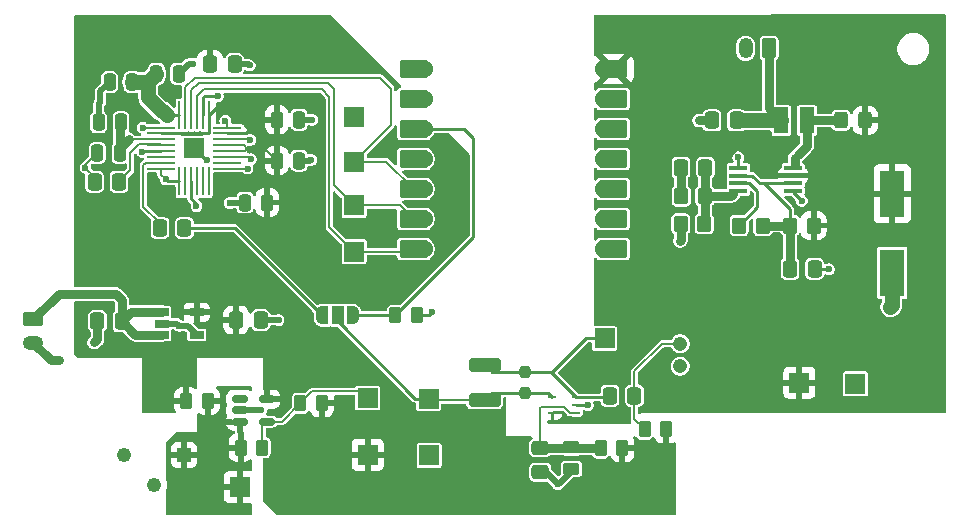
<source format=gbr>
%TF.GenerationSoftware,KiCad,Pcbnew,9.0.1-rc1*%
%TF.CreationDate,2025-04-01T12:09:21-07:00*%
%TF.ProjectId,ECE_442_PCB,4543455f-3434-4325-9f50-43422e6b6963,rev?*%
%TF.SameCoordinates,Original*%
%TF.FileFunction,Copper,L1,Top*%
%TF.FilePolarity,Positive*%
%FSLAX46Y46*%
G04 Gerber Fmt 4.6, Leading zero omitted, Abs format (unit mm)*
G04 Created by KiCad (PCBNEW 9.0.1-rc1) date 2025-04-01 12:09:21*
%MOMM*%
%LPD*%
G01*
G04 APERTURE LIST*
G04 Aperture macros list*
%AMRoundRect*
0 Rectangle with rounded corners*
0 $1 Rounding radius*
0 $2 $3 $4 $5 $6 $7 $8 $9 X,Y pos of 4 corners*
0 Add a 4 corners polygon primitive as box body*
4,1,4,$2,$3,$4,$5,$6,$7,$8,$9,$2,$3,0*
0 Add four circle primitives for the rounded corners*
1,1,$1+$1,$2,$3*
1,1,$1+$1,$4,$5*
1,1,$1+$1,$6,$7*
1,1,$1+$1,$8,$9*
0 Add four rect primitives between the rounded corners*
20,1,$1+$1,$2,$3,$4,$5,0*
20,1,$1+$1,$4,$5,$6,$7,0*
20,1,$1+$1,$6,$7,$8,$9,0*
20,1,$1+$1,$8,$9,$2,$3,0*%
%AMFreePoly0*
4,1,23,0.550000,-0.750000,0.000000,-0.750000,0.000000,-0.745722,-0.065263,-0.745722,-0.191342,-0.711940,-0.304381,-0.646677,-0.396677,-0.554381,-0.461940,-0.441342,-0.495722,-0.315263,-0.495722,-0.250000,-0.500000,-0.250000,-0.500000,0.250000,-0.495722,0.250000,-0.495722,0.315263,-0.461940,0.441342,-0.396677,0.554381,-0.304381,0.646677,-0.191342,0.711940,-0.065263,0.745722,0.000000,0.745722,
0.000000,0.750000,0.550000,0.750000,0.550000,-0.750000,0.550000,-0.750000,$1*%
%AMFreePoly1*
4,1,23,0.000000,0.745722,0.065263,0.745722,0.191342,0.711940,0.304381,0.646677,0.396677,0.554381,0.461940,0.441342,0.495722,0.315263,0.495722,0.250000,0.500000,0.250000,0.500000,-0.250000,0.495722,-0.250000,0.495722,-0.315263,0.461940,-0.441342,0.396677,-0.554381,0.304381,-0.646677,0.191342,-0.711940,0.065263,-0.745722,0.000000,-0.745722,0.000000,-0.750000,-0.550000,-0.750000,
-0.550000,0.750000,0.000000,0.750000,0.000000,0.745722,0.000000,0.745722,$1*%
G04 Aperture macros list end*
%TA.AperFunction,ComponentPad*%
%ADD10O,1.750000X1.200000*%
%TD*%
%TA.AperFunction,ComponentPad*%
%ADD11RoundRect,0.250000X-0.625000X0.350000X-0.625000X-0.350000X0.625000X-0.350000X0.625000X0.350000X0*%
%TD*%
%TA.AperFunction,SMDPad,CuDef*%
%ADD12RoundRect,0.250000X0.337500X0.475000X-0.337500X0.475000X-0.337500X-0.475000X0.337500X-0.475000X0*%
%TD*%
%TA.AperFunction,SMDPad,CuDef*%
%ADD13RoundRect,0.250000X-0.337500X-0.475000X0.337500X-0.475000X0.337500X0.475000X-0.337500X0.475000X0*%
%TD*%
%TA.AperFunction,SMDPad,CuDef*%
%ADD14RoundRect,0.250000X-0.250000X-0.475000X0.250000X-0.475000X0.250000X0.475000X-0.250000X0.475000X0*%
%TD*%
%TA.AperFunction,SMDPad,CuDef*%
%ADD15RoundRect,0.250000X0.475000X-0.337500X0.475000X0.337500X-0.475000X0.337500X-0.475000X-0.337500X0*%
%TD*%
%TA.AperFunction,SMDPad,CuDef*%
%ADD16R,2.400000X0.240000*%
%TD*%
%TA.AperFunction,SMDPad,CuDef*%
%ADD17R,0.240000X2.400000*%
%TD*%
%TA.AperFunction,SMDPad,CuDef*%
%ADD18R,1.680000X1.680000*%
%TD*%
%TA.AperFunction,SMDPad,CuDef*%
%ADD19R,2.400000X0.250000*%
%TD*%
%TA.AperFunction,ComponentPad*%
%ADD20R,1.700000X1.700000*%
%TD*%
%TA.AperFunction,SMDPad,CuDef*%
%ADD21R,1.240000X2.220000*%
%TD*%
%TA.AperFunction,ComponentPad*%
%ADD22C,1.208000*%
%TD*%
%TA.AperFunction,SMDPad,CuDef*%
%ADD23RoundRect,0.250000X0.350000X0.450000X-0.350000X0.450000X-0.350000X-0.450000X0.350000X-0.450000X0*%
%TD*%
%TA.AperFunction,SMDPad,CuDef*%
%ADD24RoundRect,0.250000X-0.262500X-0.450000X0.262500X-0.450000X0.262500X0.450000X-0.262500X0.450000X0*%
%TD*%
%TA.AperFunction,SMDPad,CuDef*%
%ADD25R,0.647700X0.254000*%
%TD*%
%TA.AperFunction,SMDPad,CuDef*%
%ADD26RoundRect,0.250000X-0.350000X-0.450000X0.350000X-0.450000X0.350000X0.450000X-0.350000X0.450000X0*%
%TD*%
%TA.AperFunction,SMDPad,CuDef*%
%ADD27RoundRect,0.237500X-0.237500X0.250000X-0.237500X-0.250000X0.237500X-0.250000X0.237500X0.250000X0*%
%TD*%
%TA.AperFunction,SMDPad,CuDef*%
%ADD28R,1.200000X0.650001*%
%TD*%
%TA.AperFunction,SMDPad,CuDef*%
%ADD29FreePoly0,180.000000*%
%TD*%
%TA.AperFunction,SMDPad,CuDef*%
%ADD30R,1.000000X1.500000*%
%TD*%
%TA.AperFunction,SMDPad,CuDef*%
%ADD31FreePoly1,180.000000*%
%TD*%
%TA.AperFunction,ComponentPad*%
%ADD32RoundRect,0.250000X0.350000X0.625000X-0.350000X0.625000X-0.350000X-0.625000X0.350000X-0.625000X0*%
%TD*%
%TA.AperFunction,ComponentPad*%
%ADD33O,1.200000X1.750000*%
%TD*%
%TA.AperFunction,SMDPad,CuDef*%
%ADD34RoundRect,0.250000X0.250000X0.475000X-0.250000X0.475000X-0.250000X-0.475000X0.250000X-0.475000X0*%
%TD*%
%TA.AperFunction,ComponentPad*%
%ADD35R,1.210000X1.210000*%
%TD*%
%TA.AperFunction,ComponentPad*%
%ADD36C,1.210000*%
%TD*%
%TA.AperFunction,SMDPad,CuDef*%
%ADD37RoundRect,0.250000X0.262500X0.450000X-0.262500X0.450000X-0.262500X-0.450000X0.262500X-0.450000X0*%
%TD*%
%TA.AperFunction,SMDPad,CuDef*%
%ADD38RoundRect,0.250000X1.100000X-0.325000X1.100000X0.325000X-1.100000X0.325000X-1.100000X-0.325000X0*%
%TD*%
%TA.AperFunction,SMDPad,CuDef*%
%ADD39RoundRect,0.250000X-0.450000X0.262500X-0.450000X-0.262500X0.450000X-0.262500X0.450000X0.262500X0*%
%TD*%
%TA.AperFunction,SMDPad,CuDef*%
%ADD40R,1.536700X0.431800*%
%TD*%
%TA.AperFunction,SMDPad,CuDef*%
%ADD41R,2.150000X4.000000*%
%TD*%
%TA.AperFunction,SMDPad,CuDef*%
%ADD42RoundRect,0.150000X-0.512500X-0.150000X0.512500X-0.150000X0.512500X0.150000X-0.512500X0.150000X0*%
%TD*%
%TA.AperFunction,SMDPad,CuDef*%
%ADD43RoundRect,0.152400X1.063600X0.609600X-1.063600X0.609600X-1.063600X-0.609600X1.063600X-0.609600X0*%
%TD*%
%TA.AperFunction,ComponentPad*%
%ADD44C,1.524000*%
%TD*%
%TA.AperFunction,SMDPad,CuDef*%
%ADD45RoundRect,0.152400X-1.063600X-0.609600X1.063600X-0.609600X1.063600X0.609600X-1.063600X0.609600X0*%
%TD*%
%TA.AperFunction,SMDPad,CuDef*%
%ADD46RoundRect,0.250000X0.325000X0.450000X-0.325000X0.450000X-0.325000X-0.450000X0.325000X-0.450000X0*%
%TD*%
%TA.AperFunction,ViaPad*%
%ADD47C,0.600000*%
%TD*%
%TA.AperFunction,Conductor*%
%ADD48C,0.254000*%
%TD*%
%TA.AperFunction,Conductor*%
%ADD49C,0.200000*%
%TD*%
%TA.AperFunction,Conductor*%
%ADD50C,0.203200*%
%TD*%
%TA.AperFunction,Conductor*%
%ADD51C,1.270000*%
%TD*%
%TA.AperFunction,Conductor*%
%ADD52C,0.762000*%
%TD*%
%TA.AperFunction,Conductor*%
%ADD53C,0.508000*%
%TD*%
G04 APERTURE END LIST*
D10*
%TO.P,J9,2,Pin_2*%
%TO.N,GND*%
X93350000Y-102850000D03*
D11*
%TO.P,J9,1,Pin_1*%
%TO.N,Net-(J9-Pin_1)*%
X93350000Y-100850000D03*
%TD*%
D12*
%TO.P,C2,1*%
%TO.N,GND*%
X110387500Y-79250000D03*
%TO.P,C2,2*%
%TO.N,PS_3.3V*%
X108312500Y-79250000D03*
%TD*%
%TO.P,C18,1*%
%TO.N,Net-(U4-FB)*%
X150237500Y-88000000D03*
%TO.P,C18,2*%
%TO.N,Net-(C18-Pad2)*%
X148162500Y-88000000D03*
%TD*%
D13*
%TO.P,C20,1*%
%TO.N,PS_3.3V*%
X110512500Y-100900000D03*
%TO.P,C20,2*%
%TO.N,GND*%
X112587500Y-100900000D03*
%TD*%
D12*
%TO.P,C15,1*%
%TO.N,Net-(J8-Pin_1)*%
X152887500Y-84000000D03*
%TO.P,C15,2*%
%TO.N,GND*%
X150812500Y-84000000D03*
%TD*%
D14*
%TO.P,C1,1*%
%TO.N,GND*%
X111250000Y-90950000D03*
%TO.P,C1,2*%
%TO.N,PS_3.3V*%
X113150000Y-90950000D03*
%TD*%
D13*
%TO.P,C17,1*%
%TO.N,Net-(U4-EN)*%
X157412500Y-96550000D03*
%TO.P,C17,2*%
%TO.N,GND*%
X159487500Y-96550000D03*
%TD*%
D15*
%TO.P,C11,1*%
%TO.N,GND*%
X136250000Y-113787500D03*
%TO.P,C11,2*%
%TO.N,/IN+*%
X136250000Y-111712500D03*
%TD*%
D16*
%TO.P,IC1,1,AVDD*%
%TO.N,PS_3.3V*%
X104150000Y-85100000D03*
%TO.P,IC1,2,AREG*%
%TO.N,/AREG*%
X104150000Y-85600000D03*
%TO.P,IC1,3,VREF*%
%TO.N,Net-(IC1-VREF)*%
X104150000Y-86100000D03*
%TO.P,IC1,4,AVSS_1*%
%TO.N,GND*%
X104150000Y-86600000D03*
%TO.P,IC1,5,MICBIAS*%
%TO.N,unconnected-(IC1-MICBIAS-Pad5)*%
X104150000Y-87100000D03*
%TO.P,IC1,6,IN1P*%
%TO.N,Net-(IC1-IN1P)*%
X104150000Y-87600000D03*
D17*
%TO.P,IC1,7,IN1M*%
%TO.N,GND*%
X105700000Y-89150000D03*
%TO.P,IC1,8,IN2P*%
%TO.N,unconnected-(IC1-IN2P-Pad8)*%
X106200000Y-89150000D03*
%TO.P,IC1,9,IN2M*%
%TO.N,GND*%
X106700000Y-89150000D03*
%TO.P,IC1,10,IN3P*%
%TO.N,unconnected-(IC1-IN3P-Pad10)*%
X107200000Y-89150000D03*
%TO.P,IC1,11,IN3M*%
%TO.N,unconnected-(IC1-IN3M-Pad11)*%
X107700000Y-89150000D03*
%TO.P,IC1,12,IN4P*%
%TO.N,unconnected-(IC1-IN4P-Pad12)*%
X108200000Y-89150000D03*
D16*
%TO.P,IC1,13,IN4M*%
%TO.N,unconnected-(IC1-IN4M-Pad13)*%
X109750000Y-87600000D03*
%TO.P,IC1,14,SHDNZ*%
%TO.N,SHDNZ*%
X109750000Y-87100000D03*
%TO.P,IC1,15,FMT1*%
%TO.N,PS_3.3V*%
X109750000Y-86600000D03*
%TO.P,IC1,16,FMT0*%
X109750000Y-86100000D03*
%TO.P,IC1,17,MSZ*%
%TO.N,GND*%
X109750000Y-85600000D03*
%TO.P,IC1,18,MD0*%
%TO.N,PS_3.3V*%
X109750000Y-85100000D03*
D17*
%TO.P,IC1,19,IOVDD*%
X108200000Y-83550000D03*
%TO.P,IC1,20,MD1*%
%TO.N,GND*%
X107700000Y-83550000D03*
%TO.P,IC1,21,SDOUT*%
%TO.N,SDOUT*%
X107200000Y-83550000D03*
%TO.P,IC1,22,BCLK*%
%TO.N,BCLK*%
X106700000Y-83550000D03*
%TO.P,IC1,23,FSYNC*%
%TO.N,FSYNC*%
X106200000Y-83550000D03*
%TO.P,IC1,24,DREG*%
%TO.N,/DREG*%
X105700000Y-83550000D03*
D18*
%TO.P,IC1,25,GND*%
%TO.N,GND*%
X106950000Y-86350000D03*
D19*
%TO.P,IC1,A1,AVSS_2*%
X104150000Y-84625000D03*
%TO.P,IC1,A2,AVSS_3*%
X104150000Y-88075000D03*
%TO.P,IC1,A3,AVSS_4*%
X109750000Y-88075000D03*
%TO.P,IC1,A4,AVSS_5*%
X109750000Y-84625000D03*
%TD*%
D20*
%TO.P,J12,1,Pin_1*%
%TO.N,BCLK*%
X120500000Y-91200000D03*
%TD*%
D21*
%TO.P,L1,1*%
%TO.N,Net-(J8-Pin_1)*%
X156660000Y-84000000D03*
%TO.P,L1,2*%
%TO.N,Net-(D1-A)*%
X158840000Y-84000000D03*
%TD*%
D22*
%TO.P,MK1,GND*%
%TO.N,GND*%
X148100000Y-104800000D03*
%TO.P,MK1,OUT*%
%TO.N,/MIC*%
X148100000Y-102900000D03*
%TD*%
D23*
%TO.P,R10,1*%
%TO.N,PS_5V_0.5A*%
X159400000Y-92900000D03*
%TO.P,R10,2*%
%TO.N,Net-(U4-EN)*%
X157400000Y-92900000D03*
%TD*%
D24*
%TO.P,R8,1*%
%TO.N,VA*%
X110887500Y-111700000D03*
%TO.P,R8,2*%
%TO.N,INT*%
X112712500Y-111700000D03*
%TD*%
D20*
%TO.P,J11,1,Pin_1*%
%TO.N,FSYNC*%
X120500000Y-87500000D03*
%TD*%
D25*
%TO.P,U2,1,+IN*%
%TO.N,/IN+*%
X139322350Y-108749999D03*
%TO.P,U2,2,V*%
%TO.N,GND*%
X139322350Y-108100000D03*
%TO.P,U2,3,IN*%
%TO.N,MIC_IN*%
X139322350Y-107450001D03*
%TO.P,U2,4,OUT*%
%TO.N,MIC1_OUT*%
X137277650Y-107450001D03*
%TO.P,U2,5,V+*%
%TO.N,PS_5V_0.5A*%
X137277650Y-108749999D03*
%TD*%
D26*
%TO.P,R6,1*%
%TO.N,Net-(U4-FREQ)*%
X153100000Y-92900000D03*
%TO.P,R6,2*%
%TO.N,Net-(U4-EN)*%
X155100000Y-92900000D03*
%TD*%
D27*
%TO.P,R4,1*%
%TO.N,MIC_IN*%
X135000000Y-105287500D03*
%TO.P,R4,2*%
%TO.N,MIC1_OUT*%
X135000000Y-107112500D03*
%TD*%
D13*
%TO.P,C10,1*%
%TO.N,GND*%
X98525000Y-89200000D03*
%TO.P,C10,2*%
%TO.N,Net-(IC1-VREF)*%
X100600000Y-89200000D03*
%TD*%
D20*
%TO.P,J5,1,Pin_1*%
%TO.N,PS_5V_0.5A*%
X158200000Y-106200000D03*
%TD*%
%TO.P,J7,1,Pin_1*%
%TO.N,VA*%
X110800000Y-115050000D03*
%TD*%
D28*
%TO.P,U5,1,IN*%
%TO.N,Net-(J9-Pin_1)*%
X104224999Y-100249999D03*
%TO.P,U5,2,GND*%
%TO.N,GND*%
X104224999Y-101200000D03*
%TO.P,U5,3,EN*%
%TO.N,Net-(J9-Pin_1)*%
X104224999Y-102149998D03*
%TO.P,U5,4,NC*%
%TO.N,GND*%
X107174998Y-102149998D03*
%TO.P,U5,5,OUT*%
%TO.N,PS_3.3V*%
X107174998Y-100249999D03*
%TD*%
D12*
%TO.P,C5,1*%
%TO.N,OUT2*%
X106137500Y-93100000D03*
%TO.P,C5,2*%
%TO.N,Net-(IC1-IN1P)*%
X104062500Y-93100000D03*
%TD*%
%TO.P,C12,1*%
%TO.N,/MIC*%
X144237500Y-107300000D03*
%TO.P,C12,2*%
%TO.N,MIC_IN*%
X142162500Y-107300000D03*
%TD*%
D20*
%TO.P,J6,1,Pin_1*%
%TO.N,INT*%
X121650000Y-107500000D03*
%TD*%
D29*
%TO.P,JP2,1,A*%
%TO.N,OUT1*%
X120400000Y-100500000D03*
D30*
%TO.P,JP2,2,C*%
%TO.N,MIC1_OUT*%
X119100000Y-100500000D03*
D31*
%TO.P,JP2,3,B*%
%TO.N,OUT2*%
X117800000Y-100500000D03*
%TD*%
D23*
%TO.P,R11,1*%
%TO.N,Net-(U4-FB)*%
X150200000Y-90400000D03*
%TO.P,R11,2*%
%TO.N,Net-(C18-Pad2)*%
X148200000Y-90400000D03*
%TD*%
D32*
%TO.P,J8,1,Pin_1*%
%TO.N,Net-(J8-Pin_1)*%
X155650000Y-77900000D03*
D33*
%TO.P,J8,2,Pin_2*%
%TO.N,GND*%
X153650000Y-77900000D03*
%TD*%
D34*
%TO.P,C7,1*%
%TO.N,GND*%
X105650000Y-80050000D03*
%TO.P,C7,2*%
%TO.N,/DREG*%
X103750000Y-80050000D03*
%TD*%
D20*
%TO.P,J2,1,Pin_1*%
%TO.N,MIC_IN*%
X141700000Y-102450000D03*
%TD*%
D35*
%TO.P,VR1,1,CCW*%
%TO.N,VA*%
X106095000Y-112320000D03*
D36*
%TO.P,VR1,2,WIPER*%
%TO.N,GND*%
X103555000Y-114860000D03*
%TO.P,VR1,3,CW*%
%TO.N,unconnected-(VR1-CW-Pad3)*%
X101015000Y-112320000D03*
%TD*%
D37*
%TO.P,R1,1*%
%TO.N,PS_3.3V*%
X143212500Y-111750000D03*
%TO.P,R1,2*%
%TO.N,/IN+*%
X141387500Y-111750000D03*
%TD*%
%TO.P,R12,1*%
%TO.N,GND*%
X125825000Y-100500000D03*
%TO.P,R12,2*%
%TO.N,OUT1*%
X124000000Y-100500000D03*
%TD*%
D38*
%TO.P,C13,1*%
%TO.N,MIC1_OUT*%
X131550000Y-107675000D03*
%TO.P,C13,2*%
%TO.N,MIC_IN*%
X131550000Y-104725000D03*
%TD*%
D39*
%TO.P,R2,1*%
%TO.N,/IN+*%
X138900000Y-111687500D03*
%TO.P,R2,2*%
%TO.N,GND*%
X138900000Y-113512500D03*
%TD*%
D40*
%TO.P,U4,1,PGND*%
%TO.N,GND*%
X153032250Y-88025001D03*
%TO.P,U4,2,EN*%
%TO.N,Net-(U4-EN)*%
X153032250Y-88674999D03*
%TO.P,U4,3,FREQ*%
%TO.N,Net-(U4-FREQ)*%
X153032250Y-89325001D03*
%TO.P,U4,4,FB*%
%TO.N,Net-(U4-FB)*%
X153032250Y-89974999D03*
%TO.P,U4,5,SGND*%
%TO.N,GND*%
X157667750Y-89974999D03*
%TO.P,U4,6,VDD*%
%TO.N,Net-(U4-EN)*%
X157667750Y-89325001D03*
%TO.P,U4,7,BOOT*%
%TO.N,PS_5V_0.5A*%
X157667750Y-88674999D03*
%TO.P,U4,8,SW*%
%TO.N,Net-(D1-A)*%
X157667750Y-88025001D03*
%TD*%
D24*
%TO.P,R5,1*%
%TO.N,PS_3.3V*%
X106287500Y-107750000D03*
%TO.P,R5,2*%
%TO.N,VA*%
X108112500Y-107750000D03*
%TD*%
D20*
%TO.P,J4,1,Pin_1*%
%TO.N,GND*%
X126850000Y-112350000D03*
%TD*%
%TO.P,J3,1,Pin_1*%
%TO.N,PS_3.3V*%
X121650000Y-112300000D03*
%TD*%
D34*
%TO.P,C9,1*%
%TO.N,GND*%
X115850000Y-83950000D03*
%TO.P,C9,2*%
%TO.N,PS_3.3V*%
X113950000Y-83950000D03*
%TD*%
D41*
%TO.P,C19,1,+*%
%TO.N,PS_5V_0.5A*%
X166050000Y-90200000D03*
%TO.P,C19,2,-*%
%TO.N,GND*%
X166050000Y-96900000D03*
%TD*%
D20*
%TO.P,J1,1,Pin_1*%
%TO.N,MIC1_OUT*%
X126800000Y-107550000D03*
%TD*%
%TO.P,J13,1,Pin_1*%
%TO.N,SDOUT*%
X120500000Y-95100000D03*
%TD*%
%TO.P,J14,1,Pin_1*%
%TO.N,GND*%
X162950000Y-106300000D03*
%TD*%
D12*
%TO.P,C16,1*%
%TO.N,Net-(J9-Pin_1)*%
X100837500Y-101000000D03*
%TO.P,C16,2*%
%TO.N,GND*%
X98762500Y-101000000D03*
%TD*%
D42*
%TO.P,U3,1,-*%
%TO.N,IN*%
X110825000Y-107600000D03*
%TO.P,U3,2,V-*%
%TO.N,GND*%
X110825000Y-108550000D03*
%TO.P,U3,3,+*%
%TO.N,VA*%
X110825000Y-109500000D03*
%TO.P,U3,4*%
%TO.N,INT*%
X113100000Y-109500000D03*
%TO.P,U3,5,V+*%
%TO.N,PS_3.3V*%
X113100000Y-107600000D03*
%TD*%
D34*
%TO.P,C8,1*%
%TO.N,GND*%
X115850000Y-87400000D03*
%TO.P,C8,2*%
%TO.N,PS_3.3V*%
X113950000Y-87400000D03*
%TD*%
%TO.P,C6,1*%
%TO.N,/DREG*%
X101700000Y-80750000D03*
%TO.P,C6,2*%
%TO.N,GND*%
X99800000Y-80750000D03*
%TD*%
D37*
%TO.P,R3,1*%
%TO.N,PS_3.3V*%
X146912500Y-110150000D03*
%TO.P,R3,2*%
%TO.N,/MIC*%
X145087500Y-110150000D03*
%TD*%
D34*
%TO.P,C3,1*%
%TO.N,/AREG*%
X100762500Y-84150000D03*
%TO.P,C3,2*%
%TO.N,GND*%
X98862500Y-84150000D03*
%TD*%
D20*
%TO.P,J10,1,Pin_1*%
%TO.N,SHDNZ*%
X120500000Y-83700000D03*
%TD*%
D43*
%TO.P,U1,1,PA02_A0_D0*%
%TO.N,unconnected-(U1-PA02_A0_D0-Pad1)*%
X125545000Y-79648500D03*
D44*
X126380000Y-79648500D03*
D43*
%TO.P,U1,2,PA4_A1_D1*%
%TO.N,unconnected-(U1-PA4_A1_D1-Pad2)*%
X125545000Y-82188500D03*
D44*
X126380000Y-82188500D03*
D43*
%TO.P,U1,3,PA10_A2_D2*%
%TO.N,OUT1*%
X125545000Y-84728500D03*
D44*
X126380000Y-84728500D03*
D43*
%TO.P,U1,4,PA11_A3_D3*%
%TO.N,SHDNZ*%
X125545000Y-87268500D03*
D44*
X126380000Y-87268500D03*
D43*
%TO.P,U1,5,PA8_A4_D4_SDA*%
%TO.N,FSYNC*%
X125545000Y-89808500D03*
D44*
X126380000Y-89808500D03*
D43*
%TO.P,U1,6,PA9_A5_D5_SCL*%
%TO.N,BCLK*%
X125545000Y-92348500D03*
D44*
X126380000Y-92348500D03*
D43*
%TO.P,U1,7,PB08_A6_TX*%
%TO.N,SDOUT*%
X125545000Y-94888500D03*
D44*
X126380000Y-94888500D03*
%TO.P,U1,8,PB09_D7_RX*%
%TO.N,unconnected-(U1-PB09_D7_RX-Pad8)*%
X141620000Y-94888500D03*
D45*
X142455000Y-94888500D03*
D44*
%TO.P,U1,9,PA7_A8_D8_SCK*%
%TO.N,unconnected-(U1-PA7_A8_D8_SCK-Pad9)*%
X141620000Y-92348500D03*
D45*
X142455000Y-92348500D03*
D44*
%TO.P,U1,10,PA5_A9_D9_MISO*%
%TO.N,unconnected-(U1-PA5_A9_D9_MISO-Pad10)*%
X141620000Y-89808500D03*
D45*
X142455000Y-89808500D03*
D44*
%TO.P,U1,11,PA6_A10_D10_MOSI*%
%TO.N,INT*%
X141620000Y-87268500D03*
D45*
X142455000Y-87268500D03*
D44*
%TO.P,U1,12,3V3*%
%TO.N,unconnected-(U1-3V3-Pad12)*%
X141620000Y-84728500D03*
D45*
X142455000Y-84728500D03*
D44*
%TO.P,U1,13,GND*%
%TO.N,GND*%
X141620000Y-82188500D03*
D45*
X142455000Y-82188500D03*
D44*
%TO.P,U1,14,5V*%
%TO.N,PS_5V_0.5A*%
X141620000Y-79648500D03*
D45*
X142455000Y-79648500D03*
%TD*%
D34*
%TO.P,C4,1*%
%TO.N,/AREG*%
X100662500Y-86750000D03*
%TO.P,C4,2*%
%TO.N,GND*%
X98762500Y-86750000D03*
%TD*%
D46*
%TO.P,D1,1,K*%
%TO.N,PS_5V_0.5A*%
X163775000Y-84000000D03*
%TO.P,D1,2,A*%
%TO.N,Net-(D1-A)*%
X161725000Y-84000000D03*
%TD*%
D37*
%TO.P,R7,1*%
%TO.N,PS_3.3V*%
X117775000Y-107950000D03*
%TO.P,R7,2*%
%TO.N,INT*%
X115950000Y-107950000D03*
%TD*%
D23*
%TO.P,R9,1*%
%TO.N,Net-(U4-FB)*%
X150150000Y-92750000D03*
%TO.P,R9,2*%
%TO.N,GND*%
X148150000Y-92750000D03*
%TD*%
D47*
%TO.N,GND*%
X165900000Y-99800000D03*
X104550000Y-89000000D03*
X160700000Y-96600000D03*
X116950000Y-83950000D03*
X106900000Y-79200000D03*
X107150000Y-91250000D03*
X111475000Y-88075000D03*
X127100000Y-100200000D03*
X137750000Y-114800000D03*
X108950000Y-81954800D03*
X112650000Y-108550000D03*
X149700000Y-84000000D03*
X98500000Y-102800000D03*
X109950000Y-91000000D03*
X95500000Y-104300000D03*
X111700000Y-85650000D03*
X99000000Y-82450000D03*
X108065199Y-87342351D03*
X140269572Y-108118878D03*
X111650000Y-79350000D03*
X153032250Y-87132250D03*
X105700000Y-101400000D03*
X97750000Y-88000000D03*
X102600000Y-84600000D03*
X109600000Y-84050000D03*
X114100000Y-100900000D03*
X116850000Y-87350000D03*
X148100000Y-94200000D03*
X158400000Y-90800000D03*
X102550000Y-86650000D03*
%TO.N,SHDNZ*%
X111750000Y-87300000D03*
%TO.N,PS_3.3V*%
X110600000Y-82850000D03*
X112100000Y-84350000D03*
%TD*%
D48*
%TO.N,Net-(U4-EN)*%
X157400000Y-91500000D02*
X157400000Y-92900000D01*
X155225001Y-89325001D02*
X157400000Y-91500000D01*
X154875003Y-89325001D02*
X155225001Y-89325001D01*
X154875003Y-89325001D02*
X157667750Y-89325001D01*
X154225001Y-88674999D02*
X154875003Y-89325001D01*
X153032250Y-88674999D02*
X154225001Y-88674999D01*
D49*
%TO.N,SDOUT*%
X126168500Y-95100000D02*
X126380000Y-94888500D01*
X120500000Y-95100000D02*
X126168500Y-95100000D01*
X107816917Y-81353800D02*
X117753800Y-81353800D01*
X118399000Y-92999000D02*
X120500000Y-95100000D01*
X107200000Y-81970717D02*
X107816917Y-81353800D01*
X118399000Y-81999000D02*
X118399000Y-92999000D01*
X107200000Y-83550000D02*
X107200000Y-81970717D01*
X117753800Y-81353800D02*
X118399000Y-81999000D01*
%TO.N,BCLK*%
X120500000Y-91200000D02*
X124396500Y-91200000D01*
X124396500Y-91200000D02*
X125545000Y-92348500D01*
X118800000Y-89500000D02*
X120500000Y-91200000D01*
X118800000Y-81300000D02*
X118800000Y-89500000D01*
X107364100Y-80801000D02*
X118301000Y-80801000D01*
X118301000Y-80801000D02*
X118800000Y-81300000D01*
X106700000Y-81465100D02*
X107364100Y-80801000D01*
X106700000Y-83550000D02*
X106700000Y-81465100D01*
%TO.N,FSYNC*%
X123236500Y-87500000D02*
X125545000Y-89808500D01*
X120500000Y-87500000D02*
X123236500Y-87500000D01*
X123600000Y-84400000D02*
X120500000Y-87500000D01*
X123600000Y-81300000D02*
X123600000Y-84400000D01*
X122700000Y-80400000D02*
X123600000Y-81300000D01*
X107000000Y-80400000D02*
X122700000Y-80400000D01*
X106200000Y-83550000D02*
X106200000Y-81200000D01*
X106200000Y-81200000D02*
X107000000Y-80400000D01*
D48*
%TO.N,GND*%
X107150000Y-91050000D02*
X106700000Y-90600000D01*
X153000000Y-87100000D02*
X153032250Y-87132250D01*
D50*
X109750000Y-84625000D02*
X109750000Y-84200000D01*
D48*
X107700000Y-83550000D02*
X107700000Y-82076000D01*
D50*
X104150000Y-88600000D02*
X104150000Y-88075000D01*
D48*
X157667750Y-90067750D02*
X158400000Y-90800000D01*
D51*
X166050000Y-96900000D02*
X166050000Y-99650000D01*
D48*
X125825000Y-100500000D02*
X126800000Y-100500000D01*
X106700000Y-90600000D02*
X106700000Y-89150000D01*
D52*
X94800000Y-104300000D02*
X95500000Y-104300000D01*
D53*
X109950000Y-91000000D02*
X110000000Y-90950000D01*
D50*
X102600000Y-84600000D02*
X104125000Y-84600000D01*
D52*
X98762500Y-101000000D02*
X98762500Y-102537500D01*
D50*
X97750000Y-87762500D02*
X98762500Y-86750000D01*
D48*
X160650000Y-96550000D02*
X160700000Y-96600000D01*
D50*
X109750000Y-88075000D02*
X111475000Y-88075000D01*
D53*
X99000000Y-82450000D02*
X99000000Y-81550000D01*
X98862500Y-84150000D02*
X98862500Y-82587500D01*
D49*
X98762500Y-86750000D02*
X98762500Y-86987500D01*
D50*
X104150000Y-84625000D02*
X103725000Y-84625000D01*
D48*
X159487500Y-96550000D02*
X160650000Y-96550000D01*
X157667750Y-89974999D02*
X157667750Y-90067750D01*
X140250694Y-108100000D02*
X139322350Y-108100000D01*
D53*
X137750000Y-114800000D02*
X137812500Y-114800000D01*
D50*
X104125000Y-84600000D02*
X104150000Y-84625000D01*
D51*
X166050000Y-99650000D02*
X165900000Y-99800000D01*
D53*
X112587500Y-100900000D02*
X114100000Y-100900000D01*
D48*
X104150000Y-86600000D02*
X102600000Y-86600000D01*
X107700000Y-82076000D02*
X107826000Y-81950000D01*
D53*
X105700000Y-101400000D02*
X106425000Y-101400000D01*
D50*
X111500000Y-88100000D02*
X111475000Y-88075000D01*
D48*
X104700000Y-89150000D02*
X104550000Y-89000000D01*
D50*
X104550000Y-89000000D02*
X104150000Y-88600000D01*
D53*
X136550000Y-113787500D02*
X136737500Y-113787500D01*
X115850000Y-87400000D02*
X116800000Y-87400000D01*
X111550000Y-79250000D02*
X111650000Y-79350000D01*
X110825000Y-108550000D02*
X112650000Y-108550000D01*
X110000000Y-90950000D02*
X111250000Y-90950000D01*
X110387500Y-79250000D02*
X111550000Y-79250000D01*
X99000000Y-81550000D02*
X99800000Y-80750000D01*
D52*
X150812500Y-84000000D02*
X149700000Y-84000000D01*
D50*
X98525000Y-89200000D02*
X98525000Y-88775000D01*
D53*
X98862500Y-82587500D02*
X99000000Y-82450000D01*
D50*
X109750000Y-84200000D02*
X109600000Y-84050000D01*
D48*
X153032250Y-88025001D02*
X153032250Y-87132250D01*
D50*
X97750000Y-88000000D02*
X97750000Y-87762500D01*
X111650000Y-85600000D02*
X111700000Y-85650000D01*
D53*
X105650000Y-80050000D02*
X106500000Y-79200000D01*
D52*
X98762500Y-102537500D02*
X98500000Y-102800000D01*
D48*
X105700000Y-89150000D02*
X104700000Y-89150000D01*
D53*
X105500000Y-101200000D02*
X105700000Y-101400000D01*
X106500000Y-79200000D02*
X106900000Y-79200000D01*
D48*
X107942351Y-87342351D02*
X106950000Y-86350000D01*
D53*
X115850000Y-83950000D02*
X116950000Y-83950000D01*
X106425000Y-101400000D02*
X107174998Y-102149998D01*
D48*
X107150000Y-91250000D02*
X107150000Y-91050000D01*
D52*
X148150000Y-94150000D02*
X148100000Y-94200000D01*
X93350000Y-102850000D02*
X94800000Y-104300000D01*
X148150000Y-92750000D02*
X148150000Y-94150000D01*
D48*
X108065199Y-87342351D02*
X107942351Y-87342351D01*
D53*
X104224999Y-101200000D02*
X105500000Y-101200000D01*
D48*
X108950000Y-81950000D02*
X108950000Y-81954800D01*
D50*
X98525000Y-88775000D02*
X97750000Y-88000000D01*
D48*
X126800000Y-100500000D02*
X127100000Y-100200000D01*
D53*
X116800000Y-87400000D02*
X116850000Y-87350000D01*
X136737500Y-113787500D02*
X137750000Y-114800000D01*
D50*
X109750000Y-85600000D02*
X111650000Y-85600000D01*
D53*
X137812500Y-114800000D02*
X138800000Y-113812500D01*
D48*
X140269572Y-108118878D02*
X140250694Y-108100000D01*
X107826000Y-81950000D02*
X108950000Y-81950000D01*
X102600000Y-86600000D02*
X102550000Y-86650000D01*
D52*
%TO.N,/AREG*%
X100662500Y-86337500D02*
X101400000Y-85600000D01*
X100662500Y-86750000D02*
X100662500Y-86337500D01*
X100662500Y-84250000D02*
X100762500Y-84150000D01*
D50*
X104150000Y-85600000D02*
X101400000Y-85600000D01*
D52*
X100662500Y-86750000D02*
X100662500Y-84250000D01*
D50*
%TO.N,Net-(IC1-IN1P)*%
X102648400Y-87801600D02*
X102850000Y-87600000D01*
X102648400Y-91289100D02*
X102648400Y-87801600D01*
D49*
X104062500Y-93100000D02*
X104062500Y-92703200D01*
X104062500Y-92703200D02*
X102648400Y-91289100D01*
D50*
X102850000Y-87600000D02*
X104150000Y-87600000D01*
D48*
%TO.N,MIC1_OUT*%
X134650000Y-107112500D02*
X136940149Y-107112500D01*
X134650000Y-107112500D02*
X132212500Y-107112500D01*
X132212500Y-107112500D02*
X131650000Y-107675000D01*
D49*
X131550000Y-107675000D02*
X127075000Y-107675000D01*
D48*
X125679066Y-107550000D02*
X119100000Y-100970934D01*
X119100000Y-100970934D02*
X119100000Y-100500000D01*
X126800000Y-107550000D02*
X125679066Y-107550000D01*
D49*
X127075000Y-107675000D02*
X126850000Y-107450000D01*
D48*
X136940149Y-107112500D02*
X137277650Y-107450001D01*
D51*
%TO.N,/DREG*%
X103050000Y-82050000D02*
X104200000Y-83200000D01*
X104300000Y-83200000D02*
X104650000Y-83550000D01*
D48*
X105700000Y-83550000D02*
X104650000Y-83550000D01*
D51*
X103050000Y-80750000D02*
X103050000Y-82050000D01*
X103050000Y-80750000D02*
X103750000Y-80050000D01*
X101700000Y-80750000D02*
X103050000Y-80750000D01*
X104200000Y-83200000D02*
X104300000Y-83200000D01*
D50*
%TO.N,Net-(IC1-VREF)*%
X100600000Y-89200000D02*
X101564100Y-88235900D01*
X102327609Y-86021600D02*
X104071600Y-86021600D01*
X101564100Y-88235900D02*
X101564100Y-86785109D01*
X101564100Y-86785109D02*
X102327609Y-86021600D01*
X104071600Y-86021600D02*
X104150000Y-86100000D01*
D48*
%TO.N,MIC_IN*%
X137261174Y-105338826D02*
X140150000Y-102450000D01*
X134650000Y-105287500D02*
X132212500Y-105287500D01*
X132212500Y-105287500D02*
X131650000Y-104725000D01*
X139322350Y-107450001D02*
X137211174Y-105338826D01*
X137159849Y-105287500D02*
X134650000Y-105287500D01*
X139322350Y-107450001D02*
X142012499Y-107450001D01*
X142012499Y-107450001D02*
X142162500Y-107300000D01*
X137211174Y-105338826D02*
X137159849Y-105287500D01*
D50*
X142162500Y-107300000D02*
X142237500Y-107300000D01*
D48*
X137211174Y-105338826D02*
X137261174Y-105338826D01*
X140150000Y-102450000D02*
X141700000Y-102450000D01*
D52*
%TO.N,Net-(D1-A)*%
X157800000Y-87200000D02*
X157800000Y-87700000D01*
X158840000Y-86160000D02*
X158050000Y-86950000D01*
X158840000Y-84000000D02*
X158840000Y-86160000D01*
X158840000Y-84000000D02*
X161725000Y-84000000D01*
D50*
%TO.N,SHDNZ*%
X111550000Y-87100000D02*
X111750000Y-87300000D01*
X125578300Y-87268500D02*
X126380000Y-87268500D01*
X109750000Y-87100000D02*
X111550000Y-87100000D01*
D49*
%TO.N,INT*%
X113100000Y-109500000D02*
X114400000Y-109500000D01*
D50*
X112712500Y-109887500D02*
X113100000Y-109500000D01*
D49*
X116951000Y-106949000D02*
X121099000Y-106949000D01*
X114400000Y-109500000D02*
X115950000Y-107950000D01*
D50*
X112712500Y-111700000D02*
X112712500Y-109887500D01*
D49*
X121099000Y-106949000D02*
X121650000Y-107500000D01*
D50*
X113175000Y-109575000D02*
X113100000Y-109500000D01*
D49*
X115950000Y-107950000D02*
X116951000Y-106949000D01*
D50*
%TO.N,PS_3.3V*%
X111152895Y-86100000D02*
X109750000Y-86100000D01*
X111468745Y-86415850D02*
X111284595Y-86600000D01*
X112965850Y-86415850D02*
X113950000Y-87400000D01*
D48*
X108200000Y-83550000D02*
X108200000Y-85024000D01*
D50*
X111284595Y-86600000D02*
X109750000Y-86600000D01*
D48*
X108900000Y-82850000D02*
X108200000Y-83550000D01*
X111350000Y-85100000D02*
X109750000Y-85100000D01*
D50*
X111468745Y-86415850D02*
X112965850Y-86415850D01*
D48*
X112100000Y-84350000D02*
X111350000Y-85100000D01*
X110600000Y-82850000D02*
X108900000Y-82850000D01*
X108124000Y-85100000D02*
X104150000Y-85100000D01*
X108200000Y-85024000D02*
X108124000Y-85100000D01*
D50*
X111468745Y-86415850D02*
X111152895Y-86100000D01*
%TO.N,/MIC*%
X144237500Y-105225000D02*
X144237500Y-107300000D01*
X144237500Y-107300000D02*
X144237500Y-109300000D01*
X146562500Y-102900000D02*
X148100000Y-102900000D01*
X144237500Y-109300000D02*
X145087500Y-110150000D01*
X146562500Y-102900000D02*
X144237500Y-105225000D01*
D52*
%TO.N,/IN+*%
X138875000Y-111712500D02*
X138900000Y-111687500D01*
X136250000Y-111712500D02*
X138875000Y-111712500D01*
D50*
X136350000Y-108250000D02*
X136250000Y-108350000D01*
D52*
X141387500Y-111750000D02*
X138962500Y-111750000D01*
D50*
X139322350Y-108749999D02*
X138795300Y-108749999D01*
D52*
X138962500Y-111750000D02*
X138900000Y-111687500D01*
D50*
X136250000Y-108350000D02*
X136250000Y-111712500D01*
X138795300Y-108749999D02*
X138295301Y-108250000D01*
X138295301Y-108250000D02*
X136350000Y-108250000D01*
D52*
%TO.N,Net-(J8-Pin_1)*%
X155650000Y-77900000D02*
X155650000Y-82990000D01*
X155650000Y-82990000D02*
X156660000Y-84000000D01*
D51*
X152887500Y-84000000D02*
X156660000Y-84000000D01*
D52*
%TO.N,Net-(J9-Pin_1)*%
X95500000Y-98700000D02*
X93350000Y-100850000D01*
X100837500Y-101000000D02*
X100837500Y-99187500D01*
X100350000Y-98700000D02*
X95500000Y-98700000D01*
X101587501Y-100249999D02*
X104224999Y-100249999D01*
X100837500Y-101000000D02*
X101587501Y-100249999D01*
X101987498Y-102149998D02*
X104224999Y-102149998D01*
X100837500Y-101000000D02*
X101987498Y-102149998D01*
X100837500Y-99187500D02*
X100350000Y-98700000D01*
%TO.N,Net-(U4-EN)*%
X157412500Y-96550000D02*
X157412500Y-92912500D01*
X157412500Y-92912500D02*
X157400000Y-92900000D01*
X155100000Y-92900000D02*
X157400000Y-92900000D01*
%TO.N,Net-(U4-FB)*%
X150200000Y-92700000D02*
X150150000Y-92750000D01*
X150237500Y-90362500D02*
X150200000Y-90400000D01*
X150237500Y-88000000D02*
X150237500Y-90362500D01*
X152450000Y-90400000D02*
X152600000Y-90250000D01*
X150200000Y-90400000D02*
X152450000Y-90400000D01*
X150200000Y-90400000D02*
X150200000Y-92700000D01*
%TO.N,Net-(C18-Pad2)*%
X148162500Y-88000000D02*
X148162500Y-90362500D01*
X148162500Y-90362500D02*
X148200000Y-90400000D01*
D48*
%TO.N,Net-(U4-FREQ)*%
X154650000Y-90000000D02*
X153975001Y-89325001D01*
X153100000Y-92900000D02*
X154650000Y-91350000D01*
X154650000Y-91350000D02*
X154650000Y-90000000D01*
X153975001Y-89325001D02*
X153032250Y-89325001D01*
%TO.N,OUT2*%
X110400000Y-93100000D02*
X106137500Y-93100000D01*
X117800000Y-100500000D02*
X110400000Y-93100000D01*
%TO.N,OUT1*%
X120400000Y-100500000D02*
X124000000Y-100500000D01*
D50*
X124511500Y-84728500D02*
X126380000Y-84728500D01*
D48*
X129828500Y-84728500D02*
X126380000Y-84728500D01*
X124000000Y-100500000D02*
X130600000Y-93900000D01*
X130600000Y-93900000D02*
X130600000Y-85500000D01*
X130600000Y-85500000D02*
X129828500Y-84728500D01*
%TD*%
%TA.AperFunction,Conductor*%
%TO.N,VA*%
G36*
X111793039Y-106519685D02*
G01*
X111838794Y-106572489D01*
X111850000Y-106624000D01*
X111850000Y-106779953D01*
X111830315Y-106846992D01*
X111777511Y-106892747D01*
X111708353Y-106902691D01*
X111662880Y-106886686D01*
X111635441Y-106870459D01*
X111597898Y-106848256D01*
X111597896Y-106848255D01*
X111597894Y-106848254D01*
X111440073Y-106802402D01*
X111440067Y-106802401D01*
X111403201Y-106799500D01*
X111403194Y-106799500D01*
X110246806Y-106799500D01*
X110246798Y-106799500D01*
X110209932Y-106802401D01*
X110209926Y-106802402D01*
X110052106Y-106848254D01*
X110052103Y-106848255D01*
X109910637Y-106931917D01*
X109910629Y-106931923D01*
X109794423Y-107048129D01*
X109794417Y-107048137D01*
X109710755Y-107189603D01*
X109710754Y-107189606D01*
X109664902Y-107347426D01*
X109664901Y-107347432D01*
X109662000Y-107384298D01*
X109662000Y-107815701D01*
X109664901Y-107852567D01*
X109664902Y-107852573D01*
X109710754Y-108010393D01*
X109710754Y-108010394D01*
X109710755Y-108010396D01*
X109710756Y-108010398D01*
X109711633Y-108011881D01*
X109711966Y-108013195D01*
X109713853Y-108017554D01*
X109713149Y-108017858D01*
X109728815Y-108079604D01*
X109713361Y-108132233D01*
X109713853Y-108132446D01*
X109712130Y-108136426D01*
X109711633Y-108138118D01*
X109711006Y-108139177D01*
X109710754Y-108139605D01*
X109710754Y-108139606D01*
X109664902Y-108297426D01*
X109664901Y-108297432D01*
X109662000Y-108334298D01*
X109662000Y-108765701D01*
X109664901Y-108802567D01*
X109664902Y-108802573D01*
X109710754Y-108960393D01*
X109710756Y-108960399D01*
X109711926Y-108962377D01*
X109712369Y-108964126D01*
X109713853Y-108967554D01*
X109713299Y-108967793D01*
X109729103Y-109030102D01*
X109713749Y-109082395D01*
X109714317Y-109082641D01*
X109712327Y-109087239D01*
X109711928Y-109088599D01*
X109711222Y-109089791D01*
X109711216Y-109089806D01*
X109665400Y-109247505D01*
X109665399Y-109247511D01*
X109665204Y-109249998D01*
X109665205Y-109250000D01*
X109930685Y-109250000D01*
X109993806Y-109267268D01*
X110052102Y-109301744D01*
X110065030Y-109305500D01*
X110209926Y-109347597D01*
X110209929Y-109347597D01*
X110209931Y-109347598D01*
X110246806Y-109350500D01*
X110246814Y-109350500D01*
X110701000Y-109350500D01*
X110768039Y-109370185D01*
X110813794Y-109422989D01*
X110825000Y-109474500D01*
X110825000Y-109500000D01*
X110951000Y-109500000D01*
X111018039Y-109519685D01*
X111063794Y-109572489D01*
X111075000Y-109624000D01*
X111075000Y-110300000D01*
X111090323Y-110315323D01*
X111105177Y-110319685D01*
X111150932Y-110372489D01*
X111160876Y-110441647D01*
X111137500Y-110492833D01*
X111137500Y-112899999D01*
X111199972Y-112899999D01*
X111199986Y-112899998D01*
X111302697Y-112889505D01*
X111469119Y-112834358D01*
X111469124Y-112834356D01*
X111618345Y-112742315D01*
X111638319Y-112722342D01*
X111699642Y-112688857D01*
X111769334Y-112693841D01*
X111825267Y-112735713D01*
X111849684Y-112801177D01*
X111850000Y-112810023D01*
X111850000Y-113578313D01*
X111830315Y-113645352D01*
X111777511Y-113691107D01*
X111712750Y-113701603D01*
X111697840Y-113700000D01*
X111050000Y-113700000D01*
X111050000Y-114616988D01*
X110992993Y-114584075D01*
X110865826Y-114550000D01*
X110734174Y-114550000D01*
X110607007Y-114584075D01*
X110550000Y-114616988D01*
X110550000Y-113700000D01*
X109902155Y-113700000D01*
X109842627Y-113706401D01*
X109842620Y-113706403D01*
X109707913Y-113756645D01*
X109707906Y-113756649D01*
X109592812Y-113842809D01*
X109592809Y-113842812D01*
X109506649Y-113957906D01*
X109506645Y-113957913D01*
X109456403Y-114092620D01*
X109456401Y-114092627D01*
X109450000Y-114152155D01*
X109450000Y-114800000D01*
X110366988Y-114800000D01*
X110334075Y-114857007D01*
X110300000Y-114984174D01*
X110300000Y-115115826D01*
X110334075Y-115242993D01*
X110366988Y-115300000D01*
X109450000Y-115300000D01*
X109450000Y-115947844D01*
X109456401Y-116007372D01*
X109456403Y-116007379D01*
X109506645Y-116142086D01*
X109506649Y-116142093D01*
X109592809Y-116257187D01*
X109592812Y-116257190D01*
X109707906Y-116343350D01*
X109707913Y-116343354D01*
X109842620Y-116393596D01*
X109842627Y-116393598D01*
X109902155Y-116399999D01*
X109902172Y-116400000D01*
X110550000Y-116400000D01*
X110550000Y-115483012D01*
X110607007Y-115515925D01*
X110734174Y-115550000D01*
X110865826Y-115550000D01*
X110992993Y-115515925D01*
X111050000Y-115483012D01*
X111050000Y-116400000D01*
X111697828Y-116400000D01*
X111697841Y-116399999D01*
X111712743Y-116398397D01*
X111781503Y-116410801D01*
X111832641Y-116458411D01*
X111850000Y-116521686D01*
X111850000Y-117275500D01*
X111830315Y-117342539D01*
X111777511Y-117388294D01*
X111726000Y-117399500D01*
X104674000Y-117399500D01*
X104606961Y-117379815D01*
X104561206Y-117327011D01*
X104550000Y-117275500D01*
X104550000Y-115372044D01*
X104551187Y-115365651D01*
X104550415Y-115361911D01*
X104554666Y-115346929D01*
X104558276Y-115327504D01*
X104560590Y-115321490D01*
X104579507Y-115284365D01*
X104633279Y-115118872D01*
X104633761Y-115115826D01*
X104660500Y-114947010D01*
X104660500Y-114772989D01*
X104633279Y-114601127D01*
X104579504Y-114435627D01*
X104563515Y-114404247D01*
X104560393Y-114391244D01*
X104555023Y-114382888D01*
X104550000Y-114347953D01*
X104550000Y-112972844D01*
X104990000Y-112972844D01*
X104996401Y-113032372D01*
X104996403Y-113032379D01*
X105046645Y-113167086D01*
X105046649Y-113167093D01*
X105132809Y-113282187D01*
X105132812Y-113282190D01*
X105247906Y-113368350D01*
X105247913Y-113368354D01*
X105382620Y-113418596D01*
X105382627Y-113418598D01*
X105442155Y-113424999D01*
X105442172Y-113425000D01*
X105845000Y-113425000D01*
X106345000Y-113425000D01*
X106747828Y-113425000D01*
X106747844Y-113424999D01*
X106807372Y-113418598D01*
X106807379Y-113418596D01*
X106942086Y-113368354D01*
X106942093Y-113368350D01*
X107057187Y-113282190D01*
X107057190Y-113282187D01*
X107143350Y-113167093D01*
X107143354Y-113167086D01*
X107193596Y-113032379D01*
X107193598Y-113032372D01*
X107199999Y-112972844D01*
X107200000Y-112972827D01*
X107200000Y-112570000D01*
X106345000Y-112570000D01*
X106345000Y-113425000D01*
X105845000Y-113425000D01*
X105845000Y-112570000D01*
X104990000Y-112570000D01*
X104990000Y-112972844D01*
X104550000Y-112972844D01*
X104550000Y-112276555D01*
X105765000Y-112276555D01*
X105765000Y-112363445D01*
X105787489Y-112447375D01*
X105830934Y-112522625D01*
X105892375Y-112584066D01*
X105967625Y-112627511D01*
X106051555Y-112650000D01*
X106138445Y-112650000D01*
X106222375Y-112627511D01*
X106297625Y-112584066D01*
X106359066Y-112522625D01*
X106402511Y-112447375D01*
X106425000Y-112363445D01*
X106425000Y-112276555D01*
X106404483Y-112199986D01*
X109875001Y-112199986D01*
X109885494Y-112302697D01*
X109940641Y-112469119D01*
X109940643Y-112469124D01*
X110032684Y-112618345D01*
X110156654Y-112742315D01*
X110305875Y-112834356D01*
X110305880Y-112834358D01*
X110472302Y-112889505D01*
X110472309Y-112889506D01*
X110575019Y-112899999D01*
X110637499Y-112899998D01*
X110637500Y-112899998D01*
X110637500Y-111950000D01*
X109875001Y-111950000D01*
X109875001Y-112199986D01*
X106404483Y-112199986D01*
X106402511Y-112192625D01*
X106359066Y-112117375D01*
X106311691Y-112070000D01*
X106345000Y-112070000D01*
X107200000Y-112070000D01*
X107200000Y-111667172D01*
X107199999Y-111667155D01*
X107193598Y-111607627D01*
X107193596Y-111607620D01*
X107143354Y-111472913D01*
X107143350Y-111472906D01*
X107057190Y-111357812D01*
X107057187Y-111357809D01*
X106942093Y-111271649D01*
X106942086Y-111271645D01*
X106807379Y-111221403D01*
X106807372Y-111221401D01*
X106747844Y-111215000D01*
X106345000Y-111215000D01*
X106345000Y-112070000D01*
X106311691Y-112070000D01*
X106297625Y-112055934D01*
X106222375Y-112012489D01*
X106138445Y-111990000D01*
X106051555Y-111990000D01*
X105967625Y-112012489D01*
X105892375Y-112055934D01*
X105830934Y-112117375D01*
X105787489Y-112192625D01*
X105765000Y-112276555D01*
X104550000Y-112276555D01*
X104550000Y-111667155D01*
X104990000Y-111667155D01*
X104990000Y-112070000D01*
X105845000Y-112070000D01*
X105845000Y-111215000D01*
X105442155Y-111215000D01*
X105382627Y-111221401D01*
X105382620Y-111221403D01*
X105247913Y-111271645D01*
X105247906Y-111271649D01*
X105132812Y-111357809D01*
X105132809Y-111357812D01*
X105046649Y-111472906D01*
X105046645Y-111472913D01*
X104996403Y-111607620D01*
X104996401Y-111607627D01*
X104990000Y-111667155D01*
X104550000Y-111667155D01*
X104550000Y-111301362D01*
X104569685Y-111234323D01*
X104586319Y-111213681D01*
X105413681Y-110386319D01*
X105475004Y-110352834D01*
X105501362Y-110350000D01*
X107200000Y-110350000D01*
X107200000Y-109750001D01*
X109665204Y-109750001D01*
X109665399Y-109752486D01*
X109711218Y-109910198D01*
X109794814Y-110051552D01*
X109794821Y-110051561D01*
X109910938Y-110167678D01*
X109910947Y-110167685D01*
X110052303Y-110251282D01*
X110052306Y-110251283D01*
X110210004Y-110297099D01*
X110210010Y-110297100D01*
X110246850Y-110299999D01*
X110246866Y-110300000D01*
X110339109Y-110300000D01*
X110406148Y-110319685D01*
X110451903Y-110372489D01*
X110461847Y-110441647D01*
X110432822Y-110505203D01*
X110378113Y-110541706D01*
X110305880Y-110565641D01*
X110305875Y-110565643D01*
X110156654Y-110657684D01*
X110032684Y-110781654D01*
X109940643Y-110930875D01*
X109940641Y-110930880D01*
X109885494Y-111097302D01*
X109885493Y-111097309D01*
X109875000Y-111200013D01*
X109875000Y-111450000D01*
X110637500Y-111450000D01*
X110637500Y-110500000D01*
X110622174Y-110484674D01*
X110607323Y-110480314D01*
X110561568Y-110427510D01*
X110551624Y-110358352D01*
X110575000Y-110307165D01*
X110575000Y-109750000D01*
X109665205Y-109750000D01*
X109665204Y-109750001D01*
X107200000Y-109750001D01*
X107200000Y-108902445D01*
X107219685Y-108835406D01*
X107272489Y-108789651D01*
X107341647Y-108779707D01*
X107389097Y-108796906D01*
X107530875Y-108884356D01*
X107530880Y-108884358D01*
X107697302Y-108939505D01*
X107697309Y-108939506D01*
X107800019Y-108949999D01*
X108362500Y-108949999D01*
X108424972Y-108949999D01*
X108424986Y-108949998D01*
X108527697Y-108939505D01*
X108694119Y-108884358D01*
X108694124Y-108884356D01*
X108843345Y-108792315D01*
X108967315Y-108668345D01*
X109059356Y-108519124D01*
X109059358Y-108519119D01*
X109114505Y-108352697D01*
X109114506Y-108352690D01*
X109124999Y-108249986D01*
X109125000Y-108249973D01*
X109125000Y-108000000D01*
X108362500Y-108000000D01*
X108362500Y-108949999D01*
X107800019Y-108949999D01*
X107862499Y-108949998D01*
X107862500Y-108949998D01*
X107862500Y-107874000D01*
X107882185Y-107806961D01*
X107934989Y-107761206D01*
X107986500Y-107750000D01*
X108112500Y-107750000D01*
X108112500Y-107624000D01*
X108132185Y-107556961D01*
X108184989Y-107511206D01*
X108236500Y-107500000D01*
X109124999Y-107500000D01*
X109124999Y-107250028D01*
X109124998Y-107250013D01*
X109114505Y-107147302D01*
X109059358Y-106980880D01*
X109059356Y-106980875D01*
X108967315Y-106831654D01*
X108847342Y-106711681D01*
X108813857Y-106650358D01*
X108818841Y-106580666D01*
X108860713Y-106524733D01*
X108926177Y-106500316D01*
X108935023Y-106500000D01*
X111726000Y-106500000D01*
X111793039Y-106519685D01*
G37*
%TD.AperFunction*%
%TD*%
%TA.AperFunction,Conductor*%
%TO.N,PS_3.3V*%
G36*
X107200000Y-104150000D02*
G01*
X107200000Y-106597554D01*
X107180315Y-106664593D01*
X107127511Y-106710348D01*
X107058353Y-106720292D01*
X107010904Y-106703093D01*
X106869128Y-106615645D01*
X106869119Y-106615641D01*
X106702697Y-106560494D01*
X106702690Y-106560493D01*
X106599986Y-106550000D01*
X106537500Y-106550000D01*
X106537500Y-107626000D01*
X106517815Y-107693039D01*
X106465011Y-107738794D01*
X106413500Y-107750000D01*
X106287500Y-107750000D01*
X106287500Y-107876000D01*
X106267815Y-107943039D01*
X106215011Y-107988794D01*
X106163500Y-108000000D01*
X105275001Y-108000000D01*
X105275001Y-108249986D01*
X105285494Y-108352697D01*
X105340641Y-108519119D01*
X105340646Y-108519130D01*
X105397253Y-108610903D01*
X105415694Y-108678295D01*
X105394772Y-108744959D01*
X105341130Y-108789728D01*
X105291715Y-108800000D01*
X102624000Y-108800000D01*
X102556961Y-108780315D01*
X102511206Y-108727511D01*
X102500000Y-108676000D01*
X102500000Y-107250013D01*
X105275000Y-107250013D01*
X105275000Y-107500000D01*
X106037500Y-107500000D01*
X106037500Y-106550000D01*
X106037499Y-106549999D01*
X105975028Y-106550000D01*
X105975011Y-106550001D01*
X105872302Y-106560494D01*
X105705880Y-106615641D01*
X105705875Y-106615643D01*
X105556654Y-106707684D01*
X105432684Y-106831654D01*
X105340643Y-106980875D01*
X105340641Y-106980880D01*
X105285494Y-107147302D01*
X105285493Y-107147309D01*
X105275000Y-107250013D01*
X102500000Y-107250013D01*
X102500000Y-104150000D01*
X102500000Y-104100000D01*
X107200000Y-104100000D01*
X107200000Y-104150000D01*
G37*
%TD.AperFunction*%
%TD*%
%TA.AperFunction,Conductor*%
%TO.N,PS_3.3V*%
G36*
X118480854Y-75084907D02*
G01*
X118501624Y-75101624D01*
X124429968Y-81029968D01*
X124463453Y-81091291D01*
X124458469Y-81160983D01*
X124416597Y-81216916D01*
X124387860Y-81231555D01*
X124387963Y-81231765D01*
X124273499Y-81287722D01*
X124190222Y-81370999D01*
X124135901Y-81482116D01*
X124088773Y-81533699D01*
X124021239Y-81551613D01*
X123954740Y-81530172D01*
X123910390Y-81476183D01*
X123900500Y-81427656D01*
X123900500Y-81260439D01*
X123895855Y-81243103D01*
X123880021Y-81184011D01*
X123841910Y-81118000D01*
X123840464Y-81115495D01*
X123840458Y-81115487D01*
X122884512Y-80159541D01*
X122884504Y-80159535D01*
X122815995Y-80119982D01*
X122815990Y-80119979D01*
X122790513Y-80113152D01*
X122739562Y-80099500D01*
X122739560Y-80099500D01*
X111246002Y-80099500D01*
X111178963Y-80079815D01*
X111133208Y-80027011D01*
X111123264Y-79957853D01*
X111128958Y-79934551D01*
X111169028Y-79820038D01*
X111209749Y-79763264D01*
X111274702Y-79737517D01*
X111343263Y-79750973D01*
X111348069Y-79753608D01*
X111456814Y-79816392D01*
X111584108Y-79850500D01*
X111584110Y-79850500D01*
X111715890Y-79850500D01*
X111715892Y-79850500D01*
X111843186Y-79816392D01*
X111957314Y-79750500D01*
X112050500Y-79657314D01*
X112116392Y-79543186D01*
X112150500Y-79415892D01*
X112150500Y-79284108D01*
X112116392Y-79156814D01*
X112050500Y-79042686D01*
X111957314Y-78949500D01*
X111843186Y-78883608D01*
X111843185Y-78883607D01*
X111823881Y-78878435D01*
X111793976Y-78866048D01*
X111725430Y-78826472D01*
X111701003Y-78819926D01*
X111701003Y-78819927D01*
X111655419Y-78807713D01*
X111609836Y-78795499D01*
X111490164Y-78795499D01*
X111482568Y-78795499D01*
X111482552Y-78795500D01*
X111295427Y-78795500D01*
X111228388Y-78775815D01*
X111182633Y-78723011D01*
X111175781Y-78697336D01*
X111174256Y-78697670D01*
X111172646Y-78690298D01*
X111127793Y-78562119D01*
X111127792Y-78562117D01*
X111047150Y-78452850D01*
X110937882Y-78372207D01*
X110937880Y-78372206D01*
X110809700Y-78327353D01*
X110779270Y-78324500D01*
X110779266Y-78324500D01*
X109995734Y-78324500D01*
X109995730Y-78324500D01*
X109965300Y-78327353D01*
X109965298Y-78327353D01*
X109837119Y-78372206D01*
X109837117Y-78372207D01*
X109727850Y-78452850D01*
X109647207Y-78562117D01*
X109624842Y-78626033D01*
X109584120Y-78682808D01*
X109519167Y-78708555D01*
X109450605Y-78695098D01*
X109400203Y-78646711D01*
X109390095Y-78624081D01*
X109334358Y-78455880D01*
X109334356Y-78455875D01*
X109242315Y-78306654D01*
X109118345Y-78182684D01*
X108969124Y-78090643D01*
X108969119Y-78090641D01*
X108802697Y-78035494D01*
X108802690Y-78035493D01*
X108699986Y-78025000D01*
X108562500Y-78025000D01*
X108562500Y-79126000D01*
X108542815Y-79193039D01*
X108490011Y-79238794D01*
X108438500Y-79250000D01*
X108186500Y-79250000D01*
X108119461Y-79230315D01*
X108073706Y-79177511D01*
X108062500Y-79126000D01*
X108062500Y-78025000D01*
X107925027Y-78025000D01*
X107925012Y-78025001D01*
X107822302Y-78035494D01*
X107655880Y-78090641D01*
X107655875Y-78090643D01*
X107506654Y-78182684D01*
X107382684Y-78306654D01*
X107290643Y-78455875D01*
X107290641Y-78455880D01*
X107235494Y-78622302D01*
X107235491Y-78622317D01*
X107235432Y-78622902D01*
X107235294Y-78623239D01*
X107234076Y-78628929D01*
X107233061Y-78628711D01*
X107209034Y-78687593D01*
X107151852Y-78727742D01*
X107082041Y-78730603D01*
X107079982Y-78730070D01*
X107045139Y-78720734D01*
X106965892Y-78699500D01*
X106834108Y-78699500D01*
X106706817Y-78733607D01*
X106706815Y-78733607D01*
X106706814Y-78733608D01*
X106706812Y-78733608D01*
X106700894Y-78736061D01*
X106692715Y-78737687D01*
X106688375Y-78740477D01*
X106653440Y-78745500D01*
X106567448Y-78745500D01*
X106567432Y-78745499D01*
X106559836Y-78745499D01*
X106440164Y-78745499D01*
X106324569Y-78776472D01*
X106291615Y-78795499D01*
X106220930Y-78836309D01*
X106220927Y-78836311D01*
X106136307Y-78920931D01*
X106136307Y-78920932D01*
X105969057Y-79088182D01*
X105907736Y-79121666D01*
X105881378Y-79124500D01*
X105345730Y-79124500D01*
X105315300Y-79127353D01*
X105315298Y-79127353D01*
X105187119Y-79172206D01*
X105187117Y-79172207D01*
X105077850Y-79252850D01*
X104997207Y-79362117D01*
X104997206Y-79362119D01*
X104952353Y-79490298D01*
X104952353Y-79490300D01*
X104949500Y-79520730D01*
X104949500Y-80579269D01*
X104952353Y-80609699D01*
X104952353Y-80609701D01*
X104992781Y-80725233D01*
X104997207Y-80737882D01*
X105077850Y-80847150D01*
X105187118Y-80927793D01*
X105229845Y-80942744D01*
X105315299Y-80972646D01*
X105345730Y-80975500D01*
X105787454Y-80975500D01*
X105854493Y-80995185D01*
X105900248Y-81047989D01*
X105910192Y-81117147D01*
X105907229Y-81131593D01*
X105899500Y-81160437D01*
X105899500Y-82025500D01*
X105879815Y-82092539D01*
X105827011Y-82138294D01*
X105775500Y-82149500D01*
X105560247Y-82149500D01*
X105501770Y-82161131D01*
X105501769Y-82161132D01*
X105435447Y-82205447D01*
X105391132Y-82271769D01*
X105391131Y-82271770D01*
X105379500Y-82330247D01*
X105379500Y-82798561D01*
X105359815Y-82865600D01*
X105307011Y-82911355D01*
X105237853Y-82921299D01*
X105174297Y-82892274D01*
X105167819Y-82886242D01*
X104832603Y-82551026D01*
X104832599Y-82551023D01*
X104695764Y-82459592D01*
X104695758Y-82459589D01*
X104625346Y-82430423D01*
X104585119Y-82403543D01*
X103921819Y-81740243D01*
X103888334Y-81678920D01*
X103885500Y-81652562D01*
X103885500Y-81147437D01*
X103894143Y-81118000D01*
X103900667Y-81088011D01*
X103904422Y-81082994D01*
X103905185Y-81080398D01*
X103921818Y-81059757D01*
X103933586Y-81047989D01*
X103969770Y-81011804D01*
X104031091Y-80978320D01*
X104051669Y-80975621D01*
X104054256Y-80975500D01*
X104054266Y-80975500D01*
X104084699Y-80972646D01*
X104084701Y-80972646D01*
X104148790Y-80950219D01*
X104212882Y-80927793D01*
X104322150Y-80847150D01*
X104402793Y-80737882D01*
X104447191Y-80611000D01*
X104447646Y-80609701D01*
X104447646Y-80609699D01*
X104450500Y-80579269D01*
X104450500Y-80543102D01*
X104470185Y-80476063D01*
X104471399Y-80474210D01*
X104490410Y-80445759D01*
X104553392Y-80293707D01*
X104585500Y-80132291D01*
X104585500Y-79967710D01*
X104585500Y-79967707D01*
X104553393Y-79806299D01*
X104553392Y-79806298D01*
X104553392Y-79806294D01*
X104490410Y-79654242D01*
X104471396Y-79625786D01*
X104450520Y-79559109D01*
X104450500Y-79556897D01*
X104450500Y-79520730D01*
X104447646Y-79490300D01*
X104447646Y-79490298D01*
X104402793Y-79362119D01*
X104402792Y-79362117D01*
X104322150Y-79252850D01*
X104212882Y-79172207D01*
X104212880Y-79172206D01*
X104084700Y-79127353D01*
X104054270Y-79124500D01*
X104054266Y-79124500D01*
X103445734Y-79124500D01*
X103445730Y-79124500D01*
X103415300Y-79127353D01*
X103415298Y-79127353D01*
X103287119Y-79172206D01*
X103287117Y-79172207D01*
X103177850Y-79252850D01*
X103097207Y-79362117D01*
X103097206Y-79362119D01*
X103052353Y-79490298D01*
X103052353Y-79490300D01*
X103049499Y-79520731D01*
X103049377Y-79523353D01*
X103026576Y-79589397D01*
X103013194Y-79605229D01*
X102740243Y-79878181D01*
X102678920Y-79911666D01*
X102652562Y-79914500D01*
X102260990Y-79914500D01*
X102193951Y-79894815D01*
X102187363Y-79890275D01*
X102162882Y-79872207D01*
X102162880Y-79872206D01*
X102034700Y-79827353D01*
X102004270Y-79824500D01*
X102004266Y-79824500D01*
X101395734Y-79824500D01*
X101395730Y-79824500D01*
X101365300Y-79827353D01*
X101365298Y-79827353D01*
X101237119Y-79872206D01*
X101237117Y-79872207D01*
X101127850Y-79952850D01*
X101047207Y-80062117D01*
X101047206Y-80062119D01*
X101002353Y-80190298D01*
X101002353Y-80190300D01*
X100999500Y-80220730D01*
X100999500Y-80256895D01*
X100979815Y-80323934D01*
X100978602Y-80325786D01*
X100959592Y-80354235D01*
X100959587Y-80354244D01*
X100896607Y-80506293D01*
X100896605Y-80506301D01*
X100864500Y-80667705D01*
X100864500Y-80832294D01*
X100896605Y-80993698D01*
X100896607Y-80993706D01*
X100959587Y-81145755D01*
X100959588Y-81145757D01*
X100959589Y-81145758D01*
X100969397Y-81160437D01*
X100978602Y-81174212D01*
X100999480Y-81240889D01*
X100999500Y-81243103D01*
X100999500Y-81279269D01*
X101002353Y-81309699D01*
X101002353Y-81309701D01*
X101047206Y-81437880D01*
X101047207Y-81437882D01*
X101127850Y-81547150D01*
X101237118Y-81627793D01*
X101279845Y-81642744D01*
X101365299Y-81672646D01*
X101395730Y-81675500D01*
X101395734Y-81675500D01*
X102004270Y-81675500D01*
X102021656Y-81673869D01*
X102034699Y-81672646D01*
X102049543Y-81667451D01*
X102119319Y-81663887D01*
X102179948Y-81698614D01*
X102212178Y-81760606D01*
X102214500Y-81784492D01*
X102214500Y-82132294D01*
X102246605Y-82293698D01*
X102246607Y-82293706D01*
X102309587Y-82445755D01*
X102309592Y-82445764D01*
X102401023Y-82582599D01*
X102401026Y-82582603D01*
X103667396Y-83848973D01*
X103667400Y-83848976D01*
X103804235Y-83940407D01*
X103804248Y-83940414D01*
X103874650Y-83969575D01*
X103881582Y-83974207D01*
X103886625Y-83975304D01*
X103914879Y-83996455D01*
X104004643Y-84086219D01*
X104038128Y-84147542D01*
X104033144Y-84217234D01*
X103991272Y-84273167D01*
X103925808Y-84297584D01*
X103916962Y-84297900D01*
X103057076Y-84297900D01*
X102990037Y-84278215D01*
X102969395Y-84261581D01*
X102907316Y-84199502D01*
X102907314Y-84199500D01*
X102843308Y-84162546D01*
X102793187Y-84133608D01*
X102723519Y-84114941D01*
X102665892Y-84099500D01*
X102534108Y-84099500D01*
X102406812Y-84133608D01*
X102292686Y-84199500D01*
X102292683Y-84199502D01*
X102199502Y-84292683D01*
X102199500Y-84292686D01*
X102133608Y-84406812D01*
X102110877Y-84491649D01*
X102099500Y-84534108D01*
X102099500Y-84665892D01*
X102111239Y-84709703D01*
X102133608Y-84793187D01*
X102159412Y-84837880D01*
X102199500Y-84907314D01*
X102292686Y-85000500D01*
X102388001Y-85055530D01*
X102396283Y-85064216D01*
X102407203Y-85069203D01*
X102419948Y-85089034D01*
X102436215Y-85106095D01*
X102439431Y-85119351D01*
X102444977Y-85127981D01*
X102450000Y-85162916D01*
X102450000Y-85173900D01*
X102430315Y-85240939D01*
X102377511Y-85286694D01*
X102326000Y-85297900D01*
X101968631Y-85297900D01*
X101901592Y-85278215D01*
X101870258Y-85249390D01*
X101865316Y-85242950D01*
X101757052Y-85134686D01*
X101757050Y-85134684D01*
X101624451Y-85058127D01*
X101489467Y-85021958D01*
X101429807Y-84985594D01*
X101399278Y-84922747D01*
X101407573Y-84853372D01*
X101411930Y-84844244D01*
X101415287Y-84837889D01*
X101415293Y-84837882D01*
X101445870Y-84750499D01*
X101460146Y-84709701D01*
X101460146Y-84709699D01*
X101463000Y-84679269D01*
X101463000Y-83620730D01*
X101460146Y-83590300D01*
X101460146Y-83590298D01*
X101415293Y-83462119D01*
X101415292Y-83462117D01*
X101334650Y-83352850D01*
X101225382Y-83272207D01*
X101225380Y-83272206D01*
X101097200Y-83227353D01*
X101066770Y-83224500D01*
X101066766Y-83224500D01*
X100458234Y-83224500D01*
X100458230Y-83224500D01*
X100427800Y-83227353D01*
X100427798Y-83227353D01*
X100299619Y-83272206D01*
X100299617Y-83272207D01*
X100190350Y-83352850D01*
X100109707Y-83462117D01*
X100109706Y-83462119D01*
X100064853Y-83590298D01*
X100064853Y-83590300D01*
X100062000Y-83620730D01*
X100062000Y-84679269D01*
X100064852Y-84709689D01*
X100064855Y-84709703D01*
X100074041Y-84735953D01*
X100081000Y-84776908D01*
X100081000Y-85924714D01*
X100061315Y-85991753D01*
X100056771Y-85998346D01*
X100009708Y-86062115D01*
X99964853Y-86190303D01*
X99962000Y-86220730D01*
X99962000Y-87279269D01*
X99964853Y-87309699D01*
X99964853Y-87309701D01*
X100009706Y-87437880D01*
X100009707Y-87437882D01*
X100090350Y-87547150D01*
X100199618Y-87627793D01*
X100227954Y-87637708D01*
X100327799Y-87672646D01*
X100358230Y-87675500D01*
X100358234Y-87675500D01*
X100966770Y-87675500D01*
X100991112Y-87673216D01*
X100997199Y-87672646D01*
X101097046Y-87637707D01*
X101166823Y-87634145D01*
X101227451Y-87668874D01*
X101259678Y-87730867D01*
X101262000Y-87754749D01*
X101262000Y-88059403D01*
X101253355Y-88088842D01*
X101246832Y-88118830D01*
X101243077Y-88123845D01*
X101242315Y-88126442D01*
X101225681Y-88147085D01*
X101130212Y-88242553D01*
X101068888Y-88276037D01*
X101029902Y-88276025D01*
X101029712Y-88278058D01*
X100991770Y-88274500D01*
X100991766Y-88274500D01*
X100208234Y-88274500D01*
X100208230Y-88274500D01*
X100177800Y-88277353D01*
X100177798Y-88277353D01*
X100049619Y-88322206D01*
X100049617Y-88322207D01*
X99940350Y-88402850D01*
X99859707Y-88512117D01*
X99859706Y-88512119D01*
X99814853Y-88640298D01*
X99814853Y-88640300D01*
X99812000Y-88670730D01*
X99812000Y-89729269D01*
X99814853Y-89759699D01*
X99814853Y-89759701D01*
X99857888Y-89882684D01*
X99859707Y-89887882D01*
X99940350Y-89997150D01*
X100049618Y-90077793D01*
X100082363Y-90089251D01*
X100177799Y-90122646D01*
X100208230Y-90125500D01*
X100208234Y-90125500D01*
X100991770Y-90125500D01*
X101022199Y-90122646D01*
X101022201Y-90122646D01*
X101086290Y-90100219D01*
X101150382Y-90077793D01*
X101259650Y-89997150D01*
X101340293Y-89887882D01*
X101362719Y-89823790D01*
X101385146Y-89759701D01*
X101385146Y-89759699D01*
X101388000Y-89729269D01*
X101388000Y-88890596D01*
X101407685Y-88823557D01*
X101424319Y-88802915D01*
X101805838Y-88421396D01*
X101805840Y-88421394D01*
X101809817Y-88414506D01*
X101845613Y-88352506D01*
X101866200Y-88275672D01*
X101866200Y-86961604D01*
X101874844Y-86932163D01*
X101881368Y-86902177D01*
X101885122Y-86897161D01*
X101885885Y-86894565D01*
X101902515Y-86873927D01*
X101914308Y-86862134D01*
X101975630Y-86828650D01*
X102045322Y-86833634D01*
X102101255Y-86875506D01*
X102109375Y-86887816D01*
X102122323Y-86910243D01*
X102149500Y-86957314D01*
X102242686Y-87050500D01*
X102356814Y-87116392D01*
X102484108Y-87150500D01*
X102484110Y-87150500D01*
X102572904Y-87150500D01*
X102639943Y-87170185D01*
X102685698Y-87222989D01*
X102695642Y-87292147D01*
X102666617Y-87355703D01*
X102660585Y-87362181D01*
X102406661Y-87616103D01*
X102366887Y-87684991D01*
X102362733Y-87700497D01*
X102356648Y-87723207D01*
X102354596Y-87730867D01*
X102346300Y-87761827D01*
X102346300Y-91328873D01*
X102366887Y-91405706D01*
X102401924Y-91466392D01*
X102406660Y-91474594D01*
X102462906Y-91530840D01*
X102462908Y-91530841D01*
X102466178Y-91533350D01*
X102478379Y-91544050D01*
X103273396Y-92339067D01*
X103306881Y-92400390D01*
X103302757Y-92467702D01*
X103277353Y-92540301D01*
X103274500Y-92570730D01*
X103274500Y-93629269D01*
X103277353Y-93659699D01*
X103277353Y-93659701D01*
X103313971Y-93764345D01*
X103322207Y-93787882D01*
X103402850Y-93897150D01*
X103512118Y-93977793D01*
X103540491Y-93987721D01*
X103640299Y-94022646D01*
X103670730Y-94025500D01*
X103670734Y-94025500D01*
X104454270Y-94025500D01*
X104484699Y-94022646D01*
X104484701Y-94022646D01*
X104548790Y-94000219D01*
X104612882Y-93977793D01*
X104722150Y-93897150D01*
X104802793Y-93787882D01*
X104829002Y-93712982D01*
X104847646Y-93659701D01*
X104847646Y-93659699D01*
X104850500Y-93629269D01*
X104850500Y-92570730D01*
X104847646Y-92540300D01*
X104847646Y-92540298D01*
X104802793Y-92412119D01*
X104802792Y-92412117D01*
X104794137Y-92400390D01*
X104722150Y-92302850D01*
X104612882Y-92222207D01*
X104612880Y-92222206D01*
X104484700Y-92177353D01*
X104454270Y-92174500D01*
X104454266Y-92174500D01*
X104010133Y-92174500D01*
X103943094Y-92154815D01*
X103922452Y-92138181D01*
X102986819Y-91202548D01*
X102953334Y-91141225D01*
X102950500Y-91114867D01*
X102950500Y-88524500D01*
X102970185Y-88457461D01*
X103022989Y-88411706D01*
X103074500Y-88400500D01*
X103723900Y-88400500D01*
X103790939Y-88420185D01*
X103836694Y-88472989D01*
X103847900Y-88524500D01*
X103847900Y-88639775D01*
X103868485Y-88716605D01*
X103882101Y-88740187D01*
X103908260Y-88785494D01*
X104013182Y-88890416D01*
X104046666Y-88951737D01*
X104049500Y-88978096D01*
X104049500Y-89065891D01*
X104083608Y-89193187D01*
X104116554Y-89250250D01*
X104149500Y-89307314D01*
X104242686Y-89400500D01*
X104356814Y-89466392D01*
X104484108Y-89500500D01*
X104484110Y-89500500D01*
X104615890Y-89500500D01*
X104615892Y-89500500D01*
X104685962Y-89481725D01*
X104718055Y-89477500D01*
X105255500Y-89477500D01*
X105322539Y-89497185D01*
X105368294Y-89549989D01*
X105379500Y-89601500D01*
X105379500Y-90369752D01*
X105391131Y-90428229D01*
X105391132Y-90428230D01*
X105435447Y-90494552D01*
X105501769Y-90538867D01*
X105501770Y-90538868D01*
X105560247Y-90550499D01*
X105560250Y-90550500D01*
X105560252Y-90550500D01*
X105839750Y-90550500D01*
X105839751Y-90550499D01*
X105859418Y-90546587D01*
X105898228Y-90538868D01*
X105898229Y-90538867D01*
X105898231Y-90538867D01*
X105898231Y-90538866D01*
X105902543Y-90537081D01*
X105972012Y-90529609D01*
X105997457Y-90537081D01*
X106001771Y-90538868D01*
X106060247Y-90550499D01*
X106060250Y-90550500D01*
X106252535Y-90550500D01*
X106319574Y-90570185D01*
X106365329Y-90622989D01*
X106372310Y-90642405D01*
X106372500Y-90643114D01*
X106372500Y-90643116D01*
X106394819Y-90726410D01*
X106409623Y-90752051D01*
X106437934Y-90801088D01*
X106437936Y-90801091D01*
X106635109Y-90998264D01*
X106668594Y-91059587D01*
X106667203Y-91118037D01*
X106649500Y-91184106D01*
X106649500Y-91315891D01*
X106683608Y-91443187D01*
X106686226Y-91447721D01*
X106749500Y-91557314D01*
X106842686Y-91650500D01*
X106956814Y-91716392D01*
X107084108Y-91750500D01*
X107084110Y-91750500D01*
X107215890Y-91750500D01*
X107215892Y-91750500D01*
X107343186Y-91716392D01*
X107457314Y-91650500D01*
X107550500Y-91557314D01*
X107616392Y-91443186D01*
X107650500Y-91315892D01*
X107650500Y-91184108D01*
X107616392Y-91056814D01*
X107550500Y-90942686D01*
X107541922Y-90934108D01*
X109449500Y-90934108D01*
X109449500Y-91065891D01*
X109483608Y-91193187D01*
X109487542Y-91200000D01*
X109549500Y-91307314D01*
X109642686Y-91400500D01*
X109716622Y-91443187D01*
X109756810Y-91466390D01*
X109756814Y-91466392D01*
X109884108Y-91500500D01*
X109884110Y-91500500D01*
X110015890Y-91500500D01*
X110015892Y-91500500D01*
X110143186Y-91466392D01*
X110221611Y-91421112D01*
X110237099Y-91416962D01*
X110248676Y-91409523D01*
X110283611Y-91404500D01*
X110429573Y-91404500D01*
X110496612Y-91424185D01*
X110542367Y-91476989D01*
X110549218Y-91502663D01*
X110550744Y-91502330D01*
X110552353Y-91509701D01*
X110597206Y-91637880D01*
X110597207Y-91637882D01*
X110677850Y-91747150D01*
X110787118Y-91827793D01*
X110829845Y-91842744D01*
X110915299Y-91872646D01*
X110945730Y-91875500D01*
X110945734Y-91875500D01*
X111554270Y-91875500D01*
X111584699Y-91872646D01*
X111584701Y-91872646D01*
X111650847Y-91849500D01*
X111712882Y-91827793D01*
X111822150Y-91747150D01*
X111902793Y-91637882D01*
X111925158Y-91573964D01*
X111965877Y-91517192D01*
X112030830Y-91491444D01*
X112099392Y-91504900D01*
X112149795Y-91553287D01*
X112159904Y-91575917D01*
X112215642Y-91744121D01*
X112215643Y-91744124D01*
X112307684Y-91893345D01*
X112431654Y-92017315D01*
X112580875Y-92109356D01*
X112580880Y-92109358D01*
X112747302Y-92164505D01*
X112747309Y-92164506D01*
X112850019Y-92174999D01*
X113400000Y-92174999D01*
X113449972Y-92174999D01*
X113449986Y-92174998D01*
X113552697Y-92164505D01*
X113719119Y-92109358D01*
X113719124Y-92109356D01*
X113868345Y-92017315D01*
X113992315Y-91893345D01*
X114084356Y-91744124D01*
X114084358Y-91744119D01*
X114139505Y-91577697D01*
X114139506Y-91577690D01*
X114149999Y-91474986D01*
X114150000Y-91474973D01*
X114150000Y-91200000D01*
X113400000Y-91200000D01*
X113400000Y-92174999D01*
X112850019Y-92174999D01*
X112899999Y-92174998D01*
X112900000Y-92174998D01*
X112900000Y-90700000D01*
X113400000Y-90700000D01*
X114149999Y-90700000D01*
X114149999Y-90425028D01*
X114149998Y-90425013D01*
X114139505Y-90322302D01*
X114084358Y-90155880D01*
X114084356Y-90155875D01*
X113992315Y-90006654D01*
X113868345Y-89882684D01*
X113719124Y-89790643D01*
X113719119Y-89790641D01*
X113552697Y-89735494D01*
X113552690Y-89735493D01*
X113449986Y-89725000D01*
X113400000Y-89725000D01*
X113400000Y-90700000D01*
X112900000Y-90700000D01*
X112900000Y-89725000D01*
X112899999Y-89724999D01*
X112850029Y-89725000D01*
X112850011Y-89725001D01*
X112747302Y-89735494D01*
X112580880Y-89790641D01*
X112580875Y-89790643D01*
X112431654Y-89882684D01*
X112307684Y-90006654D01*
X112215643Y-90155875D01*
X112215641Y-90155880D01*
X112159905Y-90324082D01*
X112120132Y-90381527D01*
X112055617Y-90408350D01*
X111986841Y-90396035D01*
X111935641Y-90348492D01*
X111925158Y-90326033D01*
X111906170Y-90271769D01*
X111902793Y-90262118D01*
X111822150Y-90152850D01*
X111712882Y-90072207D01*
X111712880Y-90072206D01*
X111584700Y-90027353D01*
X111554270Y-90024500D01*
X111554266Y-90024500D01*
X110945734Y-90024500D01*
X110945730Y-90024500D01*
X110915300Y-90027353D01*
X110915298Y-90027353D01*
X110787119Y-90072206D01*
X110787117Y-90072207D01*
X110677850Y-90152850D01*
X110597207Y-90262117D01*
X110597206Y-90262119D01*
X110552353Y-90390298D01*
X110550744Y-90397670D01*
X110547493Y-90396960D01*
X110527200Y-90447952D01*
X110470369Y-90488597D01*
X110429573Y-90495500D01*
X110059840Y-90495500D01*
X110059836Y-90495499D01*
X109940164Y-90495499D01*
X109926764Y-90499089D01*
X109912036Y-90499461D01*
X109911099Y-90499211D01*
X109908908Y-90499500D01*
X109884108Y-90499500D01*
X109756812Y-90533608D01*
X109642686Y-90599500D01*
X109642683Y-90599502D01*
X109549502Y-90692683D01*
X109549500Y-90692686D01*
X109483608Y-90806812D01*
X109449500Y-90934108D01*
X107541922Y-90934108D01*
X107457314Y-90849500D01*
X107365786Y-90796656D01*
X107340105Y-90776950D01*
X107315206Y-90752051D01*
X107281721Y-90690728D01*
X107286705Y-90621036D01*
X107328577Y-90565103D01*
X107378696Y-90542752D01*
X107398231Y-90538867D01*
X107398233Y-90538865D01*
X107402543Y-90537081D01*
X107472012Y-90529609D01*
X107497457Y-90537081D01*
X107501771Y-90538868D01*
X107560247Y-90550499D01*
X107560250Y-90550500D01*
X107560252Y-90550500D01*
X107839750Y-90550500D01*
X107839751Y-90550499D01*
X107859418Y-90546587D01*
X107898228Y-90538868D01*
X107898229Y-90538867D01*
X107898231Y-90538867D01*
X107898231Y-90538866D01*
X107902543Y-90537081D01*
X107972012Y-90529609D01*
X107997457Y-90537081D01*
X108001771Y-90538868D01*
X108060247Y-90550499D01*
X108060250Y-90550500D01*
X108060252Y-90550500D01*
X108339750Y-90550500D01*
X108339751Y-90550499D01*
X108354568Y-90547552D01*
X108398229Y-90538868D01*
X108398229Y-90538867D01*
X108398231Y-90538867D01*
X108464552Y-90494552D01*
X108508867Y-90428231D01*
X108508867Y-90428229D01*
X108508868Y-90428229D01*
X108520499Y-90369752D01*
X108520500Y-90369750D01*
X108520500Y-88524500D01*
X108540185Y-88457461D01*
X108592989Y-88411706D01*
X108644500Y-88400500D01*
X110969750Y-88400500D01*
X111007283Y-88393034D01*
X111076875Y-88399261D01*
X111119156Y-88426970D01*
X111167686Y-88475500D01*
X111258754Y-88528078D01*
X111277440Y-88538867D01*
X111281814Y-88541392D01*
X111409108Y-88575500D01*
X111409110Y-88575500D01*
X111540890Y-88575500D01*
X111540892Y-88575500D01*
X111668186Y-88541392D01*
X111782314Y-88475500D01*
X111875500Y-88382314D01*
X111941392Y-88268186D01*
X111975500Y-88140892D01*
X111975500Y-88009108D01*
X111952960Y-87924986D01*
X112950001Y-87924986D01*
X112960494Y-88027697D01*
X113015641Y-88194119D01*
X113015643Y-88194124D01*
X113107684Y-88343345D01*
X113231654Y-88467315D01*
X113380875Y-88559356D01*
X113380880Y-88559358D01*
X113547302Y-88614505D01*
X113547309Y-88614506D01*
X113650019Y-88624999D01*
X114200000Y-88624999D01*
X114249972Y-88624999D01*
X114249986Y-88624998D01*
X114352697Y-88614505D01*
X114519119Y-88559358D01*
X114519124Y-88559356D01*
X114668345Y-88467315D01*
X114792315Y-88343345D01*
X114884356Y-88194124D01*
X114884359Y-88194117D01*
X114940094Y-88025918D01*
X114979866Y-87968473D01*
X115044382Y-87941649D01*
X115113158Y-87953964D01*
X115164358Y-88001506D01*
X115174841Y-88023965D01*
X115196548Y-88085998D01*
X115197207Y-88087882D01*
X115277850Y-88197150D01*
X115387118Y-88277793D01*
X115429845Y-88292744D01*
X115515299Y-88322646D01*
X115545730Y-88325500D01*
X115545734Y-88325500D01*
X116154270Y-88325500D01*
X116184699Y-88322646D01*
X116184701Y-88322646D01*
X116259903Y-88296331D01*
X116312882Y-88277793D01*
X116422150Y-88197150D01*
X116502793Y-88087882D01*
X116525880Y-88021904D01*
X116547646Y-87959701D01*
X116549256Y-87952330D01*
X116551370Y-87952791D01*
X116560977Y-87931756D01*
X116572800Y-87902048D01*
X116575390Y-87900195D01*
X116576714Y-87897297D01*
X116603621Y-87880004D01*
X116629631Y-87861403D01*
X116633615Y-87860728D01*
X116635492Y-87859523D01*
X116670427Y-87854500D01*
X116732552Y-87854500D01*
X116732568Y-87854501D01*
X116740164Y-87854501D01*
X116859834Y-87854501D01*
X116859836Y-87854501D01*
X116859837Y-87854500D01*
X116867892Y-87853440D01*
X116867906Y-87853552D01*
X116891092Y-87850500D01*
X116915890Y-87850500D01*
X116915892Y-87850500D01*
X117043186Y-87816392D01*
X117157314Y-87750500D01*
X117250500Y-87657314D01*
X117316392Y-87543186D01*
X117350500Y-87415892D01*
X117350500Y-87284108D01*
X117316392Y-87156814D01*
X117250500Y-87042686D01*
X117157314Y-86949500D01*
X117089319Y-86910243D01*
X117043187Y-86883608D01*
X116949686Y-86858555D01*
X116915892Y-86849500D01*
X116784108Y-86849500D01*
X116681993Y-86876861D01*
X116612143Y-86875198D01*
X116554280Y-86836035D01*
X116532859Y-86798041D01*
X116514529Y-86745657D01*
X116502793Y-86712118D01*
X116422150Y-86602850D01*
X116312882Y-86522207D01*
X116312880Y-86522206D01*
X116184700Y-86477353D01*
X116154270Y-86474500D01*
X116154266Y-86474500D01*
X115545734Y-86474500D01*
X115545730Y-86474500D01*
X115515300Y-86477353D01*
X115515298Y-86477353D01*
X115387119Y-86522206D01*
X115387117Y-86522207D01*
X115277850Y-86602850D01*
X115197207Y-86712117D01*
X115174842Y-86776033D01*
X115134120Y-86832808D01*
X115069167Y-86858555D01*
X115000605Y-86845098D01*
X114950203Y-86796711D01*
X114940095Y-86774081D01*
X114884358Y-86605880D01*
X114884356Y-86605875D01*
X114792315Y-86456654D01*
X114668345Y-86332684D01*
X114519124Y-86240643D01*
X114519119Y-86240641D01*
X114352697Y-86185494D01*
X114352690Y-86185493D01*
X114249986Y-86175000D01*
X114200000Y-86175000D01*
X114200000Y-88624999D01*
X113650019Y-88624999D01*
X113699999Y-88624998D01*
X113700000Y-88624998D01*
X113700000Y-87650000D01*
X112950001Y-87650000D01*
X112950001Y-87924986D01*
X111952960Y-87924986D01*
X111941392Y-87881814D01*
X111941390Y-87881812D01*
X111939474Y-87874658D01*
X111941137Y-87804809D01*
X111980300Y-87746946D01*
X111997240Y-87735183D01*
X112057314Y-87700500D01*
X112150500Y-87607314D01*
X112216392Y-87493186D01*
X112250500Y-87365892D01*
X112250500Y-87234108D01*
X112216392Y-87106814D01*
X112150500Y-86992686D01*
X112057314Y-86899500D01*
X112014901Y-86875013D01*
X112950000Y-86875013D01*
X112950000Y-87150000D01*
X113700000Y-87150000D01*
X113700000Y-86175000D01*
X113699999Y-86174999D01*
X113650029Y-86175000D01*
X113650011Y-86175001D01*
X113547302Y-86185494D01*
X113380880Y-86240641D01*
X113380875Y-86240643D01*
X113231654Y-86332684D01*
X113107684Y-86456654D01*
X113015643Y-86605875D01*
X113015641Y-86605880D01*
X112960494Y-86772302D01*
X112960493Y-86772309D01*
X112950000Y-86875013D01*
X112014901Y-86875013D01*
X111992596Y-86862135D01*
X111943187Y-86833608D01*
X111860072Y-86811338D01*
X111815892Y-86799500D01*
X111684108Y-86799500D01*
X111684104Y-86799500D01*
X111672012Y-86802740D01*
X111663290Y-86803286D01*
X111658330Y-86805589D01*
X111641603Y-86804644D01*
X111623037Y-86805808D01*
X111615334Y-86804749D01*
X111589772Y-86797900D01*
X111565514Y-86797900D01*
X111557112Y-86796745D01*
X111532666Y-86785763D01*
X111506961Y-86778215D01*
X111501285Y-86771665D01*
X111493378Y-86768113D01*
X111478749Y-86745657D01*
X111461206Y-86725411D01*
X111459022Y-86715375D01*
X111455241Y-86709570D01*
X111455167Y-86697652D01*
X111450000Y-86673900D01*
X111450000Y-86432172D01*
X111449999Y-86432155D01*
X111442769Y-86364912D01*
X111444053Y-86364773D01*
X111442228Y-86338207D01*
X111450562Y-86250975D01*
X111461441Y-86223802D01*
X111469685Y-86195729D01*
X111474274Y-86191752D01*
X111476533Y-86186111D01*
X111500379Y-86169131D01*
X111522489Y-86149974D01*
X111528500Y-86149109D01*
X111533449Y-86145586D01*
X111562680Y-86144195D01*
X111591647Y-86140030D01*
X111602675Y-86142291D01*
X111603240Y-86142265D01*
X111603623Y-86142486D01*
X111606082Y-86142990D01*
X111634108Y-86150500D01*
X111634110Y-86150500D01*
X111765890Y-86150500D01*
X111765892Y-86150500D01*
X111893186Y-86116392D01*
X112007314Y-86050500D01*
X112100500Y-85957314D01*
X112166392Y-85843186D01*
X112200500Y-85715892D01*
X112200500Y-85584108D01*
X112166392Y-85456814D01*
X112100500Y-85342686D01*
X112007314Y-85249500D01*
X111940362Y-85210845D01*
X111893187Y-85183608D01*
X111821892Y-85164505D01*
X111765892Y-85149500D01*
X111634108Y-85149500D01*
X111606090Y-85157007D01*
X111536241Y-85155342D01*
X111478379Y-85116178D01*
X111450877Y-85051949D01*
X111450000Y-85037231D01*
X111450000Y-84932172D01*
X111449999Y-84932155D01*
X111443598Y-84872627D01*
X111443596Y-84872620D01*
X111393354Y-84737913D01*
X111393350Y-84737906D01*
X111307190Y-84622812D01*
X111194440Y-84538406D01*
X111152570Y-84482472D01*
X111150444Y-84474986D01*
X112950001Y-84474986D01*
X112960494Y-84577697D01*
X113015641Y-84744119D01*
X113015643Y-84744124D01*
X113107684Y-84893345D01*
X113231654Y-85017315D01*
X113380875Y-85109356D01*
X113380880Y-85109358D01*
X113547302Y-85164505D01*
X113547309Y-85164506D01*
X113650019Y-85174999D01*
X114200000Y-85174999D01*
X114249972Y-85174999D01*
X114249986Y-85174998D01*
X114352697Y-85164505D01*
X114519119Y-85109358D01*
X114519124Y-85109356D01*
X114668345Y-85017315D01*
X114792315Y-84893345D01*
X114884356Y-84744124D01*
X114884359Y-84744117D01*
X114940094Y-84575918D01*
X114979866Y-84518473D01*
X115044382Y-84491649D01*
X115113158Y-84503964D01*
X115164358Y-84551506D01*
X115174841Y-84573965D01*
X115178532Y-84584512D01*
X115197207Y-84637882D01*
X115277850Y-84747150D01*
X115387118Y-84827793D01*
X115415945Y-84837880D01*
X115515299Y-84872646D01*
X115545730Y-84875500D01*
X115545734Y-84875500D01*
X116154270Y-84875500D01*
X116184699Y-84872646D01*
X116184701Y-84872646D01*
X116248790Y-84850219D01*
X116312882Y-84827793D01*
X116422150Y-84747150D01*
X116502793Y-84637882D01*
X116540359Y-84530525D01*
X116547646Y-84509701D01*
X116549256Y-84502330D01*
X116551370Y-84502791D01*
X116560977Y-84481756D01*
X116572800Y-84452048D01*
X116575390Y-84450195D01*
X116576714Y-84447297D01*
X116603621Y-84430004D01*
X116629631Y-84411403D01*
X116633615Y-84410728D01*
X116635492Y-84409523D01*
X116670427Y-84404500D01*
X116703440Y-84404500D01*
X116750894Y-84413939D01*
X116756806Y-84416387D01*
X116756814Y-84416392D01*
X116884108Y-84450500D01*
X116884110Y-84450500D01*
X117015890Y-84450500D01*
X117015892Y-84450500D01*
X117143186Y-84416392D01*
X117257314Y-84350500D01*
X117350500Y-84257314D01*
X117416392Y-84143186D01*
X117450500Y-84015892D01*
X117450500Y-83884108D01*
X117416392Y-83756814D01*
X117350500Y-83642686D01*
X117257314Y-83549500D01*
X117200250Y-83516554D01*
X117143187Y-83483608D01*
X117062983Y-83462118D01*
X117015892Y-83449500D01*
X116884108Y-83449500D01*
X116756817Y-83483607D01*
X116756815Y-83483607D01*
X116756814Y-83483608D01*
X116756812Y-83483608D01*
X116750894Y-83486061D01*
X116742715Y-83487687D01*
X116738375Y-83490477D01*
X116703440Y-83495500D01*
X116670427Y-83495500D01*
X116603388Y-83475815D01*
X116557633Y-83423011D01*
X116550781Y-83397336D01*
X116549256Y-83397670D01*
X116547646Y-83390298D01*
X116502793Y-83262119D01*
X116502792Y-83262117D01*
X116477135Y-83227353D01*
X116422150Y-83152850D01*
X116312882Y-83072207D01*
X116312880Y-83072206D01*
X116184700Y-83027353D01*
X116154270Y-83024500D01*
X116154266Y-83024500D01*
X115545734Y-83024500D01*
X115545730Y-83024500D01*
X115515300Y-83027353D01*
X115515298Y-83027353D01*
X115387119Y-83072206D01*
X115387117Y-83072207D01*
X115277850Y-83152850D01*
X115197207Y-83262117D01*
X115174842Y-83326033D01*
X115134120Y-83382808D01*
X115069167Y-83408555D01*
X115000605Y-83395098D01*
X114950203Y-83346711D01*
X114940095Y-83324081D01*
X114884358Y-83155880D01*
X114884356Y-83155875D01*
X114792315Y-83006654D01*
X114668345Y-82882684D01*
X114519124Y-82790643D01*
X114519119Y-82790641D01*
X114352697Y-82735494D01*
X114352690Y-82735493D01*
X114249986Y-82725000D01*
X114200000Y-82725000D01*
X114200000Y-85174999D01*
X113650019Y-85174999D01*
X113699999Y-85174998D01*
X113700000Y-85174998D01*
X113700000Y-84200000D01*
X112950001Y-84200000D01*
X112950001Y-84474986D01*
X111150444Y-84474986D01*
X111147135Y-84463331D01*
X111138868Y-84421770D01*
X111138867Y-84421769D01*
X111094552Y-84355447D01*
X111028230Y-84311132D01*
X111028229Y-84311131D01*
X110969752Y-84299500D01*
X110969748Y-84299500D01*
X110212902Y-84299500D01*
X110188914Y-84292456D01*
X110164088Y-84289488D01*
X110155965Y-84282781D01*
X110145863Y-84279815D01*
X110129493Y-84260923D01*
X110110211Y-84245002D01*
X110107004Y-84234969D01*
X110100108Y-84227011D01*
X110096549Y-84202264D01*
X110088937Y-84178449D01*
X110090838Y-84162546D01*
X110090164Y-84157853D01*
X110093128Y-84143405D01*
X110100326Y-84116543D01*
X110100499Y-84115894D01*
X110100500Y-84115892D01*
X110100500Y-83984108D01*
X110066392Y-83856814D01*
X110000500Y-83742686D01*
X109907314Y-83649500D01*
X109850250Y-83616554D01*
X109793187Y-83583608D01*
X109729539Y-83566554D01*
X109665892Y-83549500D01*
X109534108Y-83549500D01*
X109406812Y-83583608D01*
X109292686Y-83649500D01*
X109292683Y-83649502D01*
X109199502Y-83742683D01*
X109199500Y-83742686D01*
X109133608Y-83856812D01*
X109105400Y-83962088D01*
X109099500Y-83984108D01*
X109099500Y-84115892D01*
X109106813Y-84143186D01*
X109106873Y-84143407D01*
X109105210Y-84213256D01*
X109066048Y-84271119D01*
X109001819Y-84298623D01*
X108987098Y-84299500D01*
X108944000Y-84299500D01*
X108876961Y-84279815D01*
X108831206Y-84227011D01*
X108820000Y-84175500D01*
X108820000Y-83425013D01*
X112950000Y-83425013D01*
X112950000Y-83700000D01*
X113700000Y-83700000D01*
X113700000Y-82725000D01*
X113699999Y-82724999D01*
X113650029Y-82725000D01*
X113650011Y-82725001D01*
X113547302Y-82735494D01*
X113380880Y-82790641D01*
X113380875Y-82790643D01*
X113231654Y-82882684D01*
X113107684Y-83006654D01*
X113015643Y-83155875D01*
X113015641Y-83155880D01*
X112960494Y-83322302D01*
X112960493Y-83322309D01*
X112950000Y-83425013D01*
X108820000Y-83425013D01*
X108820000Y-82579300D01*
X108839685Y-82512261D01*
X108892489Y-82466506D01*
X108944000Y-82455300D01*
X109015890Y-82455300D01*
X109015892Y-82455300D01*
X109143186Y-82421192D01*
X109257314Y-82355300D01*
X109350500Y-82262114D01*
X109416392Y-82147986D01*
X109450500Y-82020692D01*
X109450500Y-81888908D01*
X109429462Y-81810392D01*
X109431125Y-81740543D01*
X109470288Y-81682681D01*
X109534516Y-81655177D01*
X109549237Y-81654300D01*
X117577967Y-81654300D01*
X117645006Y-81673985D01*
X117665648Y-81690619D01*
X118062181Y-82087152D01*
X118095666Y-82148475D01*
X118098500Y-82174833D01*
X118098500Y-93038562D01*
X118104295Y-93060188D01*
X118118979Y-93114990D01*
X118118980Y-93114991D01*
X118135218Y-93143116D01*
X118148429Y-93165998D01*
X118158539Y-93183509D01*
X118158541Y-93183512D01*
X119413181Y-94438152D01*
X119446666Y-94499475D01*
X119449500Y-94525833D01*
X119449500Y-95969752D01*
X119461131Y-96028229D01*
X119461132Y-96028230D01*
X119505447Y-96094552D01*
X119571769Y-96138867D01*
X119571770Y-96138868D01*
X119630247Y-96150499D01*
X119630250Y-96150500D01*
X119630252Y-96150500D01*
X121369750Y-96150500D01*
X121369751Y-96150499D01*
X121384568Y-96147552D01*
X121428229Y-96138868D01*
X121428229Y-96138867D01*
X121428231Y-96138867D01*
X121494552Y-96094552D01*
X121538867Y-96028231D01*
X121538867Y-96028229D01*
X121538868Y-96028229D01*
X121550499Y-95969752D01*
X121550500Y-95969750D01*
X121550500Y-95524500D01*
X121570185Y-95457461D01*
X121622989Y-95411706D01*
X121674500Y-95400500D01*
X124004500Y-95400500D01*
X124071539Y-95420185D01*
X124117294Y-95472989D01*
X124128500Y-95524500D01*
X124128500Y-95531594D01*
X124138494Y-95600188D01*
X124190222Y-95706000D01*
X124273499Y-95789277D01*
X124273500Y-95789277D01*
X124273502Y-95789279D01*
X124379312Y-95841006D01*
X124447906Y-95851000D01*
X124447911Y-95851000D01*
X126642089Y-95851000D01*
X126642094Y-95851000D01*
X126710688Y-95841006D01*
X126816498Y-95789279D01*
X126899779Y-95705998D01*
X126899779Y-95705996D01*
X126907044Y-95698732D01*
X126907885Y-95699573D01*
X126928481Y-95679604D01*
X126993558Y-95636122D01*
X127127622Y-95502058D01*
X127232956Y-95344415D01*
X127305512Y-95169251D01*
X127342500Y-94983298D01*
X127342500Y-94793702D01*
X127305512Y-94607749D01*
X127232956Y-94432585D01*
X127194112Y-94374451D01*
X127127622Y-94274941D01*
X126993564Y-94140883D01*
X126993560Y-94140880D01*
X126993558Y-94140878D01*
X126928475Y-94097390D01*
X126907883Y-94077426D01*
X126907043Y-94078267D01*
X126899779Y-94071003D01*
X126899779Y-94071002D01*
X126816498Y-93987721D01*
X126710688Y-93935994D01*
X126642094Y-93926000D01*
X124447906Y-93926000D01*
X124390744Y-93934328D01*
X124379311Y-93935994D01*
X124273499Y-93987722D01*
X124190222Y-94070999D01*
X124140959Y-94171770D01*
X124138494Y-94176812D01*
X124128500Y-94245406D01*
X124128500Y-94245411D01*
X124128500Y-94675500D01*
X124108815Y-94742539D01*
X124056011Y-94788294D01*
X124004500Y-94799500D01*
X121674500Y-94799500D01*
X121607461Y-94779815D01*
X121561706Y-94727011D01*
X121550500Y-94675500D01*
X121550500Y-94230249D01*
X121550499Y-94230247D01*
X121538868Y-94171770D01*
X121538867Y-94171769D01*
X121494552Y-94105447D01*
X121428230Y-94061132D01*
X121428229Y-94061131D01*
X121369752Y-94049500D01*
X121369748Y-94049500D01*
X119925833Y-94049500D01*
X119858794Y-94029815D01*
X119838152Y-94013181D01*
X118735819Y-92910848D01*
X118702334Y-92849525D01*
X118699500Y-92823167D01*
X118699500Y-90123833D01*
X118719185Y-90056794D01*
X118771989Y-90011039D01*
X118841147Y-90001095D01*
X118904703Y-90030120D01*
X118911181Y-90036152D01*
X119413181Y-90538152D01*
X119446666Y-90599475D01*
X119449500Y-90625833D01*
X119449500Y-92069752D01*
X119461131Y-92128229D01*
X119461132Y-92128230D01*
X119505447Y-92194552D01*
X119571769Y-92238867D01*
X119571770Y-92238868D01*
X119630247Y-92250499D01*
X119630250Y-92250500D01*
X119630252Y-92250500D01*
X121369750Y-92250500D01*
X121369751Y-92250499D01*
X121384568Y-92247552D01*
X121428229Y-92238868D01*
X121428229Y-92238867D01*
X121428231Y-92238867D01*
X121494552Y-92194552D01*
X121538867Y-92128231D01*
X121538867Y-92128229D01*
X121538868Y-92128229D01*
X121550499Y-92069752D01*
X121550500Y-92069750D01*
X121550500Y-91624500D01*
X121570185Y-91557461D01*
X121622989Y-91511706D01*
X121674500Y-91500500D01*
X124014979Y-91500500D01*
X124082018Y-91520185D01*
X124127773Y-91572989D01*
X124137716Y-91642145D01*
X124128500Y-91705406D01*
X124128500Y-92991594D01*
X124135343Y-93038560D01*
X124138494Y-93060188D01*
X124190222Y-93166000D01*
X124273499Y-93249277D01*
X124273500Y-93249277D01*
X124273502Y-93249279D01*
X124379312Y-93301006D01*
X124447906Y-93311000D01*
X124447911Y-93311000D01*
X126642089Y-93311000D01*
X126642094Y-93311000D01*
X126710688Y-93301006D01*
X126816498Y-93249279D01*
X126899779Y-93165998D01*
X126899779Y-93165996D01*
X126907044Y-93158732D01*
X126907885Y-93159573D01*
X126928481Y-93139604D01*
X126993558Y-93096122D01*
X127127622Y-92962058D01*
X127232956Y-92804415D01*
X127305512Y-92629251D01*
X127342500Y-92443298D01*
X127342500Y-92253702D01*
X127305512Y-92067749D01*
X127232956Y-91892585D01*
X127138017Y-91750499D01*
X127127622Y-91734941D01*
X126993564Y-91600883D01*
X126993560Y-91600880D01*
X126993558Y-91600878D01*
X126928475Y-91557390D01*
X126907883Y-91537426D01*
X126907043Y-91538267D01*
X126899779Y-91531003D01*
X126899779Y-91531002D01*
X126816498Y-91447721D01*
X126710688Y-91395994D01*
X126642094Y-91386000D01*
X126642089Y-91386000D01*
X125058833Y-91386000D01*
X124991794Y-91366315D01*
X124971152Y-91349681D01*
X124604152Y-90982681D01*
X124570667Y-90921358D01*
X124575651Y-90851666D01*
X124617523Y-90795733D01*
X124682987Y-90771316D01*
X124691833Y-90771000D01*
X126642089Y-90771000D01*
X126642094Y-90771000D01*
X126710688Y-90761006D01*
X126816498Y-90709279D01*
X126899779Y-90625998D01*
X126899779Y-90625996D01*
X126907044Y-90618732D01*
X126907885Y-90619573D01*
X126928481Y-90599604D01*
X126993558Y-90556122D01*
X127127622Y-90422058D01*
X127232956Y-90264415D01*
X127305512Y-90089251D01*
X127342500Y-89903298D01*
X127342500Y-89713702D01*
X127305512Y-89527749D01*
X127232956Y-89352585D01*
X127197686Y-89299800D01*
X127127622Y-89194941D01*
X126993564Y-89060883D01*
X126993560Y-89060880D01*
X126993558Y-89060878D01*
X126928475Y-89017390D01*
X126907883Y-88997426D01*
X126907043Y-88998267D01*
X126899779Y-88991003D01*
X126899779Y-88991002D01*
X126816498Y-88907721D01*
X126710688Y-88855994D01*
X126642094Y-88846000D01*
X126642089Y-88846000D01*
X125058833Y-88846000D01*
X124991794Y-88826315D01*
X124971152Y-88809681D01*
X124604152Y-88442681D01*
X124570667Y-88381358D01*
X124575651Y-88311666D01*
X124617523Y-88255733D01*
X124682987Y-88231316D01*
X124691833Y-88231000D01*
X126642089Y-88231000D01*
X126642094Y-88231000D01*
X126710688Y-88221006D01*
X126816498Y-88169279D01*
X126899779Y-88085998D01*
X126899779Y-88085996D01*
X126907044Y-88078732D01*
X126907885Y-88079573D01*
X126928481Y-88059604D01*
X126993558Y-88016122D01*
X127127622Y-87882058D01*
X127232956Y-87724415D01*
X127305512Y-87549251D01*
X127342500Y-87363298D01*
X127342500Y-87173702D01*
X127305512Y-86987749D01*
X127246056Y-86844210D01*
X127232957Y-86812587D01*
X127232122Y-86811338D01*
X127188236Y-86745657D01*
X127127622Y-86654941D01*
X126993564Y-86520883D01*
X126993560Y-86520880D01*
X126993558Y-86520878D01*
X126928475Y-86477390D01*
X126907883Y-86457426D01*
X126907043Y-86458267D01*
X126899779Y-86451003D01*
X126899779Y-86451002D01*
X126816498Y-86367721D01*
X126710688Y-86315994D01*
X126642094Y-86306000D01*
X124447906Y-86306000D01*
X124390744Y-86314328D01*
X124379311Y-86315994D01*
X124273499Y-86367722D01*
X124190222Y-86450999D01*
X124155412Y-86522206D01*
X124138494Y-86556812D01*
X124128500Y-86625406D01*
X124128500Y-86625411D01*
X124128500Y-87667667D01*
X124108815Y-87734706D01*
X124056011Y-87780461D01*
X123986853Y-87790405D01*
X123923297Y-87761380D01*
X123916819Y-87755348D01*
X123421012Y-87259541D01*
X123421007Y-87259537D01*
X123393683Y-87243762D01*
X123376961Y-87234108D01*
X123376959Y-87234106D01*
X123376959Y-87234107D01*
X123376957Y-87234106D01*
X123371787Y-87231121D01*
X123352490Y-87219979D01*
X123352491Y-87219979D01*
X123314275Y-87209739D01*
X123276062Y-87199500D01*
X123276060Y-87199500D01*
X121674500Y-87199500D01*
X121665814Y-87196949D01*
X121656853Y-87198238D01*
X121632812Y-87187259D01*
X121607461Y-87179815D01*
X121601533Y-87172974D01*
X121593297Y-87169213D01*
X121579007Y-87146978D01*
X121561706Y-87127011D01*
X121559418Y-87116496D01*
X121555523Y-87110435D01*
X121550500Y-87075500D01*
X121550500Y-86925833D01*
X121570185Y-86858794D01*
X121586819Y-86838152D01*
X122709081Y-85715890D01*
X123840460Y-84584511D01*
X123880021Y-84515989D01*
X123884725Y-84498430D01*
X123921090Y-84438771D01*
X123983937Y-84408242D01*
X124053312Y-84416537D01*
X124107190Y-84461022D01*
X124128465Y-84527574D01*
X124128500Y-84530525D01*
X124128500Y-85371594D01*
X124137267Y-85431769D01*
X124138494Y-85440188D01*
X124190222Y-85546000D01*
X124273499Y-85629277D01*
X124273500Y-85629277D01*
X124273502Y-85629279D01*
X124379312Y-85681006D01*
X124447906Y-85691000D01*
X124447911Y-85691000D01*
X126642089Y-85691000D01*
X126642094Y-85691000D01*
X126710688Y-85681006D01*
X126816498Y-85629279D01*
X126899779Y-85545998D01*
X126899779Y-85545996D01*
X126907044Y-85538732D01*
X126907885Y-85539573D01*
X126928481Y-85519604D01*
X126993558Y-85476122D01*
X127127622Y-85342058D01*
X127232956Y-85184415D01*
X127244999Y-85155342D01*
X127254441Y-85132547D01*
X127298283Y-85078143D01*
X127364577Y-85056079D01*
X127369002Y-85056000D01*
X128404638Y-85056000D01*
X128471677Y-85075685D01*
X128492319Y-85092319D01*
X130236181Y-86836181D01*
X130269666Y-86897504D01*
X130272500Y-86923862D01*
X130272500Y-93712982D01*
X130252815Y-93780021D01*
X130236181Y-93800663D01*
X124466767Y-99570076D01*
X124405444Y-99603561D01*
X124352627Y-99603539D01*
X124347199Y-99602353D01*
X124316770Y-99599500D01*
X124316766Y-99599500D01*
X123683234Y-99599500D01*
X123683230Y-99599500D01*
X123652800Y-99602353D01*
X123652798Y-99602353D01*
X123524619Y-99647206D01*
X123524617Y-99647207D01*
X123415350Y-99727850D01*
X123334707Y-99837117D01*
X123334706Y-99837119D01*
X123289853Y-99965298D01*
X123289853Y-99965300D01*
X123287000Y-99995730D01*
X123287000Y-100048500D01*
X123267315Y-100115539D01*
X123214511Y-100161294D01*
X123163000Y-100172500D01*
X121204769Y-100172500D01*
X121137730Y-100152815D01*
X121091975Y-100100011D01*
X121084994Y-100080594D01*
X121084126Y-100077353D01*
X121064422Y-100003819D01*
X121061073Y-99995734D01*
X121043898Y-99954268D01*
X121043895Y-99954262D01*
X121043893Y-99954257D01*
X120978067Y-99840243D01*
X120975668Y-99837117D01*
X120945409Y-99797683D01*
X120852316Y-99704590D01*
X120809759Y-99671934D01*
X120695745Y-99606108D01*
X120695731Y-99606101D01*
X120646188Y-99585580D01*
X120646181Y-99585578D01*
X120519014Y-99551503D01*
X120519009Y-99551502D01*
X120519007Y-99551502D01*
X120465832Y-99544500D01*
X120465826Y-99544500D01*
X119850000Y-99544500D01*
X119849995Y-99544500D01*
X119804271Y-99549652D01*
X119783166Y-99559816D01*
X119714224Y-99571168D01*
X119681910Y-99562657D01*
X119678227Y-99561131D01*
X119619752Y-99549500D01*
X119619748Y-99549500D01*
X118580252Y-99549500D01*
X118580249Y-99549500D01*
X118509791Y-99563515D01*
X118509495Y-99562029D01*
X118453670Y-99568028D01*
X118448102Y-99566891D01*
X118350004Y-99544500D01*
X118350000Y-99544500D01*
X117734174Y-99544500D01*
X117734167Y-99544500D01*
X117680992Y-99551502D01*
X117680986Y-99551503D01*
X117553814Y-99585579D01*
X117507344Y-99604828D01*
X117504272Y-99606101D01*
X117504262Y-99606105D01*
X117504250Y-99606110D01*
X117501066Y-99607949D01*
X117433165Y-99624416D01*
X117367139Y-99601559D01*
X117351393Y-99588238D01*
X110601091Y-92837936D01*
X110601090Y-92837935D01*
X110526410Y-92794819D01*
X110526411Y-92794819D01*
X110498645Y-92787379D01*
X110443116Y-92772500D01*
X110443114Y-92772500D01*
X107049500Y-92772500D01*
X106982461Y-92752815D01*
X106936706Y-92700011D01*
X106925500Y-92648500D01*
X106925500Y-92570730D01*
X106922646Y-92540300D01*
X106922646Y-92540298D01*
X106877793Y-92412119D01*
X106877792Y-92412117D01*
X106869137Y-92400390D01*
X106797150Y-92302850D01*
X106687882Y-92222207D01*
X106687880Y-92222206D01*
X106559700Y-92177353D01*
X106529270Y-92174500D01*
X106529266Y-92174500D01*
X105745734Y-92174500D01*
X105745730Y-92174500D01*
X105715300Y-92177353D01*
X105715298Y-92177353D01*
X105587119Y-92222206D01*
X105587117Y-92222207D01*
X105477850Y-92302850D01*
X105397207Y-92412117D01*
X105397206Y-92412119D01*
X105352353Y-92540298D01*
X105352353Y-92540300D01*
X105349500Y-92570730D01*
X105349500Y-93629269D01*
X105352353Y-93659699D01*
X105352353Y-93659701D01*
X105388971Y-93764345D01*
X105397207Y-93787882D01*
X105477850Y-93897150D01*
X105587118Y-93977793D01*
X105615491Y-93987721D01*
X105715299Y-94022646D01*
X105745730Y-94025500D01*
X105745734Y-94025500D01*
X106529270Y-94025500D01*
X106559699Y-94022646D01*
X106559701Y-94022646D01*
X106623790Y-94000219D01*
X106687882Y-93977793D01*
X106797150Y-93897150D01*
X106877793Y-93787882D01*
X106904002Y-93712982D01*
X106922646Y-93659701D01*
X106922646Y-93659699D01*
X106925500Y-93629269D01*
X106925500Y-93551500D01*
X106945185Y-93484461D01*
X106997989Y-93438706D01*
X107049500Y-93427500D01*
X110212983Y-93427500D01*
X110280022Y-93447185D01*
X110300664Y-93463819D01*
X117058181Y-100221336D01*
X117091666Y-100282659D01*
X117094500Y-100309017D01*
X117094500Y-100815832D01*
X117101502Y-100869007D01*
X117101503Y-100869014D01*
X117127462Y-100965891D01*
X117135580Y-100996188D01*
X117156101Y-101045731D01*
X117156108Y-101045745D01*
X117221934Y-101159759D01*
X117247040Y-101192477D01*
X117254591Y-101202317D01*
X117347683Y-101295409D01*
X117390243Y-101328067D01*
X117504257Y-101393893D01*
X117504262Y-101393895D01*
X117504268Y-101393898D01*
X117553811Y-101414419D01*
X117553813Y-101414419D01*
X117553819Y-101414422D01*
X117680986Y-101448497D01*
X117734174Y-101455500D01*
X117734180Y-101455500D01*
X118350003Y-101455500D01*
X118350003Y-101455499D01*
X118395728Y-101450348D01*
X118416832Y-101440184D01*
X118485770Y-101428830D01*
X118518092Y-101437344D01*
X118521771Y-101438868D01*
X118580247Y-101450499D01*
X118580250Y-101450500D01*
X118580252Y-101450500D01*
X119065049Y-101450500D01*
X119132088Y-101470185D01*
X119152730Y-101486819D01*
X125417001Y-107751090D01*
X125477976Y-107812065D01*
X125552656Y-107855181D01*
X125635950Y-107877500D01*
X125635953Y-107877500D01*
X125641685Y-107878255D01*
X125705582Y-107906521D01*
X125744053Y-107964846D01*
X125749500Y-108001194D01*
X125749500Y-108419752D01*
X125761131Y-108478229D01*
X125761132Y-108478230D01*
X125805447Y-108544552D01*
X125871769Y-108588867D01*
X125871770Y-108588868D01*
X125930247Y-108600499D01*
X125930250Y-108600500D01*
X125930252Y-108600500D01*
X127669750Y-108600500D01*
X127669751Y-108600499D01*
X127686605Y-108597147D01*
X127728229Y-108588868D01*
X127728229Y-108588867D01*
X127728231Y-108588867D01*
X127794552Y-108544552D01*
X127838867Y-108478231D01*
X127838867Y-108478229D01*
X127838868Y-108478229D01*
X127849218Y-108426192D01*
X127850500Y-108419748D01*
X127850500Y-108099500D01*
X127870185Y-108032461D01*
X127922989Y-107986706D01*
X127974500Y-107975500D01*
X129879198Y-107975500D01*
X129946237Y-107995185D01*
X129991992Y-108047989D01*
X129999877Y-108077519D01*
X130000744Y-108077330D01*
X130002353Y-108084701D01*
X130042699Y-108200000D01*
X130047207Y-108212882D01*
X130127850Y-108322150D01*
X130237118Y-108402793D01*
X130279845Y-108417744D01*
X130365299Y-108447646D01*
X130395730Y-108450500D01*
X130395734Y-108450500D01*
X132704270Y-108450500D01*
X132734699Y-108447646D01*
X132734701Y-108447646D01*
X132799421Y-108424999D01*
X132862882Y-108402793D01*
X132972150Y-108322150D01*
X133052793Y-108212882D01*
X133075219Y-108148790D01*
X133097646Y-108084701D01*
X133097646Y-108084699D01*
X133100500Y-108054269D01*
X133100500Y-107564000D01*
X133103050Y-107555314D01*
X133101762Y-107546353D01*
X133112740Y-107522312D01*
X133120185Y-107496961D01*
X133127025Y-107491033D01*
X133130787Y-107482797D01*
X133153021Y-107468507D01*
X133172989Y-107451206D01*
X133183503Y-107448918D01*
X133189565Y-107445023D01*
X133224500Y-107440000D01*
X133276000Y-107440000D01*
X133343039Y-107459685D01*
X133388794Y-107512489D01*
X133400000Y-107564000D01*
X133400000Y-110750000D01*
X135486367Y-110750000D01*
X135553406Y-110769685D01*
X135599161Y-110822489D01*
X135609105Y-110891647D01*
X135580080Y-110955203D01*
X135560000Y-110973770D01*
X135452851Y-111052848D01*
X135372207Y-111162117D01*
X135372206Y-111162119D01*
X135327353Y-111290298D01*
X135327353Y-111290300D01*
X135324500Y-111320730D01*
X135324500Y-112104269D01*
X135327353Y-112134699D01*
X135327353Y-112134701D01*
X135369192Y-112254266D01*
X135372207Y-112262882D01*
X135452850Y-112372150D01*
X135562118Y-112452793D01*
X135604845Y-112467744D01*
X135690299Y-112497646D01*
X135720730Y-112500500D01*
X135720734Y-112500500D01*
X136779270Y-112500500D01*
X136809699Y-112497646D01*
X136809701Y-112497646D01*
X136877201Y-112474026D01*
X136937882Y-112452793D01*
X137047150Y-112372150D01*
X137067655Y-112344365D01*
X137123302Y-112302116D01*
X137167425Y-112294000D01*
X138116653Y-112294000D01*
X138183692Y-112313685D01*
X138190281Y-112318225D01*
X138237118Y-112352793D01*
X138274364Y-112365826D01*
X138365299Y-112397646D01*
X138395730Y-112400500D01*
X138395734Y-112400500D01*
X139404270Y-112400500D01*
X139434699Y-112397646D01*
X139434701Y-112397646D01*
X139487473Y-112379179D01*
X139562882Y-112352793D01*
X139562886Y-112352789D01*
X139571098Y-112348451D01*
X139572349Y-112350818D01*
X139624529Y-112331759D01*
X139632536Y-112331500D01*
X140605748Y-112331500D01*
X140672787Y-112351185D01*
X140718542Y-112403989D01*
X140721845Y-112412198D01*
X140722205Y-112412879D01*
X140722206Y-112412881D01*
X140722207Y-112412882D01*
X140802850Y-112522150D01*
X140912118Y-112602793D01*
X140937590Y-112611706D01*
X141040299Y-112647646D01*
X141070730Y-112650500D01*
X141070734Y-112650500D01*
X141704270Y-112650500D01*
X141734699Y-112647646D01*
X141734701Y-112647646D01*
X141798790Y-112625219D01*
X141862882Y-112602793D01*
X141972150Y-112522150D01*
X142033225Y-112439395D01*
X142088870Y-112397147D01*
X142158526Y-112391688D01*
X142220075Y-112424755D01*
X142250699Y-112474026D01*
X142265642Y-112519121D01*
X142265643Y-112519124D01*
X142357684Y-112668345D01*
X142481654Y-112792315D01*
X142630875Y-112884356D01*
X142630880Y-112884358D01*
X142797302Y-112939505D01*
X142797309Y-112939506D01*
X142900019Y-112949999D01*
X143462500Y-112949999D01*
X143524972Y-112949999D01*
X143524986Y-112949998D01*
X143627697Y-112939505D01*
X143794119Y-112884358D01*
X143794124Y-112884356D01*
X143943345Y-112792315D01*
X144067315Y-112668345D01*
X144159356Y-112519124D01*
X144159358Y-112519119D01*
X144214505Y-112352697D01*
X144214506Y-112352690D01*
X144224999Y-112249986D01*
X144225000Y-112249973D01*
X144225000Y-112000000D01*
X143462500Y-112000000D01*
X143462500Y-112949999D01*
X142900019Y-112949999D01*
X142962499Y-112949998D01*
X142962500Y-112949998D01*
X142962500Y-111874000D01*
X142982185Y-111806961D01*
X143034989Y-111761206D01*
X143086500Y-111750000D01*
X143212500Y-111750000D01*
X143212500Y-111624000D01*
X143232185Y-111556961D01*
X143284989Y-111511206D01*
X143336500Y-111500000D01*
X144224999Y-111500000D01*
X144224999Y-111250028D01*
X144224998Y-111250013D01*
X144214505Y-111147302D01*
X144159358Y-110980880D01*
X144159354Y-110980871D01*
X144133587Y-110939096D01*
X144131502Y-110931478D01*
X144126332Y-110925511D01*
X144122414Y-110898262D01*
X144115147Y-110871704D01*
X144117511Y-110864169D01*
X144116388Y-110856353D01*
X144127825Y-110831308D01*
X144136070Y-110805040D01*
X144142132Y-110799980D01*
X144145413Y-110792797D01*
X144168574Y-110777912D01*
X144189712Y-110760271D01*
X144199042Y-110758331D01*
X144204191Y-110755023D01*
X144239126Y-110750000D01*
X144314256Y-110750000D01*
X144381295Y-110769685D01*
X144415146Y-110806543D01*
X144416689Y-110805405D01*
X144422206Y-110812881D01*
X144422207Y-110812882D01*
X144502850Y-110922150D01*
X144612118Y-111002793D01*
X144654845Y-111017744D01*
X144740299Y-111047646D01*
X144770730Y-111050500D01*
X144770734Y-111050500D01*
X145404270Y-111050500D01*
X145434699Y-111047646D01*
X145434701Y-111047646D01*
X145507394Y-111022209D01*
X145562882Y-111002793D01*
X145672150Y-110922150D01*
X145733225Y-110839395D01*
X145788870Y-110797147D01*
X145858526Y-110791688D01*
X145920075Y-110824755D01*
X145950699Y-110874026D01*
X145965642Y-110919121D01*
X145965643Y-110919124D01*
X146057684Y-111068345D01*
X146181654Y-111192315D01*
X146330875Y-111284356D01*
X146330880Y-111284358D01*
X146497302Y-111339505D01*
X146497309Y-111339506D01*
X146600019Y-111349999D01*
X146662499Y-111349998D01*
X146662500Y-111349998D01*
X146662500Y-110274000D01*
X146682185Y-110206961D01*
X146734989Y-110161206D01*
X146786500Y-110150000D01*
X147038500Y-110150000D01*
X147105539Y-110169685D01*
X147151294Y-110222489D01*
X147162500Y-110274000D01*
X147162500Y-111349999D01*
X147224972Y-111349999D01*
X147224986Y-111349998D01*
X147327697Y-111339505D01*
X147494119Y-111284358D01*
X147494130Y-111284353D01*
X147560903Y-111243167D01*
X147628295Y-111224726D01*
X147694959Y-111245648D01*
X147739728Y-111299290D01*
X147750000Y-111348705D01*
X147750000Y-117275500D01*
X147730315Y-117342539D01*
X147677511Y-117388294D01*
X147626000Y-117399500D01*
X114000862Y-117399500D01*
X113933823Y-117379815D01*
X113913181Y-117363181D01*
X112786319Y-116236319D01*
X112752834Y-116174996D01*
X112750000Y-116148638D01*
X112750000Y-112724500D01*
X112769685Y-112657461D01*
X112822489Y-112611706D01*
X112874000Y-112600500D01*
X113029270Y-112600500D01*
X113059699Y-112597646D01*
X113059701Y-112597646D01*
X113123790Y-112575219D01*
X113187882Y-112552793D01*
X113297150Y-112472150D01*
X113377793Y-112362882D01*
X113405150Y-112284699D01*
X113422646Y-112234701D01*
X113422646Y-112234699D01*
X113425500Y-112204269D01*
X113425500Y-111402155D01*
X120300000Y-111402155D01*
X120300000Y-112050000D01*
X121216988Y-112050000D01*
X121184075Y-112107007D01*
X121150000Y-112234174D01*
X121150000Y-112365826D01*
X121184075Y-112492993D01*
X121216988Y-112550000D01*
X120300000Y-112550000D01*
X120300000Y-113197844D01*
X120306401Y-113257372D01*
X120306403Y-113257379D01*
X120356645Y-113392086D01*
X120356649Y-113392093D01*
X120442809Y-113507187D01*
X120442812Y-113507190D01*
X120557906Y-113593350D01*
X120557913Y-113593354D01*
X120692620Y-113643596D01*
X120692627Y-113643598D01*
X120752155Y-113649999D01*
X120752172Y-113650000D01*
X121400000Y-113650000D01*
X121400000Y-112733012D01*
X121457007Y-112765925D01*
X121584174Y-112800000D01*
X121715826Y-112800000D01*
X121842993Y-112765925D01*
X121900000Y-112733012D01*
X121900000Y-113650000D01*
X122547828Y-113650000D01*
X122547844Y-113649999D01*
X122607372Y-113643598D01*
X122607379Y-113643596D01*
X122742086Y-113593354D01*
X122742093Y-113593350D01*
X122857187Y-113507190D01*
X122857190Y-113507187D01*
X122943350Y-113392093D01*
X122943354Y-113392086D01*
X122993596Y-113257379D01*
X122993598Y-113257372D01*
X122999999Y-113197844D01*
X123000000Y-113197827D01*
X123000000Y-112550000D01*
X122083012Y-112550000D01*
X122115925Y-112492993D01*
X122150000Y-112365826D01*
X122150000Y-112234174D01*
X122115925Y-112107007D01*
X122083012Y-112050000D01*
X123000000Y-112050000D01*
X123000000Y-111480247D01*
X125799500Y-111480247D01*
X125799500Y-113219752D01*
X125811131Y-113278229D01*
X125811132Y-113278230D01*
X125855447Y-113344552D01*
X125921769Y-113388867D01*
X125921770Y-113388868D01*
X125980247Y-113400499D01*
X125980250Y-113400500D01*
X125980252Y-113400500D01*
X127719750Y-113400500D01*
X127719751Y-113400499D01*
X127734568Y-113397552D01*
X127743729Y-113395730D01*
X135324500Y-113395730D01*
X135324500Y-114179269D01*
X135327353Y-114209699D01*
X135327353Y-114209701D01*
X135372206Y-114337880D01*
X135372207Y-114337882D01*
X135452850Y-114447150D01*
X135562118Y-114527793D01*
X135604845Y-114542744D01*
X135690299Y-114572646D01*
X135720730Y-114575500D01*
X135720734Y-114575500D01*
X136779267Y-114575500D01*
X136790065Y-114574487D01*
X136809699Y-114572646D01*
X136809699Y-114572645D01*
X136815828Y-114572071D01*
X136884413Y-114585409D01*
X136915088Y-114607848D01*
X137254274Y-114947034D01*
X137281154Y-114987263D01*
X137283605Y-114993181D01*
X137283608Y-114993186D01*
X137349500Y-115107314D01*
X137442686Y-115200500D01*
X137556814Y-115266392D01*
X137684108Y-115300500D01*
X137684110Y-115300500D01*
X137815890Y-115300500D01*
X137815892Y-115300500D01*
X137943186Y-115266392D01*
X138057314Y-115200500D01*
X138150500Y-115107314D01*
X138150504Y-115107306D01*
X138153969Y-115102792D01*
X138164664Y-115090596D01*
X138176191Y-115079070D01*
X138176192Y-115079067D01*
X138993442Y-114261819D01*
X139054765Y-114228334D01*
X139081123Y-114225500D01*
X139404270Y-114225500D01*
X139434699Y-114222646D01*
X139434701Y-114222646D01*
X139498790Y-114200219D01*
X139562882Y-114177793D01*
X139672150Y-114097150D01*
X139752793Y-113987882D01*
X139775219Y-113923790D01*
X139797646Y-113859701D01*
X139797646Y-113859699D01*
X139800500Y-113829269D01*
X139800500Y-113195730D01*
X139797646Y-113165300D01*
X139797646Y-113165298D01*
X139752793Y-113037119D01*
X139752792Y-113037117D01*
X139727135Y-113002353D01*
X139672150Y-112927850D01*
X139562882Y-112847207D01*
X139562880Y-112847206D01*
X139434700Y-112802353D01*
X139404270Y-112799500D01*
X139404266Y-112799500D01*
X138395734Y-112799500D01*
X138395730Y-112799500D01*
X138365300Y-112802353D01*
X138365298Y-112802353D01*
X138237119Y-112847206D01*
X138237117Y-112847207D01*
X138127850Y-112927850D01*
X138047207Y-113037117D01*
X138047206Y-113037119D01*
X138002353Y-113165298D01*
X138002353Y-113165300D01*
X137999500Y-113195730D01*
X137999500Y-113829269D01*
X138002353Y-113859694D01*
X138002353Y-113859698D01*
X138004534Y-113865929D01*
X138005379Y-113882494D01*
X138011176Y-113898036D01*
X138007123Y-113916666D01*
X138008095Y-113935708D01*
X137999726Y-113950669D01*
X137996324Y-113966309D01*
X137975174Y-113994564D01*
X137868928Y-114100809D01*
X137807608Y-114134293D01*
X137737916Y-114129309D01*
X137693568Y-114100808D01*
X137211819Y-113619059D01*
X137178334Y-113557736D01*
X137175500Y-113531378D01*
X137175500Y-113395730D01*
X137172646Y-113365300D01*
X137172646Y-113365298D01*
X137139006Y-113269163D01*
X137127793Y-113237118D01*
X137047150Y-113127850D01*
X136937882Y-113047207D01*
X136937880Y-113047206D01*
X136809700Y-113002353D01*
X136779270Y-112999500D01*
X136779266Y-112999500D01*
X135720734Y-112999500D01*
X135720730Y-112999500D01*
X135690300Y-113002353D01*
X135690298Y-113002353D01*
X135562119Y-113047206D01*
X135562117Y-113047207D01*
X135452850Y-113127850D01*
X135372207Y-113237117D01*
X135372206Y-113237119D01*
X135327353Y-113365298D01*
X135327353Y-113365300D01*
X135324500Y-113395730D01*
X127743729Y-113395730D01*
X127778229Y-113388868D01*
X127778229Y-113388867D01*
X127778231Y-113388867D01*
X127844552Y-113344552D01*
X127888867Y-113278231D01*
X127888867Y-113278230D01*
X127888868Y-113278229D01*
X127900499Y-113219752D01*
X127900500Y-113219750D01*
X127900500Y-111480249D01*
X127900499Y-111480247D01*
X127888868Y-111421770D01*
X127888867Y-111421769D01*
X127844552Y-111355447D01*
X127778230Y-111311132D01*
X127778229Y-111311131D01*
X127719752Y-111299500D01*
X127719748Y-111299500D01*
X125980252Y-111299500D01*
X125980247Y-111299500D01*
X125921770Y-111311131D01*
X125921769Y-111311132D01*
X125855447Y-111355447D01*
X125811132Y-111421769D01*
X125811131Y-111421770D01*
X125799500Y-111480247D01*
X123000000Y-111480247D01*
X123000000Y-111402172D01*
X122999999Y-111402155D01*
X122993598Y-111342627D01*
X122993596Y-111342620D01*
X122943354Y-111207913D01*
X122943350Y-111207906D01*
X122857190Y-111092812D01*
X122857187Y-111092809D01*
X122742093Y-111006649D01*
X122742086Y-111006645D01*
X122607379Y-110956403D01*
X122607372Y-110956401D01*
X122547844Y-110950000D01*
X121900000Y-110950000D01*
X121900000Y-111866988D01*
X121842993Y-111834075D01*
X121715826Y-111800000D01*
X121584174Y-111800000D01*
X121457007Y-111834075D01*
X121400000Y-111866988D01*
X121400000Y-110950000D01*
X120752155Y-110950000D01*
X120692627Y-110956401D01*
X120692620Y-110956403D01*
X120557913Y-111006645D01*
X120557906Y-111006649D01*
X120442812Y-111092809D01*
X120442809Y-111092812D01*
X120356649Y-111207906D01*
X120356645Y-111207913D01*
X120306403Y-111342620D01*
X120306401Y-111342627D01*
X120300000Y-111402155D01*
X113425500Y-111402155D01*
X113425500Y-111195730D01*
X113422646Y-111165300D01*
X113422646Y-111165298D01*
X113383297Y-111052848D01*
X113377793Y-111037118D01*
X113297150Y-110927850D01*
X113187882Y-110847207D01*
X113164945Y-110839181D01*
X113097644Y-110815631D01*
X113040869Y-110774909D01*
X113015122Y-110709956D01*
X113014600Y-110698590D01*
X113014600Y-110124500D01*
X113034285Y-110057461D01*
X113087089Y-110011706D01*
X113138600Y-110000500D01*
X113645761Y-110000500D01*
X113668471Y-109997191D01*
X113713893Y-109990573D01*
X113818983Y-109939198D01*
X113901698Y-109856483D01*
X113901700Y-109856477D01*
X113904577Y-109852450D01*
X113959551Y-109809326D01*
X114005497Y-109800500D01*
X114439560Y-109800500D01*
X114439562Y-109800500D01*
X114515989Y-109780021D01*
X114584511Y-109740460D01*
X114640460Y-109684511D01*
X115454756Y-108870213D01*
X115516077Y-108836730D01*
X115583388Y-108840854D01*
X115602800Y-108847646D01*
X115633230Y-108850500D01*
X115633234Y-108850500D01*
X116266770Y-108850500D01*
X116297199Y-108847646D01*
X116297201Y-108847646D01*
X116390150Y-108815121D01*
X116425382Y-108802793D01*
X116534650Y-108722150D01*
X116595725Y-108639395D01*
X116651370Y-108597147D01*
X116721026Y-108591688D01*
X116782575Y-108624755D01*
X116813199Y-108674026D01*
X116828142Y-108719121D01*
X116828143Y-108719124D01*
X116920184Y-108868345D01*
X117044154Y-108992315D01*
X117193375Y-109084356D01*
X117193380Y-109084358D01*
X117359802Y-109139505D01*
X117359809Y-109139506D01*
X117462519Y-109149999D01*
X118025000Y-109149999D01*
X118087472Y-109149999D01*
X118087486Y-109149998D01*
X118190197Y-109139505D01*
X118356619Y-109084358D01*
X118356624Y-109084356D01*
X118505845Y-108992315D01*
X118629815Y-108868345D01*
X118721856Y-108719124D01*
X118721858Y-108719119D01*
X118777005Y-108552697D01*
X118777006Y-108552690D01*
X118787499Y-108449986D01*
X118787500Y-108449973D01*
X118787500Y-108200000D01*
X118025000Y-108200000D01*
X118025000Y-109149999D01*
X117462519Y-109149999D01*
X117524999Y-109149998D01*
X117525000Y-109149998D01*
X117525000Y-107373500D01*
X117544685Y-107306461D01*
X117597489Y-107260706D01*
X117649000Y-107249500D01*
X117901000Y-107249500D01*
X117968039Y-107269185D01*
X118013794Y-107321989D01*
X118025000Y-107373500D01*
X118025000Y-107700000D01*
X118787499Y-107700000D01*
X118787499Y-107450028D01*
X118787498Y-107450013D01*
X118780969Y-107386102D01*
X118793738Y-107317409D01*
X118841619Y-107266525D01*
X118904327Y-107249500D01*
X120475500Y-107249500D01*
X120542539Y-107269185D01*
X120588294Y-107321989D01*
X120599500Y-107373500D01*
X120599500Y-108369752D01*
X120611131Y-108428229D01*
X120611132Y-108428230D01*
X120655447Y-108494552D01*
X120721769Y-108538867D01*
X120721770Y-108538868D01*
X120780247Y-108550499D01*
X120780250Y-108550500D01*
X120780252Y-108550500D01*
X122519750Y-108550500D01*
X122519751Y-108550499D01*
X122534568Y-108547552D01*
X122578229Y-108538868D01*
X122578229Y-108538867D01*
X122578231Y-108538867D01*
X122644552Y-108494552D01*
X122688867Y-108428231D01*
X122688867Y-108428229D01*
X122688868Y-108428229D01*
X122700499Y-108369752D01*
X122700500Y-108369750D01*
X122700500Y-106630249D01*
X122700499Y-106630247D01*
X122688868Y-106571770D01*
X122688867Y-106571769D01*
X122644552Y-106505447D01*
X122578230Y-106461132D01*
X122578229Y-106461131D01*
X122519752Y-106449500D01*
X122519748Y-106449500D01*
X120780252Y-106449500D01*
X120780247Y-106449500D01*
X120721770Y-106461131D01*
X120721769Y-106461132D01*
X120655447Y-106505447D01*
X120611134Y-106571766D01*
X120611058Y-106571951D01*
X120610783Y-106572291D01*
X120604348Y-106581923D01*
X120603486Y-106581347D01*
X120567218Y-106626355D01*
X120500924Y-106648421D01*
X120496496Y-106648500D01*
X116911438Y-106648500D01*
X116835010Y-106668978D01*
X116766490Y-106708539D01*
X116445243Y-107029785D01*
X116383920Y-107063269D01*
X116316610Y-107059145D01*
X116297204Y-107052355D01*
X116297194Y-107052353D01*
X116266770Y-107049500D01*
X116266766Y-107049500D01*
X115633234Y-107049500D01*
X115633230Y-107049500D01*
X115602800Y-107052353D01*
X115602798Y-107052353D01*
X115474619Y-107097206D01*
X115474617Y-107097207D01*
X115365350Y-107177850D01*
X115284707Y-107287117D01*
X115284706Y-107287119D01*
X115239853Y-107415298D01*
X115239853Y-107415300D01*
X115237000Y-107445730D01*
X115237000Y-108186667D01*
X115217315Y-108253706D01*
X115200681Y-108274348D01*
X114311848Y-109163181D01*
X114284920Y-109177884D01*
X114259102Y-109194477D01*
X114252901Y-109195368D01*
X114250525Y-109196666D01*
X114224167Y-109199500D01*
X114005497Y-109199500D01*
X113938458Y-109179815D01*
X113904577Y-109147550D01*
X113901694Y-109143512D01*
X113818985Y-109060803D01*
X113713891Y-109009426D01*
X113645761Y-108999500D01*
X113645760Y-108999500D01*
X113183183Y-108999500D01*
X113116144Y-108979815D01*
X113070389Y-108927011D01*
X113060445Y-108857853D01*
X113075795Y-108813501D01*
X113116392Y-108743186D01*
X113150500Y-108615892D01*
X113150500Y-108524000D01*
X113170185Y-108456961D01*
X113222989Y-108411206D01*
X113274500Y-108400000D01*
X113678134Y-108400000D01*
X113678149Y-108399999D01*
X113714989Y-108397100D01*
X113714995Y-108397099D01*
X113872693Y-108351283D01*
X113872696Y-108351282D01*
X114014052Y-108267685D01*
X114014061Y-108267678D01*
X114130178Y-108151561D01*
X114130185Y-108151552D01*
X114213781Y-108010198D01*
X114259600Y-107852486D01*
X114259795Y-107850001D01*
X114259795Y-107850000D01*
X113224000Y-107850000D01*
X113156961Y-107830315D01*
X113111206Y-107777511D01*
X113100000Y-107726000D01*
X113100000Y-107600000D01*
X112974000Y-107600000D01*
X112906961Y-107580315D01*
X112861206Y-107527511D01*
X112850000Y-107476000D01*
X112850000Y-107350000D01*
X113350000Y-107350000D01*
X114259795Y-107350000D01*
X114259795Y-107349998D01*
X114259600Y-107347513D01*
X114213781Y-107189801D01*
X114130185Y-107048447D01*
X114130178Y-107048438D01*
X114014061Y-106932321D01*
X114014052Y-106932314D01*
X113872696Y-106848717D01*
X113872693Y-106848716D01*
X113714995Y-106802900D01*
X113714989Y-106802899D01*
X113678149Y-106800000D01*
X113350000Y-106800000D01*
X113350000Y-107350000D01*
X112850000Y-107350000D01*
X112850000Y-106811827D01*
X112801125Y-106776326D01*
X112781855Y-106751342D01*
X112761206Y-106727511D01*
X112760314Y-106723411D01*
X112758454Y-106721000D01*
X112757580Y-106710846D01*
X112750000Y-106676000D01*
X112750000Y-104150000D01*
X107200000Y-104150000D01*
X107200000Y-104100000D01*
X102500000Y-104100000D01*
X102500000Y-104150000D01*
X97151362Y-104150000D01*
X97084323Y-104130315D01*
X97063681Y-104113681D01*
X96836319Y-103886319D01*
X96802834Y-103824996D01*
X96800000Y-103798638D01*
X96800000Y-102876553D01*
X97918498Y-102876553D01*
X97923321Y-102894552D01*
X97958128Y-103024451D01*
X98034684Y-103157049D01*
X98142951Y-103265316D01*
X98275549Y-103341872D01*
X98423444Y-103381501D01*
X98423447Y-103381501D01*
X98576553Y-103381501D01*
X98576556Y-103381501D01*
X98724451Y-103341872D01*
X98857049Y-103265316D01*
X99109343Y-103013020D01*
X99109348Y-103013017D01*
X99119548Y-103002816D01*
X99119550Y-103002816D01*
X99227816Y-102894550D01*
X99304372Y-102761951D01*
X99308305Y-102747273D01*
X99344001Y-102614056D01*
X99344001Y-102460944D01*
X99344001Y-102453349D01*
X99344000Y-102453331D01*
X99344000Y-101917424D01*
X99363685Y-101850385D01*
X99394362Y-101817658D01*
X99422150Y-101797150D01*
X99502793Y-101687882D01*
X99525219Y-101623790D01*
X99547646Y-101559701D01*
X99547646Y-101559699D01*
X99550500Y-101529269D01*
X99550500Y-100470730D01*
X99547646Y-100440300D01*
X99547646Y-100440298D01*
X99502793Y-100312119D01*
X99502792Y-100312117D01*
X99476161Y-100276033D01*
X99422150Y-100202850D01*
X99312882Y-100122207D01*
X99312880Y-100122206D01*
X99184700Y-100077353D01*
X99154270Y-100074500D01*
X99154266Y-100074500D01*
X98370734Y-100074500D01*
X98370730Y-100074500D01*
X98340300Y-100077353D01*
X98340298Y-100077353D01*
X98212119Y-100122206D01*
X98212117Y-100122207D01*
X98102850Y-100202850D01*
X98022207Y-100312117D01*
X98022206Y-100312119D01*
X97977353Y-100440298D01*
X97977353Y-100440300D01*
X97974500Y-100470730D01*
X97974500Y-101529269D01*
X97977353Y-101559699D01*
X97977353Y-101559701D01*
X98022206Y-101687880D01*
X98022207Y-101687882D01*
X98102850Y-101797150D01*
X98130635Y-101817656D01*
X98172884Y-101873299D01*
X98181000Y-101917424D01*
X98181000Y-102245273D01*
X98161315Y-102312312D01*
X98144681Y-102332954D01*
X98034686Y-102442948D01*
X98034684Y-102442951D01*
X97971015Y-102553229D01*
X97958128Y-102575549D01*
X97918499Y-102723444D01*
X97918499Y-102723446D01*
X97918499Y-102876553D01*
X97918498Y-102876553D01*
X96800000Y-102876553D01*
X96800000Y-99405500D01*
X96819685Y-99338461D01*
X96872489Y-99292706D01*
X96924000Y-99281500D01*
X100057773Y-99281500D01*
X100087213Y-99290144D01*
X100117200Y-99296668D01*
X100122215Y-99300422D01*
X100124812Y-99301185D01*
X100145454Y-99317819D01*
X100219681Y-99392046D01*
X100253166Y-99453369D01*
X100256000Y-99479727D01*
X100256000Y-100082574D01*
X100236315Y-100149613D01*
X100205634Y-100182344D01*
X100177853Y-100202847D01*
X100177850Y-100202850D01*
X100097207Y-100312117D01*
X100097206Y-100312119D01*
X100052353Y-100440298D01*
X100052353Y-100440300D01*
X100049500Y-100470730D01*
X100049500Y-101529269D01*
X100052353Y-101559699D01*
X100052353Y-101559701D01*
X100097206Y-101687880D01*
X100097207Y-101687882D01*
X100177850Y-101797150D01*
X100287118Y-101877793D01*
X100324344Y-101890819D01*
X100415299Y-101922646D01*
X100445730Y-101925500D01*
X100445734Y-101925500D01*
X100889273Y-101925500D01*
X100956312Y-101945185D01*
X100976954Y-101961819D01*
X101517841Y-102502706D01*
X101517851Y-102502717D01*
X101522181Y-102507047D01*
X101522182Y-102507048D01*
X101630448Y-102615314D01*
X101763047Y-102691870D01*
X101802672Y-102702487D01*
X101802674Y-102702488D01*
X101802675Y-102702488D01*
X101838765Y-102712158D01*
X101910943Y-102731499D01*
X101910945Y-102731499D01*
X102071650Y-102731499D01*
X102071666Y-102731498D01*
X104301553Y-102731498D01*
X104301555Y-102731498D01*
X104449450Y-102691870D01*
X104449457Y-102691865D01*
X104456964Y-102688758D01*
X104457421Y-102689863D01*
X104511032Y-102675499D01*
X104844749Y-102675499D01*
X104844750Y-102675498D01*
X104859567Y-102672551D01*
X104903228Y-102663867D01*
X104903228Y-102663866D01*
X104903230Y-102663866D01*
X104969551Y-102619551D01*
X105013866Y-102553230D01*
X105013866Y-102553228D01*
X105013867Y-102553228D01*
X105025498Y-102494751D01*
X105025499Y-102494749D01*
X105025499Y-101805249D01*
X105024990Y-101802690D01*
X105025112Y-101801321D01*
X105024902Y-101799184D01*
X105025307Y-101799144D01*
X105026868Y-101781705D01*
X105023870Y-101760853D01*
X105029920Y-101747603D01*
X105031219Y-101733098D01*
X105044142Y-101716461D01*
X105052895Y-101697297D01*
X105065148Y-101689422D01*
X105074083Y-101677921D01*
X105093949Y-101670912D01*
X105111673Y-101659523D01*
X105136259Y-101655987D01*
X105139973Y-101654678D01*
X105146608Y-101654500D01*
X105197824Y-101654500D01*
X105264863Y-101674185D01*
X105296196Y-101703009D01*
X105299498Y-101707312D01*
X105299500Y-101707314D01*
X105392686Y-101800500D01*
X105506814Y-101866392D01*
X105634108Y-101900500D01*
X105634110Y-101900500D01*
X105765890Y-101900500D01*
X105765892Y-101900500D01*
X105893186Y-101866392D01*
X105893196Y-101866386D01*
X105899106Y-101863939D01*
X105907284Y-101862312D01*
X105911625Y-101859523D01*
X105946560Y-101854500D01*
X106185378Y-101854500D01*
X106252417Y-101874185D01*
X106273059Y-101890819D01*
X106338179Y-101955939D01*
X106371664Y-102017262D01*
X106374498Y-102043620D01*
X106374498Y-102494751D01*
X106386129Y-102553228D01*
X106386130Y-102553229D01*
X106430445Y-102619551D01*
X106496767Y-102663866D01*
X106496768Y-102663867D01*
X106555245Y-102675498D01*
X106555248Y-102675499D01*
X106555250Y-102675499D01*
X107794748Y-102675499D01*
X107794749Y-102675498D01*
X107809566Y-102672551D01*
X107853227Y-102663867D01*
X107853227Y-102663866D01*
X107853229Y-102663866D01*
X107919550Y-102619551D01*
X107963865Y-102553230D01*
X107963865Y-102553228D01*
X107963866Y-102553228D01*
X107975497Y-102494751D01*
X107975498Y-102494749D01*
X107975498Y-101805246D01*
X107975497Y-101805244D01*
X107963866Y-101746767D01*
X107963865Y-101746766D01*
X107919550Y-101680444D01*
X107853228Y-101636129D01*
X107853227Y-101636128D01*
X107794750Y-101624497D01*
X107794746Y-101624497D01*
X107343619Y-101624497D01*
X107276580Y-101604812D01*
X107255938Y-101588178D01*
X107092746Y-101424986D01*
X109425001Y-101424986D01*
X109435494Y-101527697D01*
X109490641Y-101694119D01*
X109490643Y-101694124D01*
X109582684Y-101843345D01*
X109706654Y-101967315D01*
X109855875Y-102059356D01*
X109855880Y-102059358D01*
X110022302Y-102114505D01*
X110022309Y-102114506D01*
X110125019Y-102124999D01*
X110262499Y-102124999D01*
X110762500Y-102124999D01*
X110899972Y-102124999D01*
X110899986Y-102124998D01*
X111002697Y-102114505D01*
X111169119Y-102059358D01*
X111169124Y-102059356D01*
X111318345Y-101967315D01*
X111442315Y-101843345D01*
X111534356Y-101694124D01*
X111534359Y-101694117D01*
X111590094Y-101525918D01*
X111629866Y-101468473D01*
X111694382Y-101441649D01*
X111763158Y-101453964D01*
X111814358Y-101501506D01*
X111824841Y-101523965D01*
X111832114Y-101544749D01*
X111847207Y-101587882D01*
X111927850Y-101697150D01*
X112037118Y-101777793D01*
X112079845Y-101792744D01*
X112165299Y-101822646D01*
X112195730Y-101825500D01*
X112195734Y-101825500D01*
X112979270Y-101825500D01*
X113009699Y-101822646D01*
X113009701Y-101822646D01*
X113076864Y-101799144D01*
X113137882Y-101777793D01*
X113247150Y-101697150D01*
X113327793Y-101587882D01*
X113358017Y-101501506D01*
X113372646Y-101459701D01*
X113374256Y-101452330D01*
X113377506Y-101453039D01*
X113397800Y-101402048D01*
X113454631Y-101361403D01*
X113495427Y-101354500D01*
X113853440Y-101354500D01*
X113900894Y-101363939D01*
X113906806Y-101366387D01*
X113906814Y-101366392D01*
X114034108Y-101400500D01*
X114034110Y-101400500D01*
X114165890Y-101400500D01*
X114165892Y-101400500D01*
X114293186Y-101366392D01*
X114407314Y-101300500D01*
X114500500Y-101207314D01*
X114566392Y-101093186D01*
X114600500Y-100965892D01*
X114600500Y-100834108D01*
X114566392Y-100706814D01*
X114500500Y-100592686D01*
X114407314Y-100499500D01*
X114350250Y-100466554D01*
X114293187Y-100433608D01*
X114229539Y-100416554D01*
X114165892Y-100399500D01*
X114034108Y-100399500D01*
X113906817Y-100433607D01*
X113906815Y-100433607D01*
X113906814Y-100433608D01*
X113906812Y-100433608D01*
X113900894Y-100436061D01*
X113853440Y-100445500D01*
X113495427Y-100445500D01*
X113428388Y-100425815D01*
X113382633Y-100373011D01*
X113375781Y-100347336D01*
X113374256Y-100347670D01*
X113372646Y-100340298D01*
X113335617Y-100234478D01*
X113327793Y-100212118D01*
X113247150Y-100102850D01*
X113137882Y-100022207D01*
X113137880Y-100022206D01*
X113009700Y-99977353D01*
X112979270Y-99974500D01*
X112979266Y-99974500D01*
X112195734Y-99974500D01*
X112195730Y-99974500D01*
X112165300Y-99977353D01*
X112165298Y-99977353D01*
X112037119Y-100022206D01*
X112037117Y-100022207D01*
X111927850Y-100102850D01*
X111847207Y-100212117D01*
X111824842Y-100276033D01*
X111784120Y-100332808D01*
X111719167Y-100358555D01*
X111650605Y-100345098D01*
X111600203Y-100296711D01*
X111590095Y-100274081D01*
X111534358Y-100105880D01*
X111534356Y-100105875D01*
X111442315Y-99956654D01*
X111318345Y-99832684D01*
X111169124Y-99740643D01*
X111169119Y-99740641D01*
X111002697Y-99685494D01*
X111002690Y-99685493D01*
X110899986Y-99675000D01*
X110762500Y-99675000D01*
X110762500Y-102124999D01*
X110262499Y-102124999D01*
X110262500Y-102124998D01*
X110262500Y-101150000D01*
X109425001Y-101150000D01*
X109425001Y-101424986D01*
X107092746Y-101424986D01*
X106921560Y-101253800D01*
X106888075Y-101192477D01*
X106893059Y-101122785D01*
X106921560Y-101078438D01*
X106924998Y-101075000D01*
X107424998Y-101075000D01*
X107822826Y-101075000D01*
X107822842Y-101074999D01*
X107882370Y-101068598D01*
X107882377Y-101068596D01*
X108017084Y-101018354D01*
X108017087Y-101018352D01*
X108042442Y-100999372D01*
X108042443Y-100999371D01*
X108132188Y-100932186D01*
X108218348Y-100817093D01*
X108218352Y-100817086D01*
X108268594Y-100682379D01*
X108268596Y-100682372D01*
X108274997Y-100622844D01*
X108274998Y-100622827D01*
X108274998Y-100499999D01*
X107424998Y-100499999D01*
X107424998Y-101075000D01*
X106924998Y-101075000D01*
X106924998Y-100499999D01*
X106074998Y-100499999D01*
X106074998Y-100622844D01*
X106081399Y-100682372D01*
X106081400Y-100682376D01*
X106117128Y-100778166D01*
X106119317Y-100808776D01*
X106123684Y-100839147D01*
X106121786Y-100843302D01*
X106122112Y-100847858D01*
X106107408Y-100874784D01*
X106094659Y-100902703D01*
X106090815Y-100905173D01*
X106088627Y-100909181D01*
X106061699Y-100923884D01*
X106035881Y-100940477D01*
X106029680Y-100941368D01*
X106027304Y-100942666D01*
X106000946Y-100945500D01*
X105946561Y-100945500D01*
X105899103Y-100936059D01*
X105887258Y-100931152D01*
X105847035Y-100904274D01*
X105779072Y-100836311D01*
X105779070Y-100836309D01*
X105709977Y-100796418D01*
X105675433Y-100776474D01*
X105675432Y-100776473D01*
X105663061Y-100773158D01*
X105650691Y-100769844D01*
X105650689Y-100769843D01*
X105608524Y-100758545D01*
X105559836Y-100745499D01*
X105440164Y-100745499D01*
X105432568Y-100745499D01*
X105432552Y-100745500D01*
X105146607Y-100745500D01*
X105079568Y-100725815D01*
X105033813Y-100673011D01*
X105023869Y-100603853D01*
X105024990Y-100597305D01*
X105025499Y-100594746D01*
X105025499Y-100375013D01*
X109425000Y-100375013D01*
X109425000Y-100650000D01*
X110262500Y-100650000D01*
X110262500Y-99675000D01*
X110125027Y-99675000D01*
X110125012Y-99675001D01*
X110022302Y-99685494D01*
X109855880Y-99740641D01*
X109855875Y-99740643D01*
X109706654Y-99832684D01*
X109582684Y-99956654D01*
X109490643Y-100105875D01*
X109490641Y-100105880D01*
X109435494Y-100272302D01*
X109435493Y-100272309D01*
X109425000Y-100375013D01*
X105025499Y-100375013D01*
X105025499Y-99905247D01*
X105025498Y-99905245D01*
X105024065Y-99898036D01*
X105024065Y-99898035D01*
X105019911Y-99877153D01*
X106074998Y-99877153D01*
X106074998Y-99999999D01*
X106924998Y-99999999D01*
X107424998Y-99999999D01*
X108274998Y-99999999D01*
X108274998Y-99877170D01*
X108274997Y-99877153D01*
X108268596Y-99817625D01*
X108268594Y-99817618D01*
X108218352Y-99682911D01*
X108218348Y-99682904D01*
X108132188Y-99567810D01*
X108132185Y-99567807D01*
X108017091Y-99481647D01*
X108017084Y-99481643D01*
X107882377Y-99431401D01*
X107882370Y-99431399D01*
X107822842Y-99424998D01*
X107424998Y-99424998D01*
X107424998Y-99999999D01*
X106924998Y-99999999D01*
X106924998Y-99424998D01*
X106527153Y-99424998D01*
X106467625Y-99431399D01*
X106467618Y-99431401D01*
X106332911Y-99481643D01*
X106332904Y-99481647D01*
X106217810Y-99567807D01*
X106217807Y-99567810D01*
X106131647Y-99682904D01*
X106131643Y-99682911D01*
X106081401Y-99817618D01*
X106081399Y-99817625D01*
X106074998Y-99877153D01*
X105019911Y-99877153D01*
X105013866Y-99846768D01*
X105013866Y-99846767D01*
X104969551Y-99780445D01*
X104903229Y-99736130D01*
X104903228Y-99736129D01*
X104844751Y-99724498D01*
X104844747Y-99724498D01*
X104511032Y-99724498D01*
X104457421Y-99710133D01*
X104456964Y-99711239D01*
X104449452Y-99708128D01*
X104449451Y-99708127D01*
X104449450Y-99708127D01*
X104301555Y-99668499D01*
X104301554Y-99668499D01*
X101671668Y-99668499D01*
X101664060Y-99668498D01*
X101664057Y-99668498D01*
X101542999Y-99668498D01*
X101475960Y-99648813D01*
X101430205Y-99596009D01*
X101430203Y-99595995D01*
X101419000Y-99544498D01*
X101419000Y-99110946D01*
X101419000Y-99110944D01*
X101379372Y-98963049D01*
X101302816Y-98830450D01*
X101194550Y-98722184D01*
X101194549Y-98722183D01*
X101190219Y-98717853D01*
X101190208Y-98717843D01*
X100822386Y-98350021D01*
X100822384Y-98350018D01*
X100707052Y-98234686D01*
X100707050Y-98234684D01*
X100574451Y-98158128D01*
X100426556Y-98118499D01*
X100273444Y-98118499D01*
X100265848Y-98118499D01*
X100265832Y-98118500D01*
X96924000Y-98118500D01*
X96856961Y-98098815D01*
X96811206Y-98046011D01*
X96800000Y-97994500D01*
X96800000Y-87934108D01*
X97249500Y-87934108D01*
X97249500Y-88065892D01*
X97261207Y-88109585D01*
X97283608Y-88193187D01*
X97299669Y-88221005D01*
X97349500Y-88307314D01*
X97442686Y-88400500D01*
X97556814Y-88466392D01*
X97651317Y-88491713D01*
X97710977Y-88528078D01*
X97741506Y-88590925D01*
X97740493Y-88632781D01*
X97740558Y-88632788D01*
X97740471Y-88633713D01*
X97740369Y-88637940D01*
X97739853Y-88640301D01*
X97737000Y-88670730D01*
X97737000Y-89729269D01*
X97739853Y-89759699D01*
X97739853Y-89759701D01*
X97782888Y-89882684D01*
X97784707Y-89887882D01*
X97865350Y-89997150D01*
X97974618Y-90077793D01*
X98007363Y-90089251D01*
X98102799Y-90122646D01*
X98133230Y-90125500D01*
X98133234Y-90125500D01*
X98916770Y-90125500D01*
X98947199Y-90122646D01*
X98947201Y-90122646D01*
X99011290Y-90100219D01*
X99075382Y-90077793D01*
X99184650Y-89997150D01*
X99265293Y-89887882D01*
X99287719Y-89823790D01*
X99310146Y-89759701D01*
X99310146Y-89759699D01*
X99313000Y-89729269D01*
X99313000Y-88670730D01*
X99310146Y-88640300D01*
X99310146Y-88640298D01*
X99271293Y-88529266D01*
X99265293Y-88512118D01*
X99184650Y-88402850D01*
X99075382Y-88322207D01*
X99075380Y-88322206D01*
X98947200Y-88277353D01*
X98916770Y-88274500D01*
X98916766Y-88274500D01*
X98503096Y-88274500D01*
X98473655Y-88265855D01*
X98443669Y-88259332D01*
X98438653Y-88255577D01*
X98436057Y-88254815D01*
X98415415Y-88238181D01*
X98286819Y-88109585D01*
X98253334Y-88048262D01*
X98250500Y-88021904D01*
X98250500Y-87934110D01*
X98250500Y-87934108D01*
X98217280Y-87810128D01*
X98217565Y-87798131D01*
X98213371Y-87786885D01*
X98218381Y-87763850D01*
X98218943Y-87740283D01*
X98226042Y-87728635D01*
X98228223Y-87718612D01*
X98249371Y-87690361D01*
X98253653Y-87686079D01*
X98314974Y-87652596D01*
X98382286Y-87656720D01*
X98427801Y-87672646D01*
X98458230Y-87675500D01*
X98458234Y-87675500D01*
X99066770Y-87675500D01*
X99097199Y-87672646D01*
X99097201Y-87672646D01*
X99169508Y-87647344D01*
X99225382Y-87627793D01*
X99334650Y-87547150D01*
X99415293Y-87437882D01*
X99441782Y-87362181D01*
X99460146Y-87309701D01*
X99460146Y-87309699D01*
X99463000Y-87279269D01*
X99463000Y-86220730D01*
X99460146Y-86190300D01*
X99460146Y-86190298D01*
X99415293Y-86062119D01*
X99415292Y-86062117D01*
X99415291Y-86062115D01*
X99334650Y-85952850D01*
X99225382Y-85872207D01*
X99225380Y-85872206D01*
X99097200Y-85827353D01*
X99066770Y-85824500D01*
X99066766Y-85824500D01*
X98458234Y-85824500D01*
X98458230Y-85824500D01*
X98427800Y-85827353D01*
X98427798Y-85827353D01*
X98299619Y-85872206D01*
X98299617Y-85872207D01*
X98190350Y-85952850D01*
X98109707Y-86062117D01*
X98109706Y-86062119D01*
X98064853Y-86190298D01*
X98064853Y-86190300D01*
X98062000Y-86220730D01*
X98062000Y-86971903D01*
X98042315Y-87038942D01*
X98025681Y-87059584D01*
X97556158Y-87529106D01*
X97530479Y-87548811D01*
X97442689Y-87599498D01*
X97442683Y-87599502D01*
X97349502Y-87692683D01*
X97349500Y-87692686D01*
X97283608Y-87806812D01*
X97252074Y-87924500D01*
X97249500Y-87934108D01*
X96800000Y-87934108D01*
X96800000Y-83620730D01*
X98162000Y-83620730D01*
X98162000Y-84679269D01*
X98164853Y-84709699D01*
X98164853Y-84709701D01*
X98206330Y-84828231D01*
X98209707Y-84837882D01*
X98290350Y-84947150D01*
X98399618Y-85027793D01*
X98433892Y-85039786D01*
X98527799Y-85072646D01*
X98558230Y-85075500D01*
X98558234Y-85075500D01*
X99166770Y-85075500D01*
X99197199Y-85072646D01*
X99197201Y-85072646D01*
X99261290Y-85050219D01*
X99325382Y-85027793D01*
X99434650Y-84947150D01*
X99515293Y-84837882D01*
X99545870Y-84750499D01*
X99560146Y-84709701D01*
X99560146Y-84709699D01*
X99563000Y-84679269D01*
X99563000Y-83620730D01*
X99560146Y-83590300D01*
X99560146Y-83590298D01*
X99515293Y-83462119D01*
X99515292Y-83462117D01*
X99434650Y-83352850D01*
X99392051Y-83321410D01*
X99367366Y-83303192D01*
X99325115Y-83247544D01*
X99317000Y-83203422D01*
X99317000Y-82892176D01*
X99336685Y-82825137D01*
X99353319Y-82804495D01*
X99367173Y-82790641D01*
X99400500Y-82757314D01*
X99466392Y-82643186D01*
X99500500Y-82515892D01*
X99500500Y-82384108D01*
X99466392Y-82256814D01*
X99466389Y-82256810D01*
X99463938Y-82250890D01*
X99454500Y-82203439D01*
X99454500Y-81799500D01*
X99474185Y-81732461D01*
X99526989Y-81686706D01*
X99578500Y-81675500D01*
X100104270Y-81675500D01*
X100134699Y-81672646D01*
X100134701Y-81672646D01*
X100198790Y-81650219D01*
X100262882Y-81627793D01*
X100372150Y-81547150D01*
X100452793Y-81437882D01*
X100476196Y-81370999D01*
X100497646Y-81309701D01*
X100497646Y-81309699D01*
X100500500Y-81279269D01*
X100500500Y-80220730D01*
X100497646Y-80190300D01*
X100497646Y-80190298D01*
X100458985Y-80079815D01*
X100452793Y-80062118D01*
X100372150Y-79952850D01*
X100262882Y-79872207D01*
X100262880Y-79872206D01*
X100134700Y-79827353D01*
X100104270Y-79824500D01*
X100104266Y-79824500D01*
X99495734Y-79824500D01*
X99495730Y-79824500D01*
X99465300Y-79827353D01*
X99465298Y-79827353D01*
X99337119Y-79872206D01*
X99337117Y-79872207D01*
X99227850Y-79952850D01*
X99147207Y-80062117D01*
X99147206Y-80062119D01*
X99102353Y-80190298D01*
X99102353Y-80190300D01*
X99099500Y-80220730D01*
X99099500Y-80756377D01*
X99079815Y-80823416D01*
X99063181Y-80844058D01*
X98636311Y-81270927D01*
X98636307Y-81270933D01*
X98576472Y-81374568D01*
X98576473Y-81374568D01*
X98576473Y-81374569D01*
X98576473Y-81374570D01*
X98549246Y-81476183D01*
X98545499Y-81490165D01*
X98545499Y-81619825D01*
X98545500Y-81619838D01*
X98545500Y-82203439D01*
X98543873Y-82211614D01*
X98544790Y-82216693D01*
X98536061Y-82250891D01*
X98531156Y-82262733D01*
X98504280Y-82302958D01*
X98498812Y-82308425D01*
X98498806Y-82308434D01*
X98438972Y-82412068D01*
X98438973Y-82412068D01*
X98438973Y-82412069D01*
X98438973Y-82412070D01*
X98411154Y-82515892D01*
X98407999Y-82527665D01*
X98407999Y-82657325D01*
X98408000Y-82657338D01*
X98408000Y-83203422D01*
X98388315Y-83270461D01*
X98357634Y-83303192D01*
X98290350Y-83352850D01*
X98209707Y-83462117D01*
X98209706Y-83462119D01*
X98164853Y-83590298D01*
X98164853Y-83590300D01*
X98162000Y-83620730D01*
X96800000Y-83620730D01*
X96800000Y-75215737D01*
X96819685Y-75148698D01*
X96872489Y-75102943D01*
X96923841Y-75091738D01*
X118413791Y-75065305D01*
X118480854Y-75084907D01*
G37*
%TD.AperFunction*%
%TA.AperFunction,Conductor*%
G36*
X107468152Y-84930024D02*
G01*
X107472012Y-84929609D01*
X107475675Y-84930684D01*
X107478319Y-84930917D01*
X107496121Y-84935093D01*
X107501769Y-84938867D01*
X107560252Y-84950500D01*
X107561799Y-84950500D01*
X107570909Y-84952637D01*
X107594383Y-84965953D01*
X107619416Y-84976027D01*
X107624315Y-84982932D01*
X107631682Y-84987112D01*
X107641856Y-84999048D01*
X107725805Y-85111188D01*
X107750223Y-85176652D01*
X107735372Y-85244926D01*
X107685967Y-85294331D01*
X107626539Y-85309500D01*
X106090247Y-85309500D01*
X106031770Y-85321131D01*
X106021455Y-85325405D01*
X105988833Y-85328912D01*
X105956353Y-85333583D01*
X105954265Y-85332629D01*
X105951985Y-85332875D01*
X105922651Y-85318192D01*
X105892797Y-85304558D01*
X105891556Y-85302627D01*
X105889506Y-85301601D01*
X105872765Y-85273388D01*
X105855023Y-85245780D01*
X105854587Y-85242753D01*
X105853852Y-85241513D01*
X105850000Y-85210845D01*
X105850000Y-85059773D01*
X105869685Y-84992734D01*
X105922489Y-84946979D01*
X105991647Y-84937035D01*
X105998191Y-84938156D01*
X106060247Y-84950499D01*
X106060250Y-84950500D01*
X106060252Y-84950500D01*
X106339750Y-84950500D01*
X106339751Y-84950499D01*
X106359418Y-84946587D01*
X106398228Y-84938868D01*
X106398229Y-84938867D01*
X106398231Y-84938867D01*
X106398231Y-84938866D01*
X106402543Y-84937081D01*
X106472012Y-84929609D01*
X106497457Y-84937081D01*
X106501771Y-84938868D01*
X106560247Y-84950499D01*
X106560250Y-84950500D01*
X106560252Y-84950500D01*
X106839750Y-84950500D01*
X106839751Y-84950499D01*
X106859418Y-84946587D01*
X106898228Y-84938868D01*
X106898229Y-84938867D01*
X106898231Y-84938867D01*
X106898231Y-84938866D01*
X106902543Y-84937081D01*
X106972012Y-84929609D01*
X106997457Y-84937081D01*
X107001771Y-84938868D01*
X107060247Y-84950499D01*
X107060250Y-84950500D01*
X107060252Y-84950500D01*
X107339750Y-84950500D01*
X107339751Y-84950499D01*
X107359418Y-84946587D01*
X107398228Y-84938868D01*
X107398229Y-84938867D01*
X107398231Y-84938867D01*
X107398231Y-84938866D01*
X107402543Y-84937081D01*
X107423395Y-84934838D01*
X107443161Y-84927829D01*
X107468152Y-84930024D01*
G37*
%TD.AperFunction*%
%TD*%
%TA.AperFunction,Conductor*%
%TO.N,PS_5V_0.5A*%
G36*
X170542411Y-75020870D02*
G01*
X170588231Y-75073618D01*
X170599500Y-75125268D01*
X170599500Y-108626000D01*
X170579815Y-108693039D01*
X170527011Y-108738794D01*
X170475500Y-108750000D01*
X144799999Y-108750000D01*
X144751281Y-108798719D01*
X144689958Y-108832204D01*
X144620266Y-108827220D01*
X144564333Y-108785348D01*
X144539916Y-108719884D01*
X144539600Y-108711038D01*
X144539600Y-108346824D01*
X144559285Y-108279785D01*
X144612089Y-108234030D01*
X144652022Y-108223365D01*
X144659699Y-108222646D01*
X144659701Y-108222645D01*
X144659703Y-108222645D01*
X144706294Y-108206341D01*
X144787882Y-108177793D01*
X144897150Y-108097150D01*
X144977793Y-107987882D01*
X145010376Y-107894766D01*
X145022646Y-107859701D01*
X145022646Y-107859699D01*
X145025500Y-107829269D01*
X145025500Y-106770730D01*
X145022646Y-106740300D01*
X145022646Y-106740298D01*
X144977793Y-106612119D01*
X144977792Y-106612117D01*
X144968923Y-106600099D01*
X144897150Y-106502850D01*
X144891130Y-106498407D01*
X144891129Y-106498405D01*
X144787886Y-106422209D01*
X144787880Y-106422206D01*
X144659701Y-106377353D01*
X144652017Y-106376633D01*
X144587110Y-106350772D01*
X144546487Y-106293925D01*
X144539600Y-106253175D01*
X144539600Y-105401496D01*
X144559285Y-105334457D01*
X144575919Y-105313815D01*
X145168975Y-104720759D01*
X147295500Y-104720759D01*
X147295500Y-104879240D01*
X147326414Y-105034656D01*
X147326416Y-105034664D01*
X147387059Y-105181071D01*
X147387064Y-105181080D01*
X147475103Y-105312838D01*
X147475106Y-105312842D01*
X147587157Y-105424893D01*
X147587161Y-105424896D01*
X147718919Y-105512935D01*
X147718925Y-105512938D01*
X147718926Y-105512939D01*
X147865336Y-105573584D01*
X148020759Y-105604499D01*
X148020763Y-105604500D01*
X148020764Y-105604500D01*
X148179237Y-105604500D01*
X148179238Y-105604499D01*
X148334664Y-105573584D01*
X148481074Y-105512939D01*
X148612839Y-105424896D01*
X148724896Y-105312839D01*
X148732035Y-105302155D01*
X156850000Y-105302155D01*
X156850000Y-105950000D01*
X157766988Y-105950000D01*
X157734075Y-106007007D01*
X157700000Y-106134174D01*
X157700000Y-106265826D01*
X157734075Y-106392993D01*
X157766988Y-106450000D01*
X156850000Y-106450000D01*
X156850000Y-107097844D01*
X156856401Y-107157372D01*
X156856403Y-107157379D01*
X156906645Y-107292086D01*
X156906649Y-107292093D01*
X156992809Y-107407187D01*
X156992812Y-107407190D01*
X157107906Y-107493350D01*
X157107913Y-107493354D01*
X157242620Y-107543596D01*
X157242627Y-107543598D01*
X157302155Y-107549999D01*
X157302172Y-107550000D01*
X157950000Y-107550000D01*
X157950000Y-106633012D01*
X158007007Y-106665925D01*
X158134174Y-106700000D01*
X158265826Y-106700000D01*
X158392993Y-106665925D01*
X158450000Y-106633012D01*
X158450000Y-107550000D01*
X159097828Y-107550000D01*
X159097844Y-107549999D01*
X159157372Y-107543598D01*
X159157379Y-107543596D01*
X159292086Y-107493354D01*
X159292093Y-107493350D01*
X159407187Y-107407190D01*
X159407190Y-107407187D01*
X159493350Y-107292093D01*
X159493354Y-107292086D01*
X159543596Y-107157379D01*
X159543598Y-107157372D01*
X159549999Y-107097844D01*
X159550000Y-107097827D01*
X159550000Y-106450000D01*
X158633012Y-106450000D01*
X158665925Y-106392993D01*
X158700000Y-106265826D01*
X158700000Y-106134174D01*
X158665925Y-106007007D01*
X158633012Y-105950000D01*
X159550000Y-105950000D01*
X159550000Y-105430247D01*
X161899500Y-105430247D01*
X161899500Y-107169752D01*
X161911131Y-107228229D01*
X161911132Y-107228230D01*
X161955447Y-107294552D01*
X162021769Y-107338867D01*
X162021770Y-107338868D01*
X162080247Y-107350499D01*
X162080250Y-107350500D01*
X162080252Y-107350500D01*
X163819750Y-107350500D01*
X163819751Y-107350499D01*
X163834568Y-107347552D01*
X163878229Y-107338868D01*
X163878229Y-107338867D01*
X163878231Y-107338867D01*
X163944552Y-107294552D01*
X163988867Y-107228231D01*
X163988867Y-107228229D01*
X163988868Y-107228229D01*
X164000499Y-107169752D01*
X164000500Y-107169750D01*
X164000500Y-105430249D01*
X164000499Y-105430247D01*
X163988868Y-105371770D01*
X163988867Y-105371769D01*
X163944552Y-105305447D01*
X163878230Y-105261132D01*
X163878229Y-105261131D01*
X163819752Y-105249500D01*
X163819748Y-105249500D01*
X162080252Y-105249500D01*
X162080247Y-105249500D01*
X162021770Y-105261131D01*
X162021769Y-105261132D01*
X161955447Y-105305447D01*
X161911132Y-105371769D01*
X161911131Y-105371770D01*
X161899500Y-105430247D01*
X159550000Y-105430247D01*
X159550000Y-105302172D01*
X159549999Y-105302155D01*
X159543598Y-105242627D01*
X159543596Y-105242620D01*
X159493354Y-105107913D01*
X159493350Y-105107906D01*
X159407190Y-104992812D01*
X159407187Y-104992809D01*
X159292093Y-104906649D01*
X159292086Y-104906645D01*
X159157379Y-104856403D01*
X159157372Y-104856401D01*
X159097844Y-104850000D01*
X158450000Y-104850000D01*
X158450000Y-105766988D01*
X158392993Y-105734075D01*
X158265826Y-105700000D01*
X158134174Y-105700000D01*
X158007007Y-105734075D01*
X157950000Y-105766988D01*
X157950000Y-104850000D01*
X157302155Y-104850000D01*
X157242627Y-104856401D01*
X157242620Y-104856403D01*
X157107913Y-104906645D01*
X157107906Y-104906649D01*
X156992812Y-104992809D01*
X156992809Y-104992812D01*
X156906649Y-105107906D01*
X156906645Y-105107913D01*
X156856403Y-105242620D01*
X156856401Y-105242627D01*
X156850000Y-105302155D01*
X148732035Y-105302155D01*
X148759446Y-105261132D01*
X148780275Y-105229960D01*
X148812935Y-105181080D01*
X148812935Y-105181079D01*
X148812939Y-105181074D01*
X148873584Y-105034664D01*
X148904500Y-104879236D01*
X148904500Y-104720764D01*
X148873584Y-104565336D01*
X148812939Y-104418926D01*
X148812938Y-104418925D01*
X148812935Y-104418919D01*
X148724896Y-104287161D01*
X148724893Y-104287157D01*
X148612842Y-104175106D01*
X148612838Y-104175103D01*
X148481080Y-104087064D01*
X148481071Y-104087059D01*
X148334664Y-104026416D01*
X148334656Y-104026414D01*
X148179240Y-103995500D01*
X148179236Y-103995500D01*
X148020764Y-103995500D01*
X148020759Y-103995500D01*
X147865343Y-104026414D01*
X147865335Y-104026416D01*
X147718928Y-104087059D01*
X147718919Y-104087064D01*
X147587161Y-104175103D01*
X147587157Y-104175106D01*
X147475106Y-104287157D01*
X147475103Y-104287161D01*
X147387064Y-104418919D01*
X147387059Y-104418928D01*
X147326416Y-104565335D01*
X147326414Y-104565343D01*
X147295500Y-104720759D01*
X145168975Y-104720759D01*
X146651315Y-103238419D01*
X146712638Y-103204934D01*
X146738996Y-103202100D01*
X147271495Y-103202100D01*
X147338534Y-103221785D01*
X147384289Y-103274589D01*
X147386042Y-103278615D01*
X147387060Y-103281071D01*
X147387063Y-103281078D01*
X147387064Y-103281080D01*
X147475103Y-103412838D01*
X147475106Y-103412842D01*
X147587157Y-103524893D01*
X147587161Y-103524896D01*
X147718919Y-103612935D01*
X147718925Y-103612938D01*
X147718926Y-103612939D01*
X147865336Y-103673584D01*
X148020759Y-103704499D01*
X148020763Y-103704500D01*
X148020764Y-103704500D01*
X148179237Y-103704500D01*
X148179238Y-103704499D01*
X148334664Y-103673584D01*
X148481074Y-103612939D01*
X148612839Y-103524896D01*
X148724896Y-103412839D01*
X148812939Y-103281074D01*
X148873584Y-103134664D01*
X148904500Y-102979236D01*
X148904500Y-102820764D01*
X148873584Y-102665336D01*
X148812939Y-102518926D01*
X148812936Y-102518921D01*
X148812935Y-102518919D01*
X148724896Y-102387161D01*
X148724893Y-102387157D01*
X148612842Y-102275106D01*
X148612838Y-102275103D01*
X148481080Y-102187064D01*
X148481071Y-102187059D01*
X148334664Y-102126416D01*
X148334656Y-102126414D01*
X148179240Y-102095500D01*
X148179236Y-102095500D01*
X148020764Y-102095500D01*
X148020759Y-102095500D01*
X147865343Y-102126414D01*
X147865335Y-102126416D01*
X147718928Y-102187059D01*
X147718919Y-102187064D01*
X147587161Y-102275103D01*
X147587157Y-102275106D01*
X147475106Y-102387157D01*
X147475103Y-102387161D01*
X147387064Y-102518919D01*
X147387063Y-102518921D01*
X147387061Y-102518926D01*
X147386057Y-102521349D01*
X147385192Y-102522422D01*
X147384191Y-102524296D01*
X147383835Y-102524106D01*
X147342220Y-102575753D01*
X147275927Y-102597821D01*
X147271495Y-102597900D01*
X146522724Y-102597900D01*
X146445894Y-102618485D01*
X146377003Y-102658261D01*
X143995761Y-105039503D01*
X143955987Y-105108390D01*
X143939824Y-105168717D01*
X143935400Y-105185225D01*
X143935400Y-106253175D01*
X143915715Y-106320214D01*
X143862911Y-106365969D01*
X143822983Y-106376633D01*
X143815298Y-106377353D01*
X143687119Y-106422206D01*
X143687117Y-106422207D01*
X143577850Y-106502850D01*
X143497207Y-106612117D01*
X143497206Y-106612119D01*
X143452353Y-106740298D01*
X143452353Y-106740300D01*
X143449500Y-106770730D01*
X143449500Y-107829269D01*
X143452353Y-107859699D01*
X143452353Y-107859701D01*
X143490420Y-107968487D01*
X143497207Y-107987882D01*
X143577850Y-108097150D01*
X143687118Y-108177793D01*
X143727911Y-108192067D01*
X143815296Y-108222645D01*
X143815298Y-108222645D01*
X143815301Y-108222646D01*
X143822975Y-108223365D01*
X143887884Y-108249222D01*
X143928510Y-108306066D01*
X143935400Y-108346824D01*
X143935400Y-109339775D01*
X143955985Y-109416603D01*
X143955986Y-109416605D01*
X143955987Y-109416607D01*
X143973347Y-109446675D01*
X143979913Y-109473738D01*
X143989645Y-109499829D01*
X143988037Y-109507220D01*
X143989821Y-109514573D01*
X143980713Y-109540888D01*
X143974794Y-109568102D01*
X143968287Y-109576794D01*
X143966970Y-109580600D01*
X143953643Y-109596357D01*
X143886317Y-109663682D01*
X143824997Y-109697166D01*
X143798638Y-109700000D01*
X137051362Y-109700000D01*
X136984323Y-109680315D01*
X136963681Y-109663681D01*
X136888680Y-109588680D01*
X136855195Y-109527357D01*
X136860179Y-109457665D01*
X136902051Y-109401732D01*
X136967515Y-109377315D01*
X136976361Y-109376999D01*
X137150650Y-109376999D01*
X137404650Y-109376999D01*
X137649328Y-109376999D01*
X137649344Y-109376998D01*
X137708872Y-109370597D01*
X137708879Y-109370595D01*
X137843586Y-109320353D01*
X137843593Y-109320349D01*
X137958687Y-109234189D01*
X137958690Y-109234186D01*
X138044850Y-109119092D01*
X138044854Y-109119085D01*
X138095096Y-108984378D01*
X138095098Y-108984371D01*
X138101499Y-108924843D01*
X138101500Y-108924826D01*
X138101500Y-108876999D01*
X137404650Y-108876999D01*
X137404650Y-109376999D01*
X137150650Y-109376999D01*
X137150650Y-108873999D01*
X137153200Y-108865313D01*
X137151912Y-108856352D01*
X137162890Y-108832311D01*
X137170335Y-108806960D01*
X137177175Y-108801032D01*
X137180937Y-108792796D01*
X137203171Y-108778506D01*
X137223139Y-108761205D01*
X137233653Y-108758917D01*
X137239715Y-108755022D01*
X137274650Y-108749999D01*
X137277650Y-108749999D01*
X137277650Y-108746999D01*
X137297335Y-108679960D01*
X137350139Y-108634205D01*
X137401650Y-108622999D01*
X138116380Y-108622999D01*
X138144925Y-108607412D01*
X138214617Y-108612396D01*
X138258964Y-108640897D01*
X138553560Y-108935493D01*
X138609806Y-108991739D01*
X138678694Y-109031512D01*
X138755528Y-109052099D01*
X138835072Y-109052099D01*
X138862367Y-109052099D01*
X138909821Y-109061539D01*
X138920268Y-109065866D01*
X138978747Y-109077498D01*
X138978750Y-109077499D01*
X138978752Y-109077499D01*
X139665950Y-109077499D01*
X139665951Y-109077498D01*
X139680768Y-109074551D01*
X139724429Y-109065867D01*
X139724429Y-109065866D01*
X139724431Y-109065866D01*
X139790752Y-109021551D01*
X139835067Y-108955230D01*
X139835067Y-108955228D01*
X139835068Y-108955228D01*
X139846699Y-108896751D01*
X139846700Y-108896749D01*
X139846700Y-108667435D01*
X139866385Y-108600396D01*
X139919189Y-108554641D01*
X139988347Y-108544697D01*
X140032699Y-108560047D01*
X140076386Y-108585270D01*
X140203680Y-108619378D01*
X140203682Y-108619378D01*
X140335462Y-108619378D01*
X140335464Y-108619378D01*
X140462758Y-108585270D01*
X140576886Y-108519378D01*
X140670072Y-108426192D01*
X140735964Y-108312064D01*
X140770072Y-108184770D01*
X140770072Y-108052986D01*
X140738081Y-107933592D01*
X140739744Y-107863744D01*
X140778907Y-107805882D01*
X140843135Y-107778378D01*
X140857856Y-107777501D01*
X141260609Y-107777501D01*
X141327648Y-107797186D01*
X141373403Y-107849990D01*
X141377650Y-107860546D01*
X141415420Y-107968487D01*
X141422207Y-107987882D01*
X141502850Y-108097150D01*
X141612118Y-108177793D01*
X141654845Y-108192744D01*
X141740299Y-108222646D01*
X141770730Y-108225500D01*
X141770734Y-108225500D01*
X142554270Y-108225500D01*
X142584699Y-108222646D01*
X142584701Y-108222646D01*
X142648790Y-108200219D01*
X142712882Y-108177793D01*
X142822150Y-108097150D01*
X142902793Y-107987882D01*
X142935376Y-107894766D01*
X142947646Y-107859701D01*
X142947646Y-107859699D01*
X142950500Y-107829269D01*
X142950500Y-106770730D01*
X142947646Y-106740300D01*
X142947646Y-106740298D01*
X142902793Y-106612119D01*
X142902792Y-106612117D01*
X142822150Y-106502850D01*
X142712882Y-106422207D01*
X142712880Y-106422206D01*
X142584700Y-106377353D01*
X142554270Y-106374500D01*
X142554266Y-106374500D01*
X141770734Y-106374500D01*
X141770730Y-106374500D01*
X141740300Y-106377353D01*
X141740298Y-106377353D01*
X141612119Y-106422206D01*
X141612117Y-106422207D01*
X141502850Y-106502850D01*
X141422207Y-106612117D01*
X141422206Y-106612119D01*
X141377353Y-106740298D01*
X141377353Y-106740300D01*
X141374500Y-106770730D01*
X141374500Y-106998501D01*
X141354815Y-107065540D01*
X141302011Y-107111295D01*
X141250500Y-107122501D01*
X139509367Y-107122501D01*
X139442328Y-107102816D01*
X139421686Y-107086182D01*
X137787010Y-105451506D01*
X137753525Y-105390183D01*
X137758509Y-105320491D01*
X137787010Y-105276144D01*
X140226836Y-102836319D01*
X140253763Y-102821615D01*
X140279582Y-102805023D01*
X140285782Y-102804131D01*
X140288159Y-102802834D01*
X140314517Y-102800000D01*
X140525500Y-102800000D01*
X140592539Y-102819685D01*
X140638294Y-102872489D01*
X140649500Y-102924000D01*
X140649500Y-103319752D01*
X140661131Y-103378229D01*
X140661132Y-103378230D01*
X140705447Y-103444552D01*
X140771769Y-103488867D01*
X140771770Y-103488868D01*
X140830247Y-103500499D01*
X140830250Y-103500500D01*
X140830252Y-103500500D01*
X142569750Y-103500500D01*
X142569751Y-103500499D01*
X142584568Y-103497552D01*
X142628229Y-103488868D01*
X142628229Y-103488867D01*
X142628231Y-103488867D01*
X142694552Y-103444552D01*
X142738867Y-103378231D01*
X142738867Y-103378229D01*
X142738868Y-103378229D01*
X142750499Y-103319752D01*
X142750500Y-103319750D01*
X142750500Y-101580249D01*
X142750499Y-101580247D01*
X142738868Y-101521770D01*
X142738867Y-101521769D01*
X142694552Y-101455447D01*
X142628230Y-101411132D01*
X142628229Y-101411131D01*
X142569752Y-101399500D01*
X142569748Y-101399500D01*
X140924000Y-101399500D01*
X140856961Y-101379815D01*
X140811206Y-101327011D01*
X140800000Y-101275500D01*
X140800000Y-95728875D01*
X140803060Y-95718451D01*
X140801829Y-95707658D01*
X140812732Y-95685514D01*
X140819685Y-95661836D01*
X140827893Y-95654723D01*
X140832693Y-95644976D01*
X140853839Y-95632240D01*
X140872489Y-95616081D01*
X140883239Y-95614535D01*
X140892547Y-95608930D01*
X140917217Y-95609649D01*
X140941647Y-95606137D01*
X140953366Y-95610703D01*
X140962387Y-95610967D01*
X140982980Y-95622243D01*
X140994051Y-95626558D01*
X141003015Y-95632695D01*
X141006442Y-95636122D01*
X141072082Y-95679981D01*
X141072680Y-95680391D01*
X141074011Y-95682021D01*
X141092117Y-95699574D01*
X141092958Y-95698734D01*
X141100220Y-95705996D01*
X141100221Y-95705998D01*
X141183502Y-95789279D01*
X141289312Y-95841006D01*
X141357906Y-95851000D01*
X141357911Y-95851000D01*
X143552089Y-95851000D01*
X143552094Y-95851000D01*
X143620688Y-95841006D01*
X143726498Y-95789279D01*
X143809779Y-95705998D01*
X143861506Y-95600188D01*
X143871500Y-95531594D01*
X143871500Y-94245406D01*
X143861506Y-94176812D01*
X143809779Y-94071002D01*
X143809777Y-94071000D01*
X143809777Y-94070999D01*
X143726500Y-93987722D01*
X143620688Y-93935994D01*
X143552094Y-93926000D01*
X141357906Y-93926000D01*
X141300744Y-93934328D01*
X141289311Y-93935994D01*
X141183499Y-93987722D01*
X141098795Y-94072426D01*
X141098669Y-94072727D01*
X141096766Y-94074455D01*
X141092957Y-94078265D01*
X141092774Y-94078082D01*
X141076428Y-94092933D01*
X141072681Y-94096607D01*
X141072048Y-94097040D01*
X141006442Y-94140878D01*
X141003014Y-94144305D01*
X140994053Y-94150441D01*
X140965752Y-94159655D01*
X140938359Y-94171291D01*
X140932890Y-94170354D01*
X140927616Y-94172072D01*
X140898830Y-94164524D01*
X140869492Y-94159502D01*
X140865397Y-94155758D01*
X140860031Y-94154351D01*
X140839894Y-94132437D01*
X140817930Y-94112352D01*
X140816398Y-94106867D01*
X140812756Y-94102903D01*
X140808580Y-94078860D01*
X140800000Y-94048125D01*
X140800000Y-93188875D01*
X140819685Y-93121836D01*
X140872489Y-93076081D01*
X140941647Y-93066137D01*
X141002670Y-93093026D01*
X141006444Y-93096124D01*
X141071520Y-93139606D01*
X141092117Y-93159574D01*
X141092958Y-93158734D01*
X141100220Y-93165996D01*
X141100221Y-93165998D01*
X141183502Y-93249279D01*
X141289312Y-93301006D01*
X141357906Y-93311000D01*
X141357911Y-93311000D01*
X143552089Y-93311000D01*
X143552094Y-93311000D01*
X143620688Y-93301006D01*
X143726498Y-93249279D01*
X143809779Y-93165998D01*
X143861506Y-93060188D01*
X143871500Y-92991594D01*
X143871500Y-92245730D01*
X147349500Y-92245730D01*
X147349500Y-93254269D01*
X147352353Y-93284699D01*
X147352353Y-93284701D01*
X147394192Y-93404266D01*
X147397207Y-93412882D01*
X147477850Y-93522150D01*
X147518134Y-93551880D01*
X147560384Y-93607527D01*
X147568500Y-93651650D01*
X147568500Y-93925843D01*
X147560177Y-93967684D01*
X147560232Y-93967699D01*
X147560010Y-93968524D01*
X147559063Y-93973290D01*
X147558130Y-93975541D01*
X147558128Y-93975549D01*
X147518499Y-94123444D01*
X147518499Y-94123446D01*
X147518499Y-94276553D01*
X147518498Y-94276553D01*
X147518499Y-94276556D01*
X147558128Y-94424451D01*
X147634684Y-94557049D01*
X147742951Y-94665316D01*
X147875549Y-94741872D01*
X148023444Y-94781501D01*
X148023447Y-94781501D01*
X148176553Y-94781501D01*
X148176556Y-94781501D01*
X148324451Y-94741872D01*
X148457049Y-94665316D01*
X148496837Y-94625526D01*
X148496841Y-94625524D01*
X148507048Y-94615316D01*
X148507050Y-94615316D01*
X148615316Y-94507050D01*
X148691872Y-94374451D01*
X148718103Y-94276556D01*
X148731501Y-94226555D01*
X148731501Y-94073444D01*
X148731501Y-94065849D01*
X148731500Y-94065831D01*
X148731500Y-93651650D01*
X148751185Y-93584611D01*
X148781864Y-93551881D01*
X148822150Y-93522150D01*
X148902793Y-93412882D01*
X148941940Y-93301006D01*
X148947646Y-93284701D01*
X148947646Y-93284699D01*
X148950500Y-93254269D01*
X148950500Y-92245730D01*
X149349500Y-92245730D01*
X149349500Y-93254269D01*
X149352353Y-93284699D01*
X149352353Y-93284701D01*
X149394192Y-93404266D01*
X149397207Y-93412882D01*
X149477850Y-93522150D01*
X149587118Y-93602793D01*
X149629845Y-93617744D01*
X149715299Y-93647646D01*
X149745730Y-93650500D01*
X149745734Y-93650500D01*
X150554270Y-93650500D01*
X150584699Y-93647646D01*
X150584701Y-93647646D01*
X150652201Y-93624026D01*
X150712882Y-93602793D01*
X150822150Y-93522150D01*
X150902793Y-93412882D01*
X150941940Y-93301006D01*
X150947646Y-93284701D01*
X150947646Y-93284699D01*
X150950500Y-93254269D01*
X150950500Y-92245730D01*
X150947646Y-92215300D01*
X150947646Y-92215298D01*
X150902793Y-92087119D01*
X150902792Y-92087117D01*
X150888498Y-92067749D01*
X150822150Y-91977850D01*
X150822148Y-91977849D01*
X150822148Y-91977848D01*
X150817819Y-91973519D01*
X150784334Y-91912196D01*
X150781500Y-91885838D01*
X150781500Y-91301650D01*
X150801185Y-91234611D01*
X150831864Y-91201881D01*
X150872150Y-91172150D01*
X150952793Y-91062882D01*
X150952794Y-91062878D01*
X150957135Y-91054667D01*
X150958701Y-91055495D01*
X150992930Y-91007771D01*
X151057882Y-90982022D01*
X151069252Y-90981500D01*
X152365832Y-90981500D01*
X152365848Y-90981501D01*
X152373444Y-90981501D01*
X152526553Y-90981501D01*
X152526556Y-90981501D01*
X152674451Y-90941872D01*
X152674453Y-90941870D01*
X152674455Y-90941870D01*
X152674456Y-90941869D01*
X152701231Y-90926411D01*
X152701232Y-90926410D01*
X152807050Y-90865316D01*
X152915316Y-90757050D01*
X152915316Y-90757048D01*
X152925521Y-90746844D01*
X152925523Y-90746840D01*
X153065316Y-90607049D01*
X153141872Y-90474451D01*
X153141873Y-90474448D01*
X153144564Y-90467952D01*
X153188402Y-90413546D01*
X153254695Y-90391478D01*
X153259127Y-90391399D01*
X153820350Y-90391399D01*
X153820351Y-90391398D01*
X153835168Y-90388451D01*
X153878829Y-90379767D01*
X153878829Y-90379766D01*
X153878831Y-90379766D01*
X153945152Y-90335451D01*
X153989467Y-90269130D01*
X153989467Y-90269128D01*
X153989468Y-90269128D01*
X154001099Y-90210651D01*
X154001100Y-90210649D01*
X154001100Y-90113617D01*
X154007338Y-90092371D01*
X154008918Y-90070283D01*
X154016990Y-90059499D01*
X154020785Y-90046578D01*
X154037518Y-90032078D01*
X154050790Y-90014350D01*
X154063410Y-90009642D01*
X154073589Y-90000823D01*
X154095506Y-89997671D01*
X154116254Y-89989933D01*
X154129414Y-89992795D01*
X154142747Y-89990879D01*
X154162890Y-90000078D01*
X154184527Y-90004785D01*
X154202252Y-90018053D01*
X154206303Y-90019904D01*
X154212781Y-90025936D01*
X154286181Y-90099336D01*
X154319666Y-90160659D01*
X154322500Y-90187017D01*
X154322500Y-91162982D01*
X154302815Y-91230021D01*
X154286181Y-91250663D01*
X153573663Y-91963181D01*
X153512340Y-91996666D01*
X153485982Y-91999500D01*
X152695730Y-91999500D01*
X152665300Y-92002353D01*
X152665298Y-92002353D01*
X152537119Y-92047206D01*
X152537117Y-92047207D01*
X152427850Y-92127850D01*
X152347207Y-92237117D01*
X152347206Y-92237119D01*
X152302353Y-92365298D01*
X152302353Y-92365300D01*
X152299500Y-92395730D01*
X152299500Y-93404269D01*
X152302353Y-93434699D01*
X152302353Y-93434701D01*
X152347206Y-93562879D01*
X152347207Y-93562882D01*
X152427850Y-93672150D01*
X152537118Y-93752793D01*
X152577008Y-93766751D01*
X152665299Y-93797646D01*
X152695730Y-93800500D01*
X152695734Y-93800500D01*
X153504270Y-93800500D01*
X153534699Y-93797646D01*
X153534701Y-93797646D01*
X153598790Y-93775219D01*
X153662882Y-93752793D01*
X153772150Y-93672150D01*
X153852793Y-93562882D01*
X153881270Y-93481500D01*
X153897646Y-93434701D01*
X153897646Y-93434699D01*
X153900500Y-93404269D01*
X153900500Y-92614017D01*
X153909144Y-92584576D01*
X153915668Y-92554590D01*
X153919422Y-92549574D01*
X153920185Y-92546978D01*
X153936819Y-92526336D01*
X154087819Y-92375336D01*
X154149142Y-92341851D01*
X154218834Y-92346835D01*
X154274767Y-92388707D01*
X154299184Y-92454171D01*
X154299500Y-92463017D01*
X154299500Y-93404269D01*
X154302353Y-93434699D01*
X154302353Y-93434701D01*
X154347206Y-93562879D01*
X154347207Y-93562882D01*
X154427850Y-93672150D01*
X154537118Y-93752793D01*
X154577008Y-93766751D01*
X154665299Y-93797646D01*
X154695730Y-93800500D01*
X154695734Y-93800500D01*
X155504270Y-93800500D01*
X155534699Y-93797646D01*
X155534701Y-93797646D01*
X155598790Y-93775219D01*
X155662882Y-93752793D01*
X155772150Y-93672150D01*
X155852793Y-93562882D01*
X155852794Y-93562878D01*
X155857135Y-93554667D01*
X155858701Y-93555495D01*
X155892930Y-93507771D01*
X155957882Y-93482022D01*
X155969252Y-93481500D01*
X156530748Y-93481500D01*
X156597787Y-93501185D01*
X156643542Y-93553989D01*
X156646845Y-93562198D01*
X156647205Y-93562879D01*
X156647206Y-93562880D01*
X156647207Y-93562882D01*
X156727850Y-93672150D01*
X156780634Y-93711106D01*
X156822884Y-93766751D01*
X156831000Y-93810875D01*
X156831000Y-95632574D01*
X156811315Y-95699613D01*
X156780634Y-95732344D01*
X156752853Y-95752847D01*
X156752850Y-95752850D01*
X156672207Y-95862117D01*
X156672206Y-95862119D01*
X156627353Y-95990298D01*
X156627353Y-95990300D01*
X156624500Y-96020730D01*
X156624500Y-97079269D01*
X156627353Y-97109699D01*
X156627353Y-97109701D01*
X156672206Y-97237880D01*
X156672207Y-97237882D01*
X156752850Y-97347150D01*
X156862118Y-97427793D01*
X156904845Y-97442744D01*
X156990299Y-97472646D01*
X157020730Y-97475500D01*
X157020734Y-97475500D01*
X157804270Y-97475500D01*
X157834699Y-97472646D01*
X157834701Y-97472646D01*
X157898790Y-97450219D01*
X157962882Y-97427793D01*
X158072150Y-97347150D01*
X158152793Y-97237882D01*
X158175219Y-97173790D01*
X158197646Y-97109701D01*
X158197646Y-97109699D01*
X158200500Y-97079269D01*
X158200500Y-96020730D01*
X158699500Y-96020730D01*
X158699500Y-97079269D01*
X158702353Y-97109699D01*
X158702353Y-97109701D01*
X158747206Y-97237880D01*
X158747207Y-97237882D01*
X158827850Y-97347150D01*
X158937118Y-97427793D01*
X158979845Y-97442744D01*
X159065299Y-97472646D01*
X159095730Y-97475500D01*
X159095734Y-97475500D01*
X159879270Y-97475500D01*
X159909699Y-97472646D01*
X159909701Y-97472646D01*
X159973790Y-97450219D01*
X160037882Y-97427793D01*
X160147150Y-97347150D01*
X160227793Y-97237882D01*
X160248324Y-97179204D01*
X160275139Y-97102577D01*
X160278390Y-97103714D01*
X160304254Y-97055998D01*
X160365473Y-97022322D01*
X160435179Y-97027090D01*
X160454208Y-97036020D01*
X160506808Y-97066389D01*
X160506809Y-97066389D01*
X160506814Y-97066392D01*
X160634108Y-97100500D01*
X160634110Y-97100500D01*
X160765890Y-97100500D01*
X160765892Y-97100500D01*
X160893186Y-97066392D01*
X161007314Y-97000500D01*
X161100500Y-96907314D01*
X161166392Y-96793186D01*
X161200500Y-96665892D01*
X161200500Y-96534108D01*
X161166392Y-96406814D01*
X161100500Y-96292686D01*
X161007314Y-96199500D01*
X160927448Y-96153389D01*
X160893187Y-96133608D01*
X160829539Y-96116554D01*
X160765892Y-96099500D01*
X160634108Y-96099500D01*
X160506812Y-96133608D01*
X160461499Y-96159770D01*
X160393599Y-96176242D01*
X160327572Y-96153389D01*
X160284382Y-96098467D01*
X160275500Y-96052382D01*
X160275500Y-96020730D01*
X160272646Y-95990300D01*
X160272646Y-95990298D01*
X160227793Y-95862119D01*
X160227792Y-95862117D01*
X160147150Y-95752850D01*
X160037882Y-95672207D01*
X160037880Y-95672206D01*
X159909700Y-95627353D01*
X159879270Y-95624500D01*
X159879266Y-95624500D01*
X159095734Y-95624500D01*
X159095730Y-95624500D01*
X159065300Y-95627353D01*
X159065298Y-95627353D01*
X158937119Y-95672206D01*
X158937117Y-95672207D01*
X158827850Y-95752850D01*
X158747207Y-95862117D01*
X158747206Y-95862119D01*
X158702353Y-95990298D01*
X158702353Y-95990300D01*
X158699500Y-96020730D01*
X158200500Y-96020730D01*
X158197646Y-95990300D01*
X158197646Y-95990298D01*
X158152793Y-95862119D01*
X158152792Y-95862117D01*
X158072150Y-95752850D01*
X158044366Y-95732344D01*
X158002115Y-95676696D01*
X157994000Y-95632574D01*
X157994000Y-94880247D01*
X164774500Y-94880247D01*
X164774500Y-98919752D01*
X164786131Y-98978229D01*
X164786132Y-98978230D01*
X164830447Y-99044552D01*
X164896769Y-99088867D01*
X164896770Y-99088868D01*
X164955247Y-99100499D01*
X164955250Y-99100500D01*
X164955252Y-99100500D01*
X165090500Y-99100500D01*
X165099185Y-99103050D01*
X165108147Y-99101762D01*
X165132187Y-99112740D01*
X165157539Y-99120185D01*
X165163466Y-99127025D01*
X165171703Y-99130787D01*
X165185992Y-99153021D01*
X165203294Y-99172989D01*
X165205581Y-99183503D01*
X165209477Y-99189565D01*
X165214500Y-99224500D01*
X165214500Y-99284446D01*
X165194815Y-99351485D01*
X165193603Y-99353336D01*
X165159588Y-99404243D01*
X165096607Y-99556293D01*
X165096605Y-99556301D01*
X165064500Y-99717705D01*
X165064500Y-99882294D01*
X165096605Y-100043698D01*
X165096607Y-100043706D01*
X165159587Y-100195755D01*
X165159592Y-100195764D01*
X165251023Y-100332599D01*
X165251026Y-100332603D01*
X165367396Y-100448973D01*
X165367400Y-100448976D01*
X165504235Y-100540407D01*
X165504241Y-100540410D01*
X165504242Y-100540411D01*
X165656294Y-100603393D01*
X165817705Y-100635499D01*
X165817709Y-100635500D01*
X165817710Y-100635500D01*
X165982291Y-100635500D01*
X165982292Y-100635499D01*
X166143706Y-100603393D01*
X166295758Y-100540411D01*
X166432600Y-100448976D01*
X166698976Y-100182600D01*
X166790411Y-100045758D01*
X166853393Y-99893706D01*
X166885500Y-99732290D01*
X166885500Y-99567710D01*
X166885500Y-99224500D01*
X166905185Y-99157461D01*
X166957989Y-99111706D01*
X167009500Y-99100500D01*
X167144750Y-99100500D01*
X167144751Y-99100499D01*
X167159568Y-99097552D01*
X167203229Y-99088868D01*
X167203229Y-99088867D01*
X167203231Y-99088867D01*
X167269552Y-99044552D01*
X167313867Y-98978231D01*
X167313867Y-98978229D01*
X167313868Y-98978229D01*
X167325499Y-98919752D01*
X167325500Y-98919750D01*
X167325500Y-94880249D01*
X167325499Y-94880247D01*
X167313868Y-94821770D01*
X167313867Y-94821769D01*
X167269552Y-94755447D01*
X167203230Y-94711132D01*
X167203229Y-94711131D01*
X167144752Y-94699500D01*
X167144748Y-94699500D01*
X164955252Y-94699500D01*
X164955247Y-94699500D01*
X164896770Y-94711131D01*
X164896769Y-94711132D01*
X164830447Y-94755447D01*
X164786132Y-94821769D01*
X164786131Y-94821770D01*
X164774500Y-94880247D01*
X157994000Y-94880247D01*
X157994000Y-93792424D01*
X158013685Y-93725385D01*
X158025313Y-93710052D01*
X158033926Y-93700360D01*
X158072150Y-93672150D01*
X158136572Y-93584859D01*
X158140306Y-93580659D01*
X158165350Y-93565003D01*
X158188870Y-93547147D01*
X158194642Y-93546694D01*
X158199553Y-93543625D01*
X158229085Y-93543995D01*
X158258526Y-93541688D01*
X158263626Y-93544428D01*
X158269418Y-93544501D01*
X158294063Y-93560780D01*
X158320075Y-93574755D01*
X158323456Y-93580195D01*
X158327717Y-93583010D01*
X158333880Y-93596966D01*
X158350699Y-93624026D01*
X158365642Y-93669121D01*
X158365643Y-93669124D01*
X158457684Y-93818345D01*
X158581654Y-93942315D01*
X158730875Y-94034356D01*
X158730880Y-94034358D01*
X158897302Y-94089505D01*
X158897309Y-94089506D01*
X159000019Y-94099999D01*
X159149999Y-94099999D01*
X159650000Y-94099999D01*
X159799972Y-94099999D01*
X159799986Y-94099998D01*
X159902697Y-94089505D01*
X160069119Y-94034358D01*
X160069124Y-94034356D01*
X160218345Y-93942315D01*
X160342315Y-93818345D01*
X160434356Y-93669124D01*
X160434358Y-93669119D01*
X160489505Y-93502697D01*
X160489506Y-93502690D01*
X160499999Y-93399986D01*
X160500000Y-93399973D01*
X160500000Y-93150000D01*
X159650000Y-93150000D01*
X159650000Y-94099999D01*
X159149999Y-94099999D01*
X159150000Y-94099998D01*
X159150000Y-92650000D01*
X159650000Y-92650000D01*
X160499999Y-92650000D01*
X160499999Y-92400028D01*
X160499998Y-92400013D01*
X160489505Y-92297302D01*
X160473116Y-92247844D01*
X164475000Y-92247844D01*
X164481401Y-92307372D01*
X164481403Y-92307379D01*
X164531645Y-92442086D01*
X164531649Y-92442093D01*
X164617809Y-92557187D01*
X164617812Y-92557190D01*
X164732906Y-92643350D01*
X164732913Y-92643354D01*
X164867620Y-92693596D01*
X164867627Y-92693598D01*
X164927155Y-92699999D01*
X164927172Y-92700000D01*
X165800000Y-92700000D01*
X166300000Y-92700000D01*
X167172828Y-92700000D01*
X167172844Y-92699999D01*
X167232372Y-92693598D01*
X167232379Y-92693596D01*
X167367086Y-92643354D01*
X167367093Y-92643350D01*
X167482187Y-92557190D01*
X167482190Y-92557187D01*
X167568350Y-92442093D01*
X167568354Y-92442086D01*
X167618596Y-92307379D01*
X167618598Y-92307372D01*
X167624999Y-92247844D01*
X167625000Y-92247827D01*
X167625000Y-90450000D01*
X166300000Y-90450000D01*
X166300000Y-92700000D01*
X165800000Y-92700000D01*
X165800000Y-90450000D01*
X164475000Y-90450000D01*
X164475000Y-92247844D01*
X160473116Y-92247844D01*
X160434358Y-92130880D01*
X160434356Y-92130875D01*
X160342315Y-91981654D01*
X160218345Y-91857684D01*
X160069124Y-91765643D01*
X160069119Y-91765641D01*
X159902697Y-91710494D01*
X159902690Y-91710493D01*
X159799986Y-91700000D01*
X159650000Y-91700000D01*
X159650000Y-92650000D01*
X159150000Y-92650000D01*
X159150000Y-91700000D01*
X159000027Y-91700000D01*
X159000012Y-91700001D01*
X158897302Y-91710494D01*
X158730880Y-91765641D01*
X158730875Y-91765643D01*
X158581654Y-91857684D01*
X158457684Y-91981654D01*
X158365643Y-92130875D01*
X158365640Y-92130883D01*
X158350698Y-92175974D01*
X158310925Y-92233418D01*
X158246409Y-92260240D01*
X158177633Y-92247924D01*
X158133223Y-92210601D01*
X158072151Y-92127851D01*
X157990715Y-92067749D01*
X157962882Y-92047207D01*
X157962880Y-92047206D01*
X157834701Y-92002353D01*
X157827330Y-92000744D01*
X157827915Y-91998063D01*
X157774999Y-91976974D01*
X157734383Y-91920123D01*
X157727500Y-91879385D01*
X157727500Y-91456885D01*
X157725045Y-91447722D01*
X157705181Y-91373590D01*
X157662065Y-91298910D01*
X157601090Y-91237935D01*
X156966235Y-90603080D01*
X156932750Y-90541757D01*
X156937734Y-90472065D01*
X156979606Y-90416132D01*
X157045070Y-90391715D01*
X157053916Y-90391399D01*
X157476882Y-90391399D01*
X157543921Y-90411084D01*
X157564563Y-90427718D01*
X157863181Y-90726336D01*
X157896666Y-90787659D01*
X157899500Y-90814017D01*
X157899500Y-90865891D01*
X157933608Y-90993187D01*
X157966554Y-91050250D01*
X157999500Y-91107314D01*
X158092686Y-91200500D01*
X158206814Y-91266392D01*
X158334108Y-91300500D01*
X158334110Y-91300500D01*
X158465890Y-91300500D01*
X158465892Y-91300500D01*
X158593186Y-91266392D01*
X158707314Y-91200500D01*
X158800500Y-91107314D01*
X158866392Y-90993186D01*
X158900500Y-90865892D01*
X158900500Y-90734108D01*
X158866392Y-90606814D01*
X158862230Y-90599606D01*
X158825554Y-90536081D01*
X158800500Y-90492686D01*
X158707314Y-90399500D01*
X158676146Y-90381505D01*
X158666666Y-90373061D01*
X158654627Y-90353754D01*
X158638925Y-90337286D01*
X158636494Y-90324672D01*
X158629698Y-90313773D01*
X158630008Y-90291020D01*
X158625703Y-90268679D01*
X158627524Y-90256273D01*
X158636600Y-90210648D01*
X158636600Y-89739348D01*
X158623639Y-89674192D01*
X158621550Y-89641471D01*
X158622874Y-89622263D01*
X158624967Y-89619132D01*
X158636600Y-89560649D01*
X158636600Y-89423190D01*
X158636894Y-89418926D01*
X158647596Y-89390003D01*
X158656285Y-89360416D01*
X158660038Y-89356384D01*
X158661143Y-89353399D01*
X158666738Y-89349187D01*
X158686289Y-89328189D01*
X158793287Y-89248089D01*
X158793290Y-89248086D01*
X158879450Y-89132992D01*
X158879454Y-89132985D01*
X158929696Y-88998278D01*
X158929698Y-88998271D01*
X158936099Y-88938743D01*
X158936100Y-88938726D01*
X158936100Y-88890899D01*
X156399400Y-88890899D01*
X156392167Y-88898131D01*
X156379715Y-88940540D01*
X156326911Y-88986295D01*
X156275400Y-88997501D01*
X155062020Y-88997501D01*
X154994981Y-88977816D01*
X154974339Y-88961182D01*
X154426092Y-88412935D01*
X154426091Y-88412934D01*
X154423181Y-88411254D01*
X156399400Y-88411254D01*
X156399400Y-88459099D01*
X158936100Y-88459099D01*
X158936100Y-88411271D01*
X158936099Y-88411254D01*
X158929698Y-88351726D01*
X158929696Y-88351719D01*
X158879454Y-88217012D01*
X158879453Y-88217011D01*
X158830902Y-88152155D01*
X164475000Y-88152155D01*
X164475000Y-89950000D01*
X165800000Y-89950000D01*
X166300000Y-89950000D01*
X167625000Y-89950000D01*
X167625000Y-88152172D01*
X167624999Y-88152155D01*
X167618598Y-88092627D01*
X167618596Y-88092620D01*
X167568354Y-87957913D01*
X167568350Y-87957906D01*
X167482190Y-87842812D01*
X167482187Y-87842809D01*
X167367093Y-87756649D01*
X167367086Y-87756645D01*
X167232379Y-87706403D01*
X167232372Y-87706401D01*
X167172844Y-87700000D01*
X166300000Y-87700000D01*
X166300000Y-89950000D01*
X165800000Y-89950000D01*
X165800000Y-87700000D01*
X164927155Y-87700000D01*
X164867627Y-87706401D01*
X164867620Y-87706403D01*
X164732913Y-87756645D01*
X164732906Y-87756649D01*
X164617812Y-87842809D01*
X164617809Y-87842812D01*
X164531649Y-87957906D01*
X164531645Y-87957913D01*
X164481403Y-88092620D01*
X164481401Y-88092627D01*
X164475000Y-88152155D01*
X158830902Y-88152155D01*
X158793288Y-88101909D01*
X158686288Y-88021808D01*
X158644418Y-87965874D01*
X158636600Y-87922542D01*
X158636600Y-87789350D01*
X158636599Y-87789348D01*
X158624968Y-87730871D01*
X158624967Y-87730870D01*
X158580652Y-87664548D01*
X158514330Y-87620233D01*
X158481457Y-87613694D01*
X158419547Y-87581308D01*
X158384973Y-87520592D01*
X158388714Y-87450823D01*
X158417969Y-87404396D01*
X158510248Y-87312117D01*
X159186840Y-86635523D01*
X159186845Y-86635520D01*
X159197048Y-86625316D01*
X159197050Y-86625316D01*
X159305316Y-86517050D01*
X159381872Y-86384451D01*
X159402893Y-86306000D01*
X159421501Y-86236555D01*
X159421501Y-86083444D01*
X159421501Y-86075849D01*
X159421500Y-86075831D01*
X159421500Y-85423850D01*
X159441185Y-85356811D01*
X159493989Y-85311056D01*
X159521308Y-85302233D01*
X159538231Y-85298867D01*
X159604552Y-85254552D01*
X159648867Y-85188231D01*
X159648867Y-85188229D01*
X159648868Y-85188229D01*
X159660499Y-85129752D01*
X159660500Y-85129750D01*
X159660500Y-84705500D01*
X159680185Y-84638461D01*
X159732989Y-84592706D01*
X159784500Y-84581500D01*
X160880748Y-84581500D01*
X160947787Y-84601185D01*
X160993542Y-84653989D01*
X160996845Y-84662198D01*
X160997205Y-84662879D01*
X160997206Y-84662881D01*
X160997207Y-84662882D01*
X161077850Y-84772150D01*
X161187118Y-84852793D01*
X161206943Y-84859730D01*
X161315299Y-84897646D01*
X161345730Y-84900500D01*
X161345734Y-84900500D01*
X162104270Y-84900500D01*
X162134699Y-84897646D01*
X162134701Y-84897646D01*
X162198790Y-84875219D01*
X162262882Y-84852793D01*
X162372150Y-84772150D01*
X162452793Y-84662882D01*
X162475158Y-84598964D01*
X162515877Y-84542192D01*
X162580830Y-84516444D01*
X162649392Y-84529900D01*
X162699795Y-84578287D01*
X162709904Y-84600917D01*
X162765642Y-84769121D01*
X162765643Y-84769124D01*
X162857684Y-84918345D01*
X162981654Y-85042315D01*
X163130875Y-85134356D01*
X163130880Y-85134358D01*
X163297302Y-85189505D01*
X163297309Y-85189506D01*
X163400019Y-85199999D01*
X163524999Y-85199999D01*
X164025000Y-85199999D01*
X164149972Y-85199999D01*
X164149986Y-85199998D01*
X164252697Y-85189505D01*
X164419119Y-85134358D01*
X164419124Y-85134356D01*
X164568345Y-85042315D01*
X164692315Y-84918345D01*
X164784356Y-84769124D01*
X164784358Y-84769119D01*
X164839505Y-84602697D01*
X164839506Y-84602690D01*
X164849999Y-84499986D01*
X164850000Y-84499973D01*
X164850000Y-84250000D01*
X164025000Y-84250000D01*
X164025000Y-85199999D01*
X163524999Y-85199999D01*
X163525000Y-85199998D01*
X163525000Y-83750000D01*
X164025000Y-83750000D01*
X164849999Y-83750000D01*
X164849999Y-83500028D01*
X164849998Y-83500013D01*
X164839505Y-83397302D01*
X164784358Y-83230880D01*
X164784356Y-83230875D01*
X164692315Y-83081654D01*
X164568345Y-82957684D01*
X164419124Y-82865643D01*
X164419119Y-82865641D01*
X164252697Y-82810494D01*
X164252690Y-82810493D01*
X164149986Y-82800000D01*
X164025000Y-82800000D01*
X164025000Y-83750000D01*
X163525000Y-83750000D01*
X163525000Y-82800000D01*
X163400027Y-82800000D01*
X163400012Y-82800001D01*
X163297302Y-82810494D01*
X163130880Y-82865641D01*
X163130875Y-82865643D01*
X162981654Y-82957684D01*
X162857684Y-83081654D01*
X162765643Y-83230875D01*
X162765641Y-83230880D01*
X162709905Y-83399082D01*
X162670132Y-83456527D01*
X162605617Y-83483350D01*
X162536841Y-83471035D01*
X162485641Y-83423492D01*
X162475158Y-83401033D01*
X162455905Y-83346011D01*
X162452793Y-83337118D01*
X162372150Y-83227850D01*
X162262882Y-83147207D01*
X162262880Y-83147206D01*
X162134700Y-83102353D01*
X162104270Y-83099500D01*
X162104266Y-83099500D01*
X161345734Y-83099500D01*
X161345730Y-83099500D01*
X161315300Y-83102353D01*
X161315298Y-83102353D01*
X161187119Y-83147206D01*
X161187117Y-83147207D01*
X161077850Y-83227850D01*
X160997205Y-83337120D01*
X160992865Y-83345333D01*
X160991298Y-83344504D01*
X160957070Y-83392229D01*
X160892118Y-83417978D01*
X160880748Y-83418500D01*
X159784500Y-83418500D01*
X159717461Y-83398815D01*
X159671706Y-83346011D01*
X159660500Y-83294500D01*
X159660500Y-82870249D01*
X159660499Y-82870247D01*
X159648868Y-82811770D01*
X159648867Y-82811769D01*
X159604552Y-82745447D01*
X159538230Y-82701132D01*
X159538229Y-82701131D01*
X159479752Y-82689500D01*
X159479748Y-82689500D01*
X158200252Y-82689500D01*
X158200247Y-82689500D01*
X158141770Y-82701131D01*
X158141769Y-82701132D01*
X158075447Y-82745447D01*
X158031132Y-82811769D01*
X158031131Y-82811770D01*
X158019500Y-82870247D01*
X158019500Y-85129752D01*
X158031131Y-85188229D01*
X158031132Y-85188230D01*
X158075447Y-85254552D01*
X158119762Y-85284162D01*
X158141769Y-85298867D01*
X158158689Y-85302232D01*
X158220600Y-85334616D01*
X158255176Y-85395330D01*
X158258500Y-85423850D01*
X158258500Y-85867773D01*
X158238815Y-85934812D01*
X158222181Y-85955454D01*
X157584686Y-86592948D01*
X157584681Y-86592954D01*
X157549417Y-86654032D01*
X157504033Y-86699416D01*
X157442953Y-86734681D01*
X157442947Y-86734686D01*
X157334685Y-86842948D01*
X157258129Y-86975546D01*
X157258128Y-86975549D01*
X157218500Y-87123444D01*
X157218500Y-87484601D01*
X157198815Y-87551640D01*
X157146011Y-87597395D01*
X157094500Y-87608601D01*
X156879647Y-87608601D01*
X156821170Y-87620232D01*
X156821169Y-87620233D01*
X156754847Y-87664548D01*
X156710532Y-87730870D01*
X156710531Y-87730871D01*
X156698900Y-87789348D01*
X156698900Y-87922542D01*
X156679215Y-87989581D01*
X156649212Y-88021808D01*
X156542209Y-88101911D01*
X156456049Y-88217005D01*
X156456045Y-88217012D01*
X156405803Y-88351719D01*
X156405801Y-88351726D01*
X156399400Y-88411254D01*
X154423181Y-88411254D01*
X154351411Y-88369818D01*
X154351412Y-88369818D01*
X154323646Y-88362378D01*
X154268117Y-88347499D01*
X154268115Y-88347499D01*
X154125100Y-88347499D01*
X154058061Y-88327814D01*
X154012306Y-88275010D01*
X154001100Y-88223499D01*
X154001100Y-87789350D01*
X154001099Y-87789348D01*
X153989468Y-87730871D01*
X153989467Y-87730870D01*
X153945152Y-87664548D01*
X153878830Y-87620233D01*
X153878829Y-87620232D01*
X153820352Y-87608601D01*
X153820348Y-87608601D01*
X153549931Y-87608601D01*
X153482892Y-87588916D01*
X153437137Y-87536112D01*
X153427193Y-87466954D01*
X153442544Y-87422601D01*
X153498640Y-87325439D01*
X153498642Y-87325436D01*
X153532750Y-87198142D01*
X153532750Y-87066358D01*
X153498642Y-86939064D01*
X153432750Y-86824936D01*
X153339564Y-86731750D01*
X153254789Y-86682805D01*
X153225437Y-86665858D01*
X153161789Y-86648804D01*
X153098142Y-86631750D01*
X152966358Y-86631750D01*
X152839062Y-86665858D01*
X152724936Y-86731750D01*
X152724933Y-86731752D01*
X152631752Y-86824933D01*
X152631750Y-86824936D01*
X152565858Y-86939062D01*
X152556082Y-86975549D01*
X152531750Y-87066358D01*
X152531750Y-87198142D01*
X152562289Y-87312118D01*
X152565859Y-87325438D01*
X152565859Y-87325439D01*
X152621956Y-87422601D01*
X152638429Y-87490501D01*
X152615577Y-87556528D01*
X152560655Y-87599719D01*
X152514569Y-87608601D01*
X152244147Y-87608601D01*
X152185670Y-87620232D01*
X152185669Y-87620233D01*
X152119347Y-87664548D01*
X152075032Y-87730870D01*
X152075031Y-87730871D01*
X152063400Y-87789348D01*
X152063400Y-88260648D01*
X152076361Y-88325810D01*
X152076361Y-88374190D01*
X152063400Y-88439351D01*
X152063400Y-88910646D01*
X152076361Y-88975810D01*
X152076361Y-89024190D01*
X152063400Y-89089353D01*
X152063400Y-89560648D01*
X152076361Y-89625810D01*
X152076361Y-89634147D01*
X152078249Y-89638946D01*
X152076361Y-89674190D01*
X152067510Y-89718690D01*
X152035125Y-89780601D01*
X151974410Y-89815176D01*
X151945892Y-89818500D01*
X151069252Y-89818500D01*
X151002213Y-89798815D01*
X150956458Y-89746011D01*
X150953154Y-89737801D01*
X150952794Y-89737120D01*
X150943842Y-89724990D01*
X150872150Y-89627850D01*
X150872146Y-89627847D01*
X150872141Y-89627842D01*
X150869360Y-89625789D01*
X150867062Y-89622762D01*
X150865576Y-89621276D01*
X150865779Y-89621072D01*
X150827113Y-89570139D01*
X150819000Y-89526024D01*
X150819000Y-88917424D01*
X150838685Y-88850385D01*
X150869362Y-88817658D01*
X150897150Y-88797150D01*
X150977793Y-88687882D01*
X151000219Y-88623790D01*
X151022646Y-88559701D01*
X151022646Y-88559699D01*
X151025500Y-88529269D01*
X151025500Y-87470730D01*
X151022646Y-87440300D01*
X151022646Y-87440298D01*
X150977793Y-87312119D01*
X150977792Y-87312117D01*
X150897150Y-87202850D01*
X150787882Y-87122207D01*
X150787880Y-87122206D01*
X150659700Y-87077353D01*
X150629270Y-87074500D01*
X150629266Y-87074500D01*
X149845734Y-87074500D01*
X149845730Y-87074500D01*
X149815300Y-87077353D01*
X149815298Y-87077353D01*
X149687119Y-87122206D01*
X149687117Y-87122207D01*
X149577850Y-87202850D01*
X149497207Y-87312117D01*
X149497206Y-87312119D01*
X149452353Y-87440298D01*
X149452353Y-87440300D01*
X149449500Y-87470730D01*
X149449500Y-88529269D01*
X149452353Y-88559699D01*
X149452353Y-88559701D01*
X149497206Y-88687880D01*
X149497207Y-88687882D01*
X149577850Y-88797150D01*
X149605635Y-88817656D01*
X149647884Y-88873299D01*
X149656000Y-88917424D01*
X149656000Y-89470672D01*
X149636315Y-89537711D01*
X149605635Y-89570441D01*
X149527850Y-89627849D01*
X149447207Y-89737117D01*
X149447206Y-89737119D01*
X149402353Y-89865298D01*
X149402353Y-89865300D01*
X149399500Y-89895730D01*
X149399500Y-90904269D01*
X149402353Y-90934699D01*
X149402353Y-90934701D01*
X149447206Y-91062880D01*
X149447207Y-91062882D01*
X149480000Y-91107316D01*
X149527850Y-91172150D01*
X149568134Y-91201880D01*
X149610384Y-91257527D01*
X149618500Y-91301650D01*
X149618500Y-91811448D01*
X149598815Y-91878487D01*
X149568134Y-91911218D01*
X149477850Y-91977850D01*
X149397207Y-92087117D01*
X149397206Y-92087119D01*
X149352353Y-92215298D01*
X149352353Y-92215300D01*
X149349500Y-92245730D01*
X148950500Y-92245730D01*
X148947646Y-92215300D01*
X148947646Y-92215298D01*
X148902793Y-92087119D01*
X148902792Y-92087117D01*
X148888498Y-92067749D01*
X148822150Y-91977850D01*
X148712882Y-91897207D01*
X148712880Y-91897206D01*
X148584700Y-91852353D01*
X148554270Y-91849500D01*
X148554266Y-91849500D01*
X147745734Y-91849500D01*
X147745730Y-91849500D01*
X147715300Y-91852353D01*
X147715298Y-91852353D01*
X147587119Y-91897206D01*
X147587117Y-91897207D01*
X147477850Y-91977850D01*
X147397207Y-92087117D01*
X147397206Y-92087119D01*
X147352353Y-92215298D01*
X147352353Y-92215300D01*
X147349500Y-92245730D01*
X143871500Y-92245730D01*
X143871500Y-91705406D01*
X143861506Y-91636812D01*
X143809779Y-91531002D01*
X143809777Y-91531000D01*
X143809777Y-91530999D01*
X143726500Y-91447722D01*
X143620688Y-91395994D01*
X143552094Y-91386000D01*
X141357906Y-91386000D01*
X141300744Y-91394328D01*
X141289311Y-91395994D01*
X141183499Y-91447722D01*
X141098795Y-91532426D01*
X141098669Y-91532727D01*
X141096766Y-91534455D01*
X141092957Y-91538265D01*
X141092774Y-91538082D01*
X141076428Y-91552933D01*
X141072681Y-91556607D01*
X141072048Y-91557040D01*
X141006442Y-91600878D01*
X141003014Y-91604305D01*
X140994053Y-91610441D01*
X140965752Y-91619655D01*
X140938359Y-91631291D01*
X140932890Y-91630354D01*
X140927616Y-91632072D01*
X140898830Y-91624524D01*
X140869492Y-91619502D01*
X140865397Y-91615758D01*
X140860031Y-91614351D01*
X140839894Y-91592437D01*
X140817930Y-91572352D01*
X140816398Y-91566867D01*
X140812756Y-91562903D01*
X140808580Y-91538860D01*
X140800000Y-91508125D01*
X140800000Y-90648875D01*
X140819685Y-90581836D01*
X140872489Y-90536081D01*
X140941647Y-90526137D01*
X141002670Y-90553026D01*
X141006444Y-90556124D01*
X141071520Y-90599606D01*
X141092117Y-90619574D01*
X141092958Y-90618734D01*
X141100220Y-90625996D01*
X141100221Y-90625998D01*
X141183502Y-90709279D01*
X141289312Y-90761006D01*
X141357906Y-90771000D01*
X141357911Y-90771000D01*
X143552089Y-90771000D01*
X143552094Y-90771000D01*
X143620688Y-90761006D01*
X143726498Y-90709279D01*
X143809779Y-90625998D01*
X143861506Y-90520188D01*
X143871500Y-90451594D01*
X143871500Y-89165406D01*
X143861506Y-89096812D01*
X143809779Y-88991002D01*
X143809777Y-88991000D01*
X143809777Y-88990999D01*
X143726500Y-88907722D01*
X143620688Y-88855994D01*
X143612678Y-88854827D01*
X143552094Y-88846000D01*
X141357906Y-88846000D01*
X141300744Y-88854328D01*
X141289311Y-88855994D01*
X141183499Y-88907722D01*
X141098795Y-88992426D01*
X141098669Y-88992727D01*
X141096766Y-88994455D01*
X141092957Y-88998265D01*
X141092774Y-88998082D01*
X141076428Y-89012933D01*
X141072681Y-89016607D01*
X141072048Y-89017040D01*
X141006442Y-89060878D01*
X141003014Y-89064305D01*
X140994053Y-89070441D01*
X140965752Y-89079655D01*
X140938359Y-89091291D01*
X140932890Y-89090354D01*
X140927616Y-89092072D01*
X140898830Y-89084524D01*
X140869492Y-89079502D01*
X140865397Y-89075758D01*
X140860031Y-89074351D01*
X140839894Y-89052437D01*
X140817930Y-89032352D01*
X140816398Y-89026867D01*
X140812756Y-89022903D01*
X140808580Y-88998860D01*
X140800000Y-88968125D01*
X140800000Y-88108875D01*
X140819685Y-88041836D01*
X140872489Y-87996081D01*
X140941647Y-87986137D01*
X141002670Y-88013026D01*
X141006444Y-88016124D01*
X141071520Y-88059606D01*
X141092117Y-88079574D01*
X141092958Y-88078734D01*
X141100220Y-88085996D01*
X141100221Y-88085998D01*
X141183502Y-88169279D01*
X141289312Y-88221006D01*
X141357906Y-88231000D01*
X141357911Y-88231000D01*
X143552089Y-88231000D01*
X143552094Y-88231000D01*
X143620688Y-88221006D01*
X143726498Y-88169279D01*
X143809779Y-88085998D01*
X143861506Y-87980188D01*
X143871500Y-87911594D01*
X143871500Y-87470730D01*
X147374500Y-87470730D01*
X147374500Y-88529269D01*
X147377353Y-88559699D01*
X147377353Y-88559701D01*
X147422206Y-88687880D01*
X147422207Y-88687882D01*
X147502850Y-88797150D01*
X147530635Y-88817656D01*
X147572884Y-88873299D01*
X147581000Y-88917424D01*
X147581000Y-89526024D01*
X147561315Y-89593063D01*
X147530640Y-89625789D01*
X147527858Y-89627842D01*
X147527850Y-89627850D01*
X147447207Y-89737117D01*
X147447206Y-89737119D01*
X147402353Y-89865298D01*
X147402353Y-89865300D01*
X147399500Y-89895730D01*
X147399500Y-90904269D01*
X147402353Y-90934699D01*
X147402353Y-90934701D01*
X147444332Y-91054667D01*
X147447207Y-91062882D01*
X147527850Y-91172150D01*
X147637118Y-91252793D01*
X147675979Y-91266391D01*
X147765299Y-91297646D01*
X147795730Y-91300500D01*
X147795734Y-91300500D01*
X148604270Y-91300500D01*
X148634699Y-91297646D01*
X148634701Y-91297646D01*
X148698790Y-91275219D01*
X148762882Y-91252793D01*
X148872150Y-91172150D01*
X148952793Y-91062882D01*
X148981087Y-90982022D01*
X148997646Y-90934701D01*
X148997646Y-90934699D01*
X149000500Y-90904269D01*
X149000500Y-89895730D01*
X148997646Y-89865300D01*
X148997646Y-89865298D01*
X148953032Y-89737801D01*
X148952793Y-89737118D01*
X148872150Y-89627850D01*
X148872149Y-89627849D01*
X148794365Y-89570441D01*
X148752115Y-89514793D01*
X148744000Y-89470672D01*
X148744000Y-88917424D01*
X148763685Y-88850385D01*
X148794362Y-88817658D01*
X148822150Y-88797150D01*
X148902793Y-88687882D01*
X148925219Y-88623790D01*
X148947646Y-88559701D01*
X148947646Y-88559699D01*
X148950500Y-88529269D01*
X148950500Y-87470730D01*
X148947646Y-87440300D01*
X148947646Y-87440298D01*
X148902793Y-87312119D01*
X148902792Y-87312117D01*
X148822150Y-87202850D01*
X148712882Y-87122207D01*
X148712880Y-87122206D01*
X148584700Y-87077353D01*
X148554270Y-87074500D01*
X148554266Y-87074500D01*
X147770734Y-87074500D01*
X147770730Y-87074500D01*
X147740300Y-87077353D01*
X147740298Y-87077353D01*
X147612119Y-87122206D01*
X147612117Y-87122207D01*
X147502850Y-87202850D01*
X147422207Y-87312117D01*
X147422206Y-87312119D01*
X147377353Y-87440298D01*
X147377353Y-87440300D01*
X147374500Y-87470730D01*
X143871500Y-87470730D01*
X143871500Y-86625406D01*
X143861506Y-86556812D01*
X143809779Y-86451002D01*
X143809777Y-86451000D01*
X143809777Y-86450999D01*
X143726500Y-86367722D01*
X143620688Y-86315994D01*
X143552094Y-86306000D01*
X141357906Y-86306000D01*
X141300744Y-86314328D01*
X141289311Y-86315994D01*
X141183499Y-86367722D01*
X141098795Y-86452426D01*
X141098669Y-86452727D01*
X141096766Y-86454455D01*
X141092957Y-86458265D01*
X141092774Y-86458082D01*
X141076428Y-86472933D01*
X141072681Y-86476607D01*
X141072048Y-86477040D01*
X141006442Y-86520878D01*
X141003014Y-86524305D01*
X140994053Y-86530441D01*
X140965752Y-86539655D01*
X140938359Y-86551291D01*
X140932890Y-86550354D01*
X140927616Y-86552072D01*
X140898830Y-86544524D01*
X140869492Y-86539502D01*
X140865397Y-86535758D01*
X140860031Y-86534351D01*
X140839894Y-86512437D01*
X140817930Y-86492352D01*
X140816398Y-86486867D01*
X140812756Y-86482903D01*
X140808580Y-86458860D01*
X140800000Y-86428125D01*
X140800000Y-85568875D01*
X140819685Y-85501836D01*
X140872489Y-85456081D01*
X140941647Y-85446137D01*
X141002670Y-85473026D01*
X141006444Y-85476124D01*
X141071520Y-85519606D01*
X141092117Y-85539574D01*
X141092958Y-85538734D01*
X141100220Y-85545996D01*
X141100221Y-85545998D01*
X141183502Y-85629279D01*
X141289312Y-85681006D01*
X141357906Y-85691000D01*
X141357911Y-85691000D01*
X143552089Y-85691000D01*
X143552094Y-85691000D01*
X143620688Y-85681006D01*
X143726498Y-85629279D01*
X143809779Y-85545998D01*
X143861506Y-85440188D01*
X143871500Y-85371594D01*
X143871500Y-84085406D01*
X143861506Y-84016812D01*
X143815861Y-83923444D01*
X149118500Y-83923444D01*
X149118500Y-84076556D01*
X149158128Y-84224451D01*
X149234684Y-84357050D01*
X149342950Y-84465316D01*
X149475549Y-84541872D01*
X149623444Y-84581500D01*
X149947000Y-84581500D01*
X150014039Y-84601185D01*
X150059794Y-84653989D01*
X150064036Y-84664532D01*
X150072207Y-84687882D01*
X150152850Y-84797150D01*
X150262118Y-84877793D01*
X150304845Y-84892744D01*
X150390299Y-84922646D01*
X150420730Y-84925500D01*
X150420734Y-84925500D01*
X151204270Y-84925500D01*
X151234699Y-84922646D01*
X151234701Y-84922646D01*
X151306145Y-84897646D01*
X151362882Y-84877793D01*
X151472150Y-84797150D01*
X151552793Y-84687882D01*
X151575219Y-84623790D01*
X151597646Y-84559701D01*
X151597646Y-84559699D01*
X151600500Y-84529269D01*
X151600500Y-83917705D01*
X152052000Y-83917705D01*
X152052000Y-84082294D01*
X152084105Y-84243698D01*
X152084108Y-84243711D01*
X152090060Y-84258078D01*
X152099500Y-84305532D01*
X152099500Y-84529269D01*
X152102353Y-84559699D01*
X152102353Y-84559701D01*
X152139041Y-84664546D01*
X152147207Y-84687882D01*
X152227850Y-84797150D01*
X152337118Y-84877793D01*
X152379845Y-84892744D01*
X152465299Y-84922646D01*
X152495730Y-84925500D01*
X152495734Y-84925500D01*
X153279270Y-84925500D01*
X153309699Y-84922646D01*
X153309701Y-84922646D01*
X153381145Y-84897646D01*
X153437882Y-84877793D01*
X153462356Y-84859729D01*
X153527985Y-84835759D01*
X153535990Y-84835500D01*
X155715500Y-84835500D01*
X155782539Y-84855185D01*
X155828294Y-84907989D01*
X155839500Y-84959500D01*
X155839500Y-85129752D01*
X155851131Y-85188229D01*
X155851132Y-85188230D01*
X155895447Y-85254552D01*
X155961769Y-85298867D01*
X155961770Y-85298868D01*
X156020247Y-85310499D01*
X156020250Y-85310500D01*
X156020252Y-85310500D01*
X157299750Y-85310500D01*
X157299751Y-85310499D01*
X157314568Y-85307552D01*
X157358229Y-85298868D01*
X157358229Y-85298867D01*
X157358231Y-85298867D01*
X157424552Y-85254552D01*
X157468867Y-85188231D01*
X157468867Y-85188229D01*
X157468868Y-85188229D01*
X157480499Y-85129752D01*
X157480500Y-85129750D01*
X157480500Y-84169912D01*
X157482883Y-84145720D01*
X157489005Y-84114942D01*
X157495500Y-84082290D01*
X157495500Y-83917710D01*
X157482883Y-83854278D01*
X157480500Y-83830087D01*
X157480500Y-82870249D01*
X157480499Y-82870247D01*
X157468868Y-82811770D01*
X157468867Y-82811769D01*
X157424552Y-82745447D01*
X157358230Y-82701132D01*
X157358229Y-82701131D01*
X157299752Y-82689500D01*
X157299748Y-82689500D01*
X156355500Y-82689500D01*
X156288461Y-82669815D01*
X156242706Y-82617011D01*
X156231500Y-82565500D01*
X156231500Y-78976650D01*
X156251185Y-78909611D01*
X156281864Y-78876881D01*
X156322150Y-78847150D01*
X156402793Y-78737882D01*
X156430809Y-78657816D01*
X156447646Y-78609701D01*
X156447646Y-78609699D01*
X156450500Y-78579269D01*
X156450500Y-77843713D01*
X166499500Y-77843713D01*
X166499500Y-78056287D01*
X166532754Y-78266243D01*
X166578975Y-78408497D01*
X166598444Y-78468414D01*
X166694951Y-78657820D01*
X166819890Y-78829786D01*
X166970213Y-78980109D01*
X167142179Y-79105048D01*
X167142181Y-79105049D01*
X167142184Y-79105051D01*
X167331588Y-79201557D01*
X167533757Y-79267246D01*
X167743713Y-79300500D01*
X167743714Y-79300500D01*
X167956286Y-79300500D01*
X167956287Y-79300500D01*
X168166243Y-79267246D01*
X168368412Y-79201557D01*
X168557816Y-79105051D01*
X168579789Y-79089086D01*
X168729786Y-78980109D01*
X168729788Y-78980106D01*
X168729792Y-78980104D01*
X168880104Y-78829792D01*
X168880106Y-78829788D01*
X168880109Y-78829786D01*
X169005048Y-78657820D01*
X169005047Y-78657820D01*
X169005051Y-78657816D01*
X169101557Y-78468412D01*
X169167246Y-78266243D01*
X169200500Y-78056287D01*
X169200500Y-77843713D01*
X169167246Y-77633757D01*
X169101557Y-77431588D01*
X169005051Y-77242184D01*
X169005049Y-77242181D01*
X169005048Y-77242179D01*
X168880109Y-77070213D01*
X168729786Y-76919890D01*
X168557820Y-76794951D01*
X168368414Y-76698444D01*
X168368413Y-76698443D01*
X168368412Y-76698443D01*
X168166243Y-76632754D01*
X168166241Y-76632753D01*
X168166240Y-76632753D01*
X168004957Y-76607208D01*
X167956287Y-76599500D01*
X167743713Y-76599500D01*
X167695042Y-76607208D01*
X167533760Y-76632753D01*
X167331585Y-76698444D01*
X167142179Y-76794951D01*
X166970213Y-76919890D01*
X166819890Y-77070213D01*
X166694951Y-77242179D01*
X166598444Y-77431585D01*
X166532753Y-77633760D01*
X166499500Y-77843713D01*
X156450500Y-77843713D01*
X156450500Y-77220730D01*
X156447646Y-77190300D01*
X156447646Y-77190298D01*
X156414006Y-77094163D01*
X156402793Y-77062118D01*
X156322150Y-76952850D01*
X156212882Y-76872207D01*
X156212880Y-76872206D01*
X156084700Y-76827353D01*
X156054270Y-76824500D01*
X156054266Y-76824500D01*
X155245734Y-76824500D01*
X155245730Y-76824500D01*
X155215300Y-76827353D01*
X155215298Y-76827353D01*
X155087119Y-76872206D01*
X155087117Y-76872207D01*
X154977850Y-76952850D01*
X154897207Y-77062117D01*
X154897206Y-77062119D01*
X154852353Y-77190298D01*
X154852353Y-77190300D01*
X154849500Y-77220730D01*
X154849500Y-78579269D01*
X154852353Y-78609699D01*
X154852353Y-78609701D01*
X154897206Y-78737880D01*
X154897207Y-78737882D01*
X154977850Y-78847150D01*
X155018134Y-78876880D01*
X155060384Y-78932527D01*
X155068500Y-78976650D01*
X155068500Y-82913440D01*
X155068499Y-82913444D01*
X155068499Y-82979606D01*
X155068499Y-83040501D01*
X155048814Y-83107540D01*
X154996010Y-83153295D01*
X154995996Y-83153296D01*
X154944499Y-83164500D01*
X153535990Y-83164500D01*
X153468951Y-83144815D01*
X153462363Y-83140275D01*
X153437882Y-83122207D01*
X153437880Y-83122206D01*
X153309700Y-83077353D01*
X153279270Y-83074500D01*
X153279266Y-83074500D01*
X152495734Y-83074500D01*
X152495730Y-83074500D01*
X152465300Y-83077353D01*
X152465298Y-83077353D01*
X152337119Y-83122206D01*
X152337117Y-83122207D01*
X152227850Y-83202850D01*
X152147207Y-83312117D01*
X152147206Y-83312119D01*
X152102353Y-83440298D01*
X152102353Y-83440300D01*
X152099500Y-83470730D01*
X152099500Y-83694467D01*
X152090061Y-83741919D01*
X152084108Y-83756289D01*
X152084105Y-83756301D01*
X152052000Y-83917705D01*
X151600500Y-83917705D01*
X151600500Y-83470730D01*
X151597646Y-83440300D01*
X151597646Y-83440298D01*
X151564006Y-83344163D01*
X151552793Y-83312118D01*
X151472150Y-83202850D01*
X151362882Y-83122207D01*
X151362880Y-83122206D01*
X151234700Y-83077353D01*
X151204270Y-83074500D01*
X151204266Y-83074500D01*
X150420734Y-83074500D01*
X150420730Y-83074500D01*
X150390300Y-83077353D01*
X150390298Y-83077353D01*
X150262119Y-83122206D01*
X150262117Y-83122207D01*
X150152850Y-83202850D01*
X150072207Y-83312117D01*
X150069463Y-83319957D01*
X150064040Y-83335455D01*
X150023320Y-83392230D01*
X149958367Y-83417978D01*
X149947000Y-83418500D01*
X149623444Y-83418500D01*
X149475549Y-83458128D01*
X149475546Y-83458129D01*
X149342948Y-83534685D01*
X149234685Y-83642948D01*
X149158129Y-83775546D01*
X149158128Y-83775549D01*
X149118500Y-83923444D01*
X143815861Y-83923444D01*
X143809779Y-83911002D01*
X143809777Y-83911000D01*
X143809777Y-83910999D01*
X143726500Y-83827722D01*
X143620688Y-83775994D01*
X143617613Y-83775546D01*
X143552094Y-83766000D01*
X141357906Y-83766000D01*
X141300744Y-83774328D01*
X141289311Y-83775994D01*
X141183499Y-83827722D01*
X141098795Y-83912426D01*
X141098669Y-83912727D01*
X141096766Y-83914455D01*
X141092957Y-83918265D01*
X141092774Y-83918082D01*
X141076428Y-83932933D01*
X141072681Y-83936607D01*
X141072048Y-83937040D01*
X141006442Y-83980878D01*
X141003014Y-83984305D01*
X140994053Y-83990441D01*
X140965752Y-83999655D01*
X140938359Y-84011291D01*
X140932890Y-84010354D01*
X140927616Y-84012072D01*
X140898830Y-84004524D01*
X140869492Y-83999502D01*
X140865397Y-83995758D01*
X140860031Y-83994351D01*
X140839894Y-83972437D01*
X140817930Y-83952352D01*
X140816398Y-83946867D01*
X140812756Y-83942903D01*
X140808580Y-83918860D01*
X140800000Y-83888125D01*
X140800000Y-83028875D01*
X140819685Y-82961836D01*
X140872489Y-82916081D01*
X140941647Y-82906137D01*
X141002670Y-82933026D01*
X141006444Y-82936124D01*
X141071520Y-82979606D01*
X141092117Y-82999574D01*
X141092958Y-82998734D01*
X141100220Y-83005996D01*
X141100221Y-83005998D01*
X141183502Y-83089279D01*
X141289312Y-83141006D01*
X141357906Y-83151000D01*
X141357911Y-83151000D01*
X143552089Y-83151000D01*
X143552094Y-83151000D01*
X143620688Y-83141006D01*
X143726498Y-83089279D01*
X143809779Y-83005998D01*
X143861506Y-82900188D01*
X143871500Y-82831594D01*
X143871500Y-81545406D01*
X143861506Y-81476812D01*
X143809779Y-81371002D01*
X143809777Y-81371000D01*
X143809777Y-81370999D01*
X143726500Y-81287722D01*
X143620688Y-81235994D01*
X143552094Y-81226000D01*
X141357906Y-81226000D01*
X141300744Y-81234328D01*
X141289311Y-81235994D01*
X141183499Y-81287722D01*
X141098795Y-81372426D01*
X141098669Y-81372727D01*
X141096766Y-81374455D01*
X141092957Y-81378265D01*
X141092774Y-81378082D01*
X141076428Y-81392933D01*
X141072681Y-81396607D01*
X141072048Y-81397040D01*
X141006442Y-81440878D01*
X141003014Y-81444305D01*
X140994053Y-81450441D01*
X140965752Y-81459655D01*
X140938359Y-81471291D01*
X140932890Y-81470354D01*
X140927616Y-81472072D01*
X140898830Y-81464524D01*
X140869492Y-81459502D01*
X140865397Y-81455758D01*
X140860031Y-81454351D01*
X140839894Y-81432437D01*
X140817930Y-81412352D01*
X140816398Y-81406867D01*
X140812756Y-81402903D01*
X140808580Y-81378860D01*
X140800000Y-81348125D01*
X140800000Y-80910499D01*
X141546551Y-80910499D01*
X141546552Y-80910500D01*
X141743985Y-80910500D01*
X141743989Y-80910499D01*
X143363447Y-80910499D01*
X143363447Y-80910498D01*
X142455000Y-80002052D01*
X141546551Y-80910499D01*
X140800000Y-80910499D01*
X140800000Y-80888694D01*
X140819685Y-80821655D01*
X140872489Y-80775900D01*
X140941647Y-80765956D01*
X140949714Y-80769640D01*
X140980308Y-80769640D01*
X141656948Y-80093000D01*
X141678520Y-80093000D01*
X141791571Y-80062708D01*
X141892930Y-80004189D01*
X141975689Y-79921430D01*
X142034208Y-79820071D01*
X142064500Y-79707020D01*
X142064500Y-79685448D01*
X142101448Y-79648500D01*
X142808552Y-79648500D01*
X143929691Y-80769639D01*
X144038192Y-80661139D01*
X144038196Y-80661134D01*
X144122102Y-80519256D01*
X144122103Y-80519253D01*
X144168088Y-80360973D01*
X144168089Y-80360967D01*
X144170999Y-80323988D01*
X144170999Y-78973030D01*
X144170998Y-78973008D01*
X144168089Y-78936033D01*
X144122102Y-78777742D01*
X144038196Y-78635865D01*
X144038192Y-78635860D01*
X143929691Y-78527360D01*
X142808552Y-79648500D01*
X142101448Y-79648500D01*
X142064500Y-79611552D01*
X142064500Y-79589980D01*
X142034208Y-79476929D01*
X141975689Y-79375570D01*
X141892930Y-79292811D01*
X141791571Y-79234292D01*
X141678520Y-79204000D01*
X141656948Y-79204000D01*
X140989460Y-78536512D01*
X140916473Y-78532074D01*
X140899095Y-78525802D01*
X140880666Y-78524485D01*
X140866912Y-78514188D01*
X140850752Y-78508357D01*
X140839522Y-78493684D01*
X140824733Y-78482613D01*
X140818729Y-78466516D01*
X140808287Y-78452873D01*
X140806772Y-78434459D01*
X140800316Y-78417149D01*
X140800000Y-78408303D01*
X140800000Y-78386500D01*
X141546551Y-78386500D01*
X142455000Y-79294948D01*
X143363448Y-78386500D01*
X141546551Y-78386500D01*
X140800000Y-78386500D01*
X140800000Y-77546153D01*
X152849500Y-77546153D01*
X152849500Y-78253846D01*
X152880261Y-78408489D01*
X152880264Y-78408501D01*
X152940602Y-78554172D01*
X152940609Y-78554185D01*
X153028210Y-78685288D01*
X153028213Y-78685292D01*
X153139707Y-78796786D01*
X153139711Y-78796789D01*
X153270814Y-78884390D01*
X153270827Y-78884397D01*
X153416498Y-78944735D01*
X153416503Y-78944737D01*
X153558630Y-78973008D01*
X153571153Y-78975499D01*
X153571156Y-78975500D01*
X153571158Y-78975500D01*
X153728844Y-78975500D01*
X153728845Y-78975499D01*
X153883497Y-78944737D01*
X154029179Y-78884394D01*
X154160289Y-78796789D01*
X154271789Y-78685289D01*
X154359394Y-78554179D01*
X154419737Y-78408497D01*
X154450500Y-78253842D01*
X154450500Y-77546158D01*
X154450500Y-77546155D01*
X154450499Y-77546153D01*
X154419738Y-77391510D01*
X154419737Y-77391503D01*
X154419735Y-77391498D01*
X154359397Y-77245827D01*
X154359390Y-77245814D01*
X154271789Y-77114711D01*
X154271786Y-77114707D01*
X154160292Y-77003213D01*
X154160288Y-77003210D01*
X154029185Y-76915609D01*
X154029172Y-76915602D01*
X153883501Y-76855264D01*
X153883489Y-76855261D01*
X153728845Y-76824500D01*
X153728842Y-76824500D01*
X153571158Y-76824500D01*
X153571155Y-76824500D01*
X153416510Y-76855261D01*
X153416498Y-76855264D01*
X153270827Y-76915602D01*
X153270814Y-76915609D01*
X153139711Y-77003210D01*
X153139707Y-77003213D01*
X153028213Y-77114707D01*
X153028210Y-77114711D01*
X152940609Y-77245814D01*
X152940602Y-77245827D01*
X152880264Y-77391498D01*
X152880261Y-77391510D01*
X152849500Y-77546153D01*
X140800000Y-77546153D01*
X140800000Y-75161616D01*
X140819685Y-75094577D01*
X140872489Y-75048822D01*
X140923839Y-75037617D01*
X170475349Y-75001268D01*
X170542411Y-75020870D01*
G37*
%TD.AperFunction*%
%TD*%
M02*

</source>
